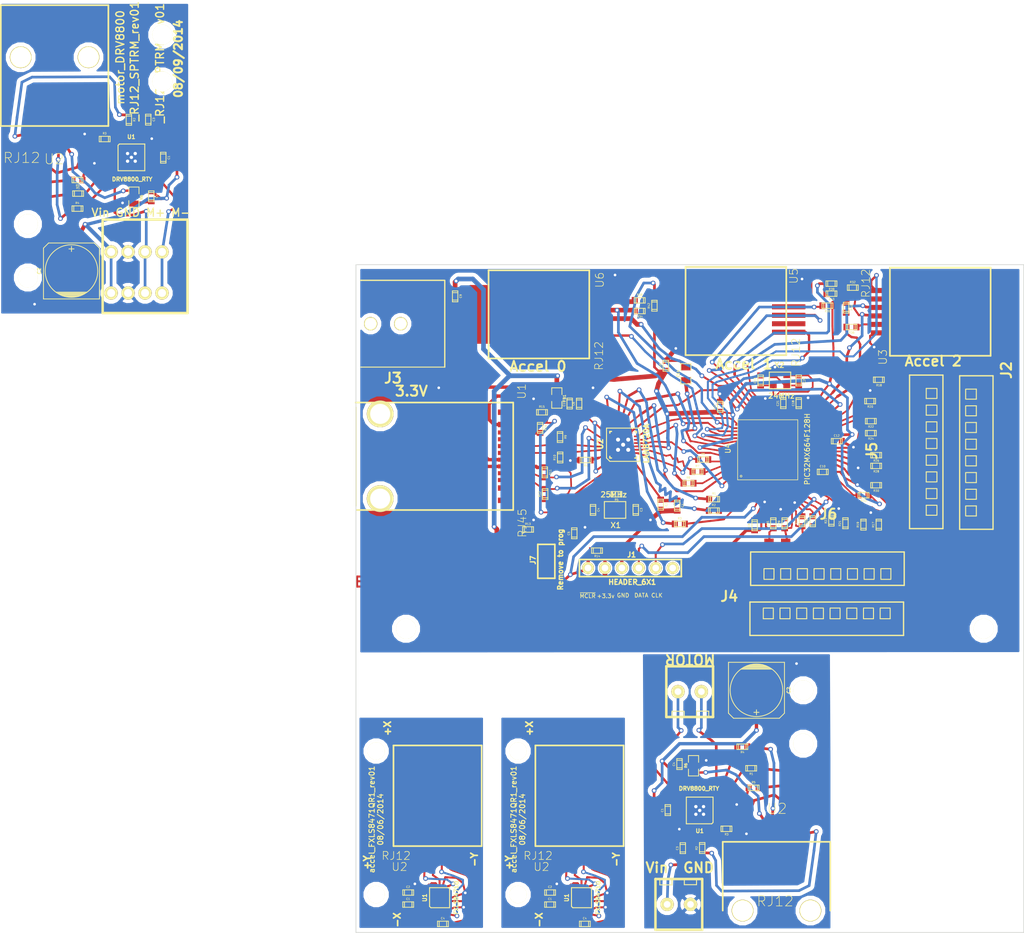
<source format=kicad_pcb>
(kicad_pcb (version 3) (host pcbnew "(2013-08-24 BZR 4298)-stable")
  (layers (15 F.Cu signal) (0 B.Cu signal) (18 B.Paste user) (19 F.Paste user) (20 B.SilkS user) (21 F.SilkS user) (22 B.Mask user) (23 F.Mask user) (28 Edge.Cuts user))
  (net 0 "")
  (net 1 +3.3v)
  (net 2 ACCEL1_VDD)
  (net 3 ACCEL2_VDD)
  (net 4 ACCEL3_VDD)
  (net 5 AVDD)
  (net 6 CS)
  (net 7 ECRSDV)
  (net 8 EMDC)
  (net 9 EMDIO)
  (net 10 EREFCLK)
  (net 11 ERXD0)
  (net 12 ERXD1)
  (net 13 ERXERR)
  (net 14 ETXD0)
  (net 15 ETXD1)
  (net 16 ETXEN)
  (net 17 GND)
  (net 18 GreenLED)
  (net 19 ICSPCLK_RB1)
  (net 20 ICSPDAT_RB0)
  (net 21 INT0)
  (net 22 INT1)
  (net 23 INT2)
  (net 24 INT4)
  (net 25 MODE)
  (net 26 Motor1OutA)
  (net 27 Motor1OutB)
  (net 28 N-000001)
  (net 29 N-0000011)
  (net 30 N-0000013)
  (net 31 N-0000014)
  (net 32 N-0000015)
  (net 33 N-0000017)
  (net 34 N-0000019)
  (net 35 N-000002)
  (net 36 N-0000020)
  (net 37 N-0000021)
  (net 38 N-0000022)
  (net 39 N-0000023)
  (net 40 N-000003)
  (net 41 N-0000031)
  (net 42 N-0000032)
  (net 43 N-0000035)
  (net 44 N-0000040)
  (net 45 N-0000044)
  (net 46 N-0000057)
  (net 47 N-000006)
  (net 48 N-0000067)
  (net 49 N-0000068)
  (net 50 N-0000069)
  (net 51 N-0000071)
  (net 52 N-0000072)
  (net 53 N-0000073)
  (net 54 N-0000076)
  (net 55 N-000008)
  (net 56 N-0000083)
  (net 57 N-0000085)
  (net 58 N-0000088)
  (net 59 PHASE)
  (net 60 PWM)
  (net 61 RB10)
  (net 62 RB11)
  (net 63 RB12)
  (net 64 RB13)
  (net 65 RB14)
  (net 66 RB2)
  (net 67 RB3)
  (net 68 RB4)
  (net 69 RB5)
  (net 70 RB6)
  (net 71 RB7)
  (net 72 RB8)
  (net 73 RB9)
  (net 74 RXN)
  (net 75 RXP)
  (net 76 SCL)
  (net 77 SCL1)
  (net 78 SCL3)
  (net 79 SCL5)
  (net 80 SDA)
  (net 81 SDA1)
  (net 82 SDA3)
  (net 83 SDA5)
  (net 84 TXN)
  (net 85 TXP)
  (net 86 VDD)
  (net 87 Vdd)
  (net 88 Vin)
  (net 89 YellowLED)
  (net 90 nRST)
  (net 91 ~MCLR~)
  (module TED_SM0603 (layer F.Cu) (at 116.075 158.325)
    (fp_text reference C1 (at -0.02 -0.83) (layer F.SilkS) (effects (font (size 0.3 0.3) (thickness 0.05))))
    (fp_text value 1uF hide)
    (pad 2 smd rect (at 0.75184 0) (size 0.89916 1.00076) (layers F.Cu F.Paste F.Mask) (net 17 GND) (clearance 0.1))
    (pad 1 smd rect (at -0.75184 0) (size 0.89916 1.00076) (layers F.Cu F.Paste F.Mask) (net 87 Vdd) (clearance 0.1))
  )
  (module TED_SM0603 (layer F.Cu) (at 116.075 156.525)
    (fp_text reference C2 (at -0.02 -0.83) (layer F.SilkS) (effects (font (size 0.3 0.3) (thickness 0.05))))
    (fp_text value .1uF hide)
    (pad 2 smd rect (at 0.75184 0) (size 0.89916 1.00076) (layers F.Cu F.Paste F.Mask) (net 17 GND) (clearance 0.1))
    (pad 1 smd rect (at -0.75184 0) (size 0.89916 1.00076) (layers F.Cu F.Paste F.Mask) (net 87 Vdd) (clearance 0.1))
  )
  (module TED_SM0603 (layer F.Cu) (at 121.275 161.225)
    (fp_text reference C4 (at -0.02 -0.83) (layer F.SilkS) (effects (font (size 0.3 0.3) (thickness 0.05))))
    (fp_text value .1uF hide)
    (pad 2 smd rect (at 0.75184 0) (size 0.89916 1.00076) (layers F.Cu F.Paste F.Mask) (net 17 GND) (clearance 0.1))
    (pad 1 smd rect (at -0.75184 0) (size 0.89916 1.00076) (layers F.Cu F.Paste F.Mask) (net 29 N-0000011) (clearance 0.1))
  )
  (module TED_RJ12_855135002 (layer F.Cu) (at 120.475 142.025)
    (fp_text reference U2 (at -5.7 10.65) (layer F.SilkS) (effects (font (size 1.2 1.2) (thickness 0.09906))))
    (fp_text value RJ12 (at -6.21 8.99) (layer F.SilkS) (effects (font (size 1.2 1.2) (thickness 0.09906))))
    (pad 6 smd rect (at -3.175 7.9) (size 0.76 5) (layers F.Cu F.Paste F.Mask) (net 87 Vdd) (clearance 0.2))
    (pad 4 smd rect (at -0.635 7.9) (size 0.76 5) (layers F.Cu F.Paste F.Mask) (net 22 INT1) (clearance 0.2))
    (pad 2 smd rect (at 1.905 7.9) (size 0.76 5) (layers F.Cu F.Paste F.Mask) (net 80 SDA) (clearance 0.2))
    (pad 3 smd rect (at 0.635 7.9) (size 0.76 5) (layers F.Cu F.Paste F.Mask) (net 76 SCL) (clearance 0.2))
    (pad 1 smd rect (at 3.175 7.9) (size 0.76 5) (layers F.Cu F.Paste F.Mask) (net 17 GND) (clearance 0.2))
    (pad 5 smd rect (at -1.905 7.9) (size 0.76 5) (layers F.Cu F.Paste F.Mask) (net 23 INT2) (clearance 0.2))
    (pad PAD smd rect (at 0 -8.15) (size 8.8 4.5) (layers F.Cu F.Paste F.Mask))
  )
  (module TED_Hole_2_6mm (layer F.Cu) (at 111.275 156.825 90)
    (fp_text reference H1 hide)
    (fp_text value HOLE hide)
    (pad "" np_thru_hole circle (at 0 0 90) (size 2.6 2.6) (drill 2.6) (layers *.Cu *.Mask F.SilkS))
  )
  (module TED_Hole_2_6mm (layer F.Cu) (at 111.275 135.325 90)
    (fp_text reference H2 hide)
    (fp_text value HOLE hide)
    (pad "" np_thru_hole circle (at 0 0 90) (size 2.6 2.6) (drill 2.6) (layers *.Cu *.Mask F.SilkS))
  )
  (module TED_QFN16_3x5 (layer F.Cu) (at 120.775 157.3 90)
    (fp_text reference U1 (at 0 -2.22 90) (layer F.SilkS) (effects (font (size 0.6 0.6))))
    (fp_text value FXLS8471Q (at 0 2.49 90) (layer F.SilkS) (effects (font (size 0.6 0.6))))
    (pad 2 smd rect (at -1.275 -0.5 90) (size 0.8 0.3) (layers F.Cu F.Paste F.Mask) (net 29 N-0000011))
    (pad 1 smd rect (at -1.275 -1 90) (size 0.8 0.3) (layers F.Cu F.Paste F.Mask) (net 87 Vdd))
    (pad 13 smd rect (at 1.275 -1 90) (size 0.8 0.3) (layers F.Cu F.Paste F.Mask) (net 17 GND))
    (pad 3 smd rect (at -1.275 -0.005 90) (size 0.8 0.3) (layers F.Cu F.Paste F.Mask) (net 17 GND))
    (pad 4 smd rect (at -1.275 0.5 90) (size 0.8 0.3) (layers F.Cu F.Paste F.Mask) (net 76 SCL))
    (pad 5 smd rect (at -1.275 1 90) (size 0.8 0.3) (layers F.Cu F.Paste F.Mask) (net 17 GND))
    (pad 6 smd rect (at -0.5 1.275 90) (size 0.3 0.8) (layers F.Cu F.Paste F.Mask) (net 80 SDA))
    (pad 7 smd rect (at -0.035 1.275 90) (size 0.3 0.8) (layers F.Cu F.Paste F.Mask) (net 17 GND))
    (pad 8 smd rect (at 0.5 1.275 90) (size 0.3 0.8) (layers F.Cu F.Paste F.Mask))
    (pad 9 smd rect (at 1.275 1 90) (size 0.8 0.3) (layers F.Cu F.Paste F.Mask) (net 23 INT2))
    (pad 10 smd rect (at 1.275 0.5 90) (size 0.8 0.3) (layers F.Cu F.Paste F.Mask) (net 17 GND))
    (pad 11 smd rect (at 1.275 -0.005 90) (size 0.8 0.3) (layers F.Cu F.Paste F.Mask) (net 22 INT1))
    (pad 12 smd rect (at 1.275 -0.5 90) (size 0.8 0.3) (layers F.Cu F.Paste F.Mask) (net 17 GND))
    (pad 14 smd rect (at 0.5 -1.275 90) (size 0.3 0.8) (layers F.Cu F.Paste F.Mask) (net 87 Vdd))
    (pad 15 smd rect (at -0.015 -1.275 90) (size 0.3 0.8) (layers F.Cu F.Paste F.Mask))
    (pad 16 smd rect (at -0.5 -1.275 90) (size 0.3 0.8) (layers F.Cu F.Paste F.Mask))
  )
  (module TED_TERMINAL_3.5MM_2PIN (layer F.Cu) (at 136.975 126.425 180)
    (fp_text reference J2 hide)
    (fp_text value TERMINAL_2X1 hide)
    (pad 1 thru_hole circle (at -1.75006 0 180) (size 2 2) (drill 1) (layers *.Mask B.Cu F.SilkS) (net 26 Motor1OutA))
    (pad 2 thru_hole circle (at 1.75006 0 180) (size 2 2) (drill 1) (layers *.Mask B.Cu F.SilkS) (net 27 Motor1OutB))
  )
  (module TED_TERMINAL_3.5MM_2PIN (layer F.Cu) (at 135.35 158.3)
    (fp_text reference J1 hide)
    (fp_text value TERMINAL_2X1 hide)
    (pad 1 thru_hole circle (at -1.75006 0) (size 2 2) (drill 1) (layers *.Mask B.Cu F.SilkS) (net 88 Vin))
    (pad 2 thru_hole circle (at 1.75006 0) (size 2 2) (drill 1) (layers *.Mask B.Cu F.SilkS) (net 17 GND))
  )
  (module TED_SM0603 (layer F.Cu) (at 142.475 146.975 180)
    (fp_text reference R3 (at -0.02 -0.83 180) (layer F.SilkS) (effects (font (size 0.3 0.3) (thickness 0.05))))
    (fp_text value 1k hide)
    (pad 2 smd rect (at 0.75184 0 180) (size 0.89916 1.00076) (layers F.Cu F.Paste F.Mask) (net 25 MODE) (clearance 0.1))
    (pad 1 smd rect (at -0.75184 0 180) (size 0.89916 1.00076) (layers F.Cu F.Paste F.Mask) (net 33 N-0000017) (clearance 0.1))
  )
  (module TED_SM0603 (layer F.Cu) (at 146.555 140.835)
    (fp_text reference R5 (at -0.02 -0.83) (layer F.SilkS) (effects (font (size 0.3 0.3) (thickness 0.05))))
    (fp_text value 1k hide)
    (pad 2 smd rect (at 0.75184 0) (size 0.89916 1.00076) (layers F.Cu F.Paste F.Mask) (net 30 N-0000013) (clearance 0.1))
    (pad 1 smd rect (at -0.75184 0) (size 0.89916 1.00076) (layers F.Cu F.Paste F.Mask) (net 59 PHASE) (clearance 0.1))
  )
  (module TED_SM0603 (layer F.Cu) (at 144.855 134.675 180)
    (fp_text reference R4 (at -0.02 -0.83 180) (layer F.SilkS) (effects (font (size 0.3 0.3) (thickness 0.05))))
    (fp_text value 1k hide)
    (pad 2 smd rect (at 0.75184 0 180) (size 0.89916 1.00076) (layers F.Cu F.Paste F.Mask) (net 60 PWM) (clearance 0.1))
    (pad 1 smd rect (at -0.75184 0 180) (size 0.89916 1.00076) (layers F.Cu F.Paste F.Mask) (net 31 N-0000014) (clearance 0.1))
  )
  (module TED_SM0603 (layer F.Cu) (at 133.7 144.175 90)
    (fp_text reference C1 (at -0.02 -0.83 90) (layer F.SilkS) (effects (font (size 0.3 0.3) (thickness 0.05))))
    (fp_text value ".1uF (50v)" hide)
    (pad 2 smd rect (at 0.75184 0 90) (size 0.89916 1.00076) (layers F.Cu F.Paste F.Mask) (net 40 N-000003) (clearance 0.1))
    (pad 1 smd rect (at -0.75184 0 90) (size 0.89916 1.00076) (layers F.Cu F.Paste F.Mask) (net 35 N-000002) (clearance 0.1))
  )
  (module TED_SM0603 (layer F.Cu) (at 146.185 137.905 180)
    (fp_text reference R1 (at -0.02 -0.83 180) (layer F.SilkS) (effects (font (size 0.3 0.3) (thickness 0.05))))
    (fp_text value 3.3k hide)
    (pad 2 smd rect (at 0.75184 0 180) (size 0.89916 1.00076) (layers F.Cu F.Paste F.Mask) (net 55 N-000008) (clearance 0.1))
    (pad 1 smd rect (at -0.75184 0 180) (size 0.89916 1.00076) (layers F.Cu F.Paste F.Mask) (net 86 VDD) (clearance 0.1))
  )
  (module TED_SM0603 (layer F.Cu) (at 138.85 149.85 90)
    (fp_text reference R2 (at -0.02 -0.83 90) (layer F.SilkS) (effects (font (size 0.3 0.3) (thickness 0.05))))
    (fp_text value 3.3k hide)
    (pad 2 smd rect (at 0.75184 0 90) (size 0.89916 1.00076) (layers F.Cu F.Paste F.Mask) (net 47 N-000006) (clearance 0.1))
    (pad 1 smd rect (at -0.75184 0 90) (size 0.89916 1.00076) (layers F.Cu F.Paste F.Mask) (net 86 VDD) (clearance 0.1))
  )
  (module TED_SM0603 (layer F.Cu) (at 135.95 149.875 90)
    (fp_text reference C3 (at -0.02 -0.83 90) (layer F.SilkS) (effects (font (size 0.3 0.3) (thickness 0.05))))
    (fp_text value ".1uF (50v)" hide)
    (pad 2 smd rect (at 0.75184 0 90) (size 0.89916 1.00076) (layers F.Cu F.Paste F.Mask) (net 36 N-0000020) (clearance 0.1))
    (pad 1 smd rect (at -0.75184 0 90) (size 0.89916 1.00076) (layers F.Cu F.Paste F.Mask) (net 88 Vin) (clearance 0.1))
  )
  (module TED_SM0603 (layer F.Cu) (at 135.45 137.275 90)
    (fp_text reference C4 (at -0.02 -0.83 90) (layer F.SilkS) (effects (font (size 0.3 0.3) (thickness 0.05))))
    (fp_text value ".1uF 50v" hide)
    (pad 2 smd rect (at 0.75184 0 90) (size 0.89916 1.00076) (layers F.Cu F.Paste F.Mask) (net 17 GND) (clearance 0.1))
    (pad 1 smd rect (at -0.75184 0 90) (size 0.89916 1.00076) (layers F.Cu F.Paste F.Mask) (net 88 Vin) (clearance 0.1))
  )
  (module TED_QFN16+1 (layer F.Cu) (at 138.475 144.225 180)
    (fp_text reference U1 (at -0.01 -3.07 180) (layer F.SilkS) (effects (font (size 0.6 0.6))))
    (fp_text value DRV8800_RTY (at 0.11 3.28 180) (layer F.SilkS) (effects (font (size 0.6 0.6))))
    (pad 17 smd rect (at 0 0 90) (size 2.1 2.1) (layers F.Cu F.Paste F.Mask) (net 17 GND))
    (pad 1 smd rect (at -1.9 -0.975 180) (size 1 0.35) (layers F.Cu F.Paste F.Mask) (net 59 PHASE))
    (pad 2 smd rect (at -1.9 -0.325 180) (size 1 0.35) (layers F.Cu F.Paste F.Mask) (net 17 GND))
    (pad 3 smd rect (at -1.9 0.325 180) (size 1 0.35) (layers F.Cu F.Paste F.Mask) (net 55 N-000008))
    (pad 4 smd rect (at -1.9 0.975 180) (size 1 0.35) (layers F.Cu F.Paste F.Mask) (net 60 PWM))
    (pad 5 smd rect (at -0.975 1.9 90) (size 1 0.35) (layers F.Cu F.Paste F.Mask))
    (pad 6 smd rect (at -0.325 1.9 90) (size 1 0.35) (layers F.Cu F.Paste F.Mask) (net 26 Motor1OutA))
    (pad 7 smd rect (at 0.325 1.9 90) (size 1 0.35) (layers F.Cu F.Paste F.Mask) (net 6 CS))
    (pad 8 smd rect (at 0.975 1.9 90) (size 1 0.35) (layers F.Cu F.Paste F.Mask) (net 88 Vin))
    (pad 9 smd rect (at 1.9 0.975 180) (size 1 0.35) (layers F.Cu F.Paste F.Mask) (net 27 Motor1OutB))
    (pad 10 smd rect (at 1.9 0.325 180) (size 1 0.35) (layers F.Cu F.Paste F.Mask) (net 40 N-000003))
    (pad 11 smd rect (at 1.9 -0.325 180) (size 1 0.35) (layers F.Cu F.Paste F.Mask) (net 35 N-000002))
    (pad 12 smd rect (at 1.9 -0.975 180) (size 1 0.35) (layers F.Cu F.Paste F.Mask) (net 17 GND))
    (pad 13 smd rect (at 0.975 -1.9 90) (size 1 0.35) (layers F.Cu F.Paste F.Mask) (net 36 N-0000020))
    (pad 14 smd rect (at 0.325 -1.9 90) (size 1 0.35) (layers F.Cu F.Paste F.Mask))
    (pad 15 smd rect (at -0.325 -1.9 90) (size 1 0.35) (layers F.Cu F.Paste F.Mask) (net 47 N-000006))
    (pad 16 smd rect (at -0.975 -1.9 90) (size 1 0.35) (layers F.Cu F.Paste F.Mask) (net 25 MODE))
    (pad 17 thru_hole circle (at 0 0 90) (size 0.5 0.5) (drill 0.5) (layers *.Cu) (net 17 GND))
    (pad 17 thru_hole circle (at 0.575 -0.575 90) (size 0.5 0.5) (drill 0.5) (layers *.Cu) (net 17 GND))
    (pad 17 thru_hole circle (at -0.575 -0.575 90) (size 0.5 0.5) (drill 0.5) (layers *.Cu) (net 17 GND))
    (pad 17 thru_hole circle (at 0.575 0.575 90) (size 0.5 0.5) (drill 0.5) (layers *.Cu) (net 17 GND))
    (pad 17 thru_hole circle (at -0.575 0.575 90) (size 0.5 0.5) (drill 0.5) (layers *.Cu) (net 17 GND))
    (pad 17 smd rect (at 0 0 90) (size 2.1 2.1) (layers B.Cu B.Paste B.Mask) (net 17 GND))
  )
  (module TED_SM0805 (layer F.Cu) (at 137.55 137.525 90)
    (fp_text reference R6 (at 0.0254 -1.14808 90) (layer F.SilkS) (effects (font (size 0.381 0.381) (thickness 0.09398))))
    (fp_text value 10m hide)
    (pad 1 smd rect (at -0.9525 0 90) (size 0.889 1.397) (layers F.Cu F.Paste F.Mask) (net 6 CS))
    (pad 2 smd rect (at 0.9525 0 90) (size 0.889 1.397) (layers F.Cu F.Paste F.Mask) (net 17 GND))
  )
  (module TED_c_elec_8x10 (layer F.Cu) (at 146.975 126.225 270)
    (fp_text reference C2 (at 0 -4.826 270) (layer F.SilkS) (effects (font (size 0.50038 0.50038) (thickness 0.11938))))
    (fp_text value "100uF 50v" hide)
    (pad 1 smd rect (at 3.2512 0 270) (size 3.50012 2.4003) (layers F.Cu F.Paste F.Mask) (net 88 Vin))
    (pad 2 smd rect (at -3.2512 0 270) (size 3.50012 2.4003) (layers F.Cu F.Paste F.Mask) (net 17 GND))
  )
  (module TED_Hole_3mm (layer F.Cu) (at 153.975 134.225 270)
    (fp_text reference H2 hide)
    (fp_text value HOLE hide)
    (pad "" np_thru_hole circle (at 0 0 270) (size 3 3) (drill 3) (layers *.Cu *.Mask F.SilkS))
  )
  (module TED_Hole_3mm (layer F.Cu) (at 153.975 126.225 270)
    (fp_text reference H1 hide)
    (fp_text value HOLE hide)
    (pad "" np_thru_hole circle (at 0 0 270) (size 3 3) (drill 3) (layers *.Cu *.Mask F.SilkS))
  )
  (module TED_RJ12_955016669 (layer F.Cu) (at 149.975 159.225)
    (fp_text reference U2 (at 0.08 -15.26) (layer F.SilkS) (effects (font (thickness 0.09906))))
    (fp_text value RJ12 (at -0.2 -1.4) (layer F.SilkS) (effects (font (thickness 0.09906))))
    (pad 1 smd rect (at -3.175 -10.225) (size 0.76 6.35) (layers F.Cu F.Paste F.Mask) (net 17 GND) (clearance 0.2))
    (pad 3 smd rect (at -0.635 -10.225) (size 0.76 6.35) (layers F.Cu F.Paste F.Mask) (net 31 N-0000014) (clearance 0.2))
    (pad 5 smd rect (at 1.905 -10.225) (size 0.76 6.35) (layers F.Cu F.Paste F.Mask) (net 30 N-0000013) (clearance 0.2))
    (pad 4 smd rect (at 0.635 -10.225) (size 0.76 6.35) (layers F.Cu F.Paste F.Mask) (net 33 N-0000017) (clearance 0.2))
    (pad 6 smd rect (at 3.175 -10.225) (size 0.76 6.35) (layers F.Cu F.Paste F.Mask) (net 86 VDD) (clearance 0.2))
    (pad "" np_thru_hole circle (at 5.08 0) (size 3.25 3.25) (drill 3) (layers *.Cu *.Mask F.SilkS) (clearance 0.3))
    (pad "" np_thru_hole circle (at -5.08 0) (size 3.25 3.25) (drill 3) (layers *.Cu *.Mask F.SilkS) (clearance 0.3))
    (pad 2 smd rect (at -1.905 -10.225) (size 0.76 6.35) (layers F.Cu F.Paste F.Mask) (net 6 CS) (clearance 0.2))
  )
  (module TED_DC_2.1mm_SMT (layer F.Cu) (at 92.7 71.3 180)
    (fp_text reference J3 (at 0.15748 -8.15848 180) (layer F.SilkS) (effects (font (thickness 0.3048))))
    (fp_text value DC_2.1MM hide)
    (pad "" np_thru_hole circle (at -1.00076 0 180) (size 1.99898 1.99898) (drill 1.69926) (layers *.Cu *.Mask F.SilkS))
    (pad 1 smd rect (at 3.50012 5.4102 180) (size 1.99898 1.99898) (layers F.Cu F.Paste F.Mask) (net 1 +3.3v))
    (pad 1 smd rect (at -2.60096 5.4102 180) (size 1.99898 1.99898) (layers F.Cu F.Paste F.Mask) (net 1 +3.3v))
    (pad 2 smd rect (at 3.50012 -5.41528 180) (size 1.99898 1.99898) (layers F.Cu F.Paste F.Mask) (net 17 GND))
    (pad 3 smd rect (at -2.60096 -5.41528 180) (size 1.99898 1.99898) (layers F.Cu F.Paste F.Mask))
    (pad "" np_thru_hole circle (at 3.50012 0 180) (size 1.99898 1.99898) (drill 1.69926) (layers *.Cu *.Mask F.SilkS))
  )
  (module TED_RJ45_12pin_SMD (layer F.Cu) (at 97.85 91.16 270)
    (fp_text reference U1 (at -9.73 -13.97 270) (layer F.SilkS) (effects (font (size 1.2 1.2) (thickness 0.09906))))
    (fp_text value RJ45 (at 10.01 -14.06 270) (layer F.SilkS) (effects (font (size 1.2 1.2) (thickness 0.09906))))
    (pad 12 smd rect (at -6.6 -12.7 270) (size 0.81 4.6) (layers F.Cu F.Paste F.Mask) (net 18 GreenLED) (clearance 0.2))
    (pad 11 smd rect (at -4.76 -12.7 270) (size 0.81 4.6) (layers F.Cu F.Paste F.Mask) (net 17 GND) (clearance 0.2))
    (pad 10 smd rect (at -3.56 -12.7 270) (size 0.61 4.6) (layers F.Cu F.Paste F.Mask) (net 17 GND) (clearance 0.2))
    (pad 9 smd rect (at -2.54 -12.7 270) (size 0.61 4.6) (layers F.Cu F.Paste F.Mask) (clearance 0.2))
    (pad 7 smd rect (at -0.5 -12.7 270) (size 0.61 4.6) (layers F.Cu F.Paste F.Mask) (net 75 RXP) (clearance 0.2))
    (pad 3 smd rect (at 3.56 -12.7 270) (size 0.61 4.6) (layers F.Cu F.Paste F.Mask) (net 85 TXP) (clearance 0.2))
    (pad 5 smd rect (at 1.52 -12.7 270) (size 0.61 4.6) (layers F.Cu F.Paste F.Mask) (net 5 AVDD) (clearance 0.2))
    (pad 1 smd rect (at 6.6 -12.7 270) (size 0.81 4.6) (layers F.Cu F.Paste F.Mask) (net 89 YellowLED) (clearance 0.2))
    (pad 2 smd rect (at 4.76 -12.7 270) (size 0.81 4.6) (layers F.Cu F.Paste F.Mask) (net 17 GND) (clearance 0.2))
    (pad 6 smd rect (at 0.51 -12.7 270) (size 0.61 4.6) (layers F.Cu F.Paste F.Mask) (net 5 AVDD) (clearance 0.2))
    (pad 4 smd rect (at 2.54 -12.7 270) (size 0.61 4.6) (layers F.Cu F.Paste F.Mask) (net 84 TXN) (clearance 0.2))
    (pad "" np_thru_hole circle (at 6.35 7.22 270) (size 4 4) (drill 3) (layers *.Cu *.Mask F.SilkS) (clearance 0.3))
    (pad "" np_thru_hole circle (at -6.35 7.22 270) (size 4 4) (drill 3) (layers *.Cu *.Mask F.SilkS) (clearance 0.3))
    (pad 8 smd rect (at -1.52 -12.7 270) (size 0.61 4.6) (layers F.Cu F.Paste F.Mask) (net 74 RXN) (clearance 0.2))
    (pad "" connect rect (at -9.3 7.22 270) (size 2.5 3.9) (layers F.Cu F.Mask))
    (pad "" connect rect (at 9.3 7.22 270) (size 2.5 3.9) (layers F.Cu F.Mask))
  )
  (module TED_SM0603 (layer F.Cu) (at 163 97 180)
    (fp_text reference R33 (at -0.02 -0.83 180) (layer F.SilkS) (effects (font (size 0.3 0.3) (thickness 0.05))))
    (fp_text value 10 hide)
    (pad 2 smd rect (at 0.75184 0 180) (size 0.89916 1.00076) (layers F.Cu F.Paste F.Mask) (net 46 N-0000057) (clearance 0.1))
    (pad 1 smd rect (at -0.75184 0 180) (size 0.89916 1.00076) (layers F.Cu F.Paste F.Mask) (net 1 +3.3v) (clearance 0.1))
  )
  (module TED_crystal_TSX3225 (layer F.Cu) (at 150.5 79.8)
    (fp_text reference X2 (at -0.1 -2.3) (layer F.SilkS) (effects (font (size 0.8 0.8))))
    (fp_text value 24MHz (at 0.2 2.3) (layer F.SilkS) (effects (font (size 0.8 0.8))))
    (pad 1 smd rect (at -1 0.75) (size 1 0.8) (layers F.Cu F.Paste F.Mask) (net 36 N-0000020))
    (pad 2 smd rect (at 1 0.75) (size 1 0.8) (layers F.Cu F.Paste F.Mask) (net 17 GND))
    (pad 4 smd rect (at -1 -0.75) (size 1 0.8) (layers F.Cu F.Paste F.Mask) (net 17 GND))
    (pad 3 smd rect (at 1 -0.75) (size 1 0.8) (layers F.Cu F.Paste F.Mask) (net 43 N-0000035))
  )
  (module TED_crystal_TSX3225 (layer F.Cu) (at 125.8 99.2 180)
    (fp_text reference X1 (at -0.1 -2.3 180) (layer F.SilkS) (effects (font (size 0.8 0.8))))
    (fp_text value 25MHz (at 0.2 2.3 180) (layer F.SilkS) (effects (font (size 0.8 0.8))))
    (pad 1 smd rect (at -1 0.75 180) (size 1 0.8) (layers F.Cu F.Paste F.Mask) (net 45 N-0000044))
    (pad 2 smd rect (at 1 0.75 180) (size 1 0.8) (layers F.Cu F.Paste F.Mask) (net 17 GND))
    (pad 4 smd rect (at -1 -0.75 180) (size 1 0.8) (layers F.Cu F.Paste F.Mask) (net 17 GND))
    (pad 3 smd rect (at 1 -0.75 180) (size 1 0.8) (layers F.Cu F.Paste F.Mask) (net 51 N-0000071))
  )
  (module TED_RJ12_855135002 (layer F.Cu) (at 114.4 69.9 90)
    (fp_text reference U6 (at 5.15 9.1 90) (layer F.SilkS) (effects (font (size 1.2 1.2) (thickness 0.09906))))
    (fp_text value RJ12 (at -6.21 8.99 90) (layer F.SilkS) (effects (font (size 1.2 1.2) (thickness 0.09906))))
    (pad 6 smd rect (at -3.175 7.9 90) (size 0.76 5) (layers F.Cu F.Paste F.Mask) (net 2 ACCEL1_VDD) (clearance 0.2))
    (pad 4 smd rect (at -0.635 7.9 90) (size 0.76 5) (layers F.Cu F.Paste F.Mask) (net 21 INT0) (clearance 0.2))
    (pad 2 smd rect (at 1.905 7.9 90) (size 0.76 5) (layers F.Cu F.Paste F.Mask) (net 57 N-0000085) (clearance 0.2))
    (pad 3 smd rect (at 0.635 7.9 90) (size 0.76 5) (layers F.Cu F.Paste F.Mask) (net 78 SCL3) (clearance 0.2))
    (pad 1 smd rect (at 3.175 7.9 90) (size 0.76 5) (layers F.Cu F.Paste F.Mask) (net 17 GND) (clearance 0.2))
    (pad 5 smd rect (at -1.905 7.9 90) (size 0.76 5) (layers F.Cu F.Paste F.Mask) (clearance 0.2))
    (pad PAD smd rect (at 0 -8.15 90) (size 8.8 4.5) (layers F.Cu F.Paste F.Mask))
  )
  (module TED_RJ12_855135002 (layer F.Cu) (at 143.9 69.4 90)
    (fp_text reference U5 (at 5.25 8.65 90) (layer F.SilkS) (effects (font (size 1.2 1.2) (thickness 0.09906))))
    (fp_text value RJ12 (at -6.21 8.99 90) (layer F.SilkS) (effects (font (size 1.2 1.2) (thickness 0.09906))))
    (pad 6 smd rect (at -3.175 7.9 90) (size 0.76 5) (layers F.Cu F.Paste F.Mask) (net 3 ACCEL2_VDD) (clearance 0.2))
    (pad 4 smd rect (at -0.635 7.9 90) (size 0.76 5) (layers F.Cu F.Paste F.Mask) (net 24 INT4) (clearance 0.2))
    (pad 2 smd rect (at 1.905 7.9 90) (size 0.76 5) (layers F.Cu F.Paste F.Mask) (net 56 N-0000083) (clearance 0.2))
    (pad 3 smd rect (at 0.635 7.9 90) (size 0.76 5) (layers F.Cu F.Paste F.Mask) (net 77 SCL1) (clearance 0.2))
    (pad 1 smd rect (at 3.175 7.9 90) (size 0.76 5) (layers F.Cu F.Paste F.Mask) (net 17 GND) (clearance 0.2))
    (pad 5 smd rect (at -1.905 7.9 90) (size 0.76 5) (layers F.Cu F.Paste F.Mask) (clearance 0.2))
    (pad PAD smd rect (at 0 -8.15 90) (size 8.8 4.5) (layers F.Cu F.Paste F.Mask))
  )
  (module TED_RJ12_855135002 (layer F.Cu) (at 174.5 69.5 270)
    (fp_text reference U3 (at 6.8 8.6 270) (layer F.SilkS) (effects (font (size 1.2 1.2) (thickness 0.09906))))
    (fp_text value RJ12 (at -4.25 11.15 270) (layer F.SilkS) (effects (font (size 1.2 1.2) (thickness 0.09906))))
    (pad 6 smd rect (at -3.175 7.9 270) (size 0.76 5) (layers F.Cu F.Paste F.Mask) (net 4 ACCEL3_VDD) (clearance 0.2))
    (pad 4 smd rect (at -0.635 7.9 270) (size 0.76 5) (layers F.Cu F.Paste F.Mask) (net 22 INT1) (clearance 0.2))
    (pad 2 smd rect (at 1.905 7.9 270) (size 0.76 5) (layers F.Cu F.Paste F.Mask) (net 58 N-0000088) (clearance 0.2))
    (pad 3 smd rect (at 0.635 7.9 270) (size 0.76 5) (layers F.Cu F.Paste F.Mask) (net 79 SCL5) (clearance 0.2))
    (pad 1 smd rect (at 3.175 7.9 270) (size 0.76 5) (layers F.Cu F.Paste F.Mask) (net 17 GND) (clearance 0.2))
    (pad 5 smd rect (at -1.905 7.9 270) (size 0.76 5) (layers F.Cu F.Paste F.Mask) (clearance 0.2))
    (pad PAD smd rect (at 0 -8.15 270) (size 8.8 4.5) (layers F.Cu F.Paste F.Mask))
  )
  (module TED_JUMPER_2x1_SMD (layer F.Cu) (at 115.5 106.9 90)
    (fp_text reference J7 (at 0.1778 -1.98628 90) (layer F.SilkS) (effects (font (size 0.762 0.762) (thickness 0.1905))))
    (fp_text value "Remove to prog" (at 0.26924 2.11328 90) (layer F.SilkS) (effects (font (size 0.762 0.762) (thickness 0.1905))))
    (pad 2 smd rect (at 1.27 1.27 90) (size 0.9906 2.54) (layers F.Cu F.Paste F.Mask) (net 44 N-0000040) (clearance 0.508))
    (pad 1 smd rect (at -1.27 -1.27 90) (size 0.9906 2.54) (layers F.Cu F.Paste F.Mask) (net 91 ~MCLR~) (clearance 0.508))
  )
  (module TED_Terminal_8x1_1814760 (layer F.Cu) (at 157.6 108)
    (fp_text reference J6 (at 0.15748 -8.15848) (layer F.SilkS) (effects (font (thickness 0.3048))))
    (fp_text value TERMINAL_8X1 hide)
    (pad 8 smd rect (at 8.75 -2.8) (size 1.4 3.4) (layers F.Cu F.Paste F.Mask) (net 71 RB7))
    (pad 7 smd rect (at 6.25 -2.8) (size 1.4 3.4) (layers F.Cu F.Paste F.Mask) (net 70 RB6))
    (pad 6 smd rect (at 3.75 -2.8) (size 1.4 3.4) (layers F.Cu F.Paste F.Mask) (net 20 ICSPDAT_RB0))
    (pad 1 smd rect (at -8.75 -2.8) (size 1.4 3.4) (layers F.Cu F.Paste F.Mask) (net 69 RB5))
    (pad 3 smd rect (at -3.75 -2.8) (size 1.4 3.4) (layers F.Cu F.Paste F.Mask) (net 67 RB3))
    (pad 2 smd rect (at -6.25 -2.8) (size 1.4 3.4) (layers F.Cu F.Paste F.Mask) (net 68 RB4))
    (pad PAD smd rect (at 11.7 0.35) (size 2.3 5.6) (layers F.Cu F.Paste F.Mask))
    (pad 4 smd rect (at -1.25 -2.8) (size 1.4 3.4) (layers F.Cu F.Paste F.Mask) (net 66 RB2))
    (pad 5 smd rect (at 1.25 -2.8) (size 1.4 3.4) (layers F.Cu F.Paste F.Mask) (net 19 ICSPCLK_RB1))
    (pad PAD smd rect (at -11.7 0.35) (size 2.3 5.6) (layers F.Cu F.Paste F.Mask))
  )
  (module TED_Terminal_8x1_1814760 (layer F.Cu) (at 172.4 90.5 90)
    (fp_text reference J5 (at 0.15748 -8.15848 90) (layer F.SilkS) (effects (font (thickness 0.3048))))
    (fp_text value TERMINAL_8X1 hide)
    (pad 8 smd rect (at 8.75 -2.8 90) (size 1.4 3.4) (layers F.Cu F.Paste F.Mask))
    (pad 7 smd rect (at 6.25 -2.8 90) (size 1.4 3.4) (layers F.Cu F.Paste F.Mask) (net 65 RB14))
    (pad 6 smd rect (at 3.75 -2.8 90) (size 1.4 3.4) (layers F.Cu F.Paste F.Mask) (net 64 RB13))
    (pad 1 smd rect (at -8.75 -2.8 90) (size 1.4 3.4) (layers F.Cu F.Paste F.Mask) (net 72 RB8))
    (pad 3 smd rect (at -3.75 -2.8 90) (size 1.4 3.4) (layers F.Cu F.Paste F.Mask) (net 61 RB10))
    (pad 2 smd rect (at -6.25 -2.8 90) (size 1.4 3.4) (layers F.Cu F.Paste F.Mask) (net 73 RB9))
    (pad PAD smd rect (at 11.7 0.35 90) (size 2.3 5.6) (layers F.Cu F.Paste F.Mask))
    (pad 4 smd rect (at -1.25 -2.8 90) (size 1.4 3.4) (layers F.Cu F.Paste F.Mask) (net 62 RB11))
    (pad 5 smd rect (at 1.25 -2.8 90) (size 1.4 3.4) (layers F.Cu F.Paste F.Mask) (net 63 RB12))
    (pad PAD smd rect (at -11.7 0.35 90) (size 2.3 5.6) (layers F.Cu F.Paste F.Mask))
  )
  (module TED_Terminal_8x1_1814760 (layer F.Cu) (at 157.5 115.5 180)
    (fp_text reference J4 (at 14.6 3.35 180) (layer F.SilkS) (effects (font (thickness 0.3048))))
    (fp_text value TERMINAL_8X1 hide)
    (pad 8 smd rect (at 8.75 -2.8 180) (size 1.4 3.4) (layers F.Cu F.Paste F.Mask) (net 1 +3.3v))
    (pad 7 smd rect (at 6.25 -2.8 180) (size 1.4 3.4) (layers F.Cu F.Paste F.Mask) (net 1 +3.3v))
    (pad 6 smd rect (at 3.75 -2.8 180) (size 1.4 3.4) (layers F.Cu F.Paste F.Mask) (net 1 +3.3v))
    (pad 1 smd rect (at -8.75 -2.8 180) (size 1.4 3.4) (layers F.Cu F.Paste F.Mask) (net 1 +3.3v))
    (pad 3 smd rect (at -3.75 -2.8 180) (size 1.4 3.4) (layers F.Cu F.Paste F.Mask) (net 1 +3.3v))
    (pad 2 smd rect (at -6.25 -2.8 180) (size 1.4 3.4) (layers F.Cu F.Paste F.Mask) (net 1 +3.3v))
    (pad PAD smd rect (at 11.7 0.35 180) (size 2.3 5.6) (layers F.Cu F.Paste F.Mask))
    (pad 4 smd rect (at -1.25 -2.8 180) (size 1.4 3.4) (layers F.Cu F.Paste F.Mask) (net 1 +3.3v))
    (pad 5 smd rect (at 1.25 -2.8 180) (size 1.4 3.4) (layers F.Cu F.Paste F.Mask) (net 1 +3.3v))
    (pad PAD smd rect (at -11.7 0.35 180) (size 2.3 5.6) (layers F.Cu F.Paste F.Mask))
  )
  (module TED_Terminal_8x1_1814760 (layer F.Cu) (at 179.9 90.6 270)
    (fp_text reference J2 (at -12.35 -4.5 270) (layer F.SilkS) (effects (font (thickness 0.3048))))
    (fp_text value TERMINAL_8X1 hide)
    (pad 8 smd rect (at 8.75 -2.8 270) (size 1.4 3.4) (layers F.Cu F.Paste F.Mask))
    (pad 7 smd rect (at 6.25 -2.8 270) (size 1.4 3.4) (layers F.Cu F.Paste F.Mask) (net 1 +3.3v))
    (pad 6 smd rect (at 3.75 -2.8 270) (size 1.4 3.4) (layers F.Cu F.Paste F.Mask) (net 1 +3.3v))
    (pad 1 smd rect (at -8.75 -2.8 270) (size 1.4 3.4) (layers F.Cu F.Paste F.Mask) (net 1 +3.3v))
    (pad 3 smd rect (at -3.75 -2.8 270) (size 1.4 3.4) (layers F.Cu F.Paste F.Mask) (net 1 +3.3v))
    (pad 2 smd rect (at -6.25 -2.8 270) (size 1.4 3.4) (layers F.Cu F.Paste F.Mask) (net 1 +3.3v))
    (pad PAD smd rect (at 11.7 0.35 270) (size 2.3 5.6) (layers F.Cu F.Paste F.Mask))
    (pad 4 smd rect (at -1.25 -2.8 270) (size 1.4 3.4) (layers F.Cu F.Paste F.Mask) (net 1 +3.3v))
    (pad 5 smd rect (at 1.25 -2.8 270) (size 1.4 3.4) (layers F.Cu F.Paste F.Mask) (net 1 +3.3v))
    (pad PAD smd rect (at -11.7 0.35 270) (size 2.3 5.6) (layers F.Cu F.Paste F.Mask))
  )
  (module TED_Hole_3mm (layer F.Cu) (at 181 117)
    (fp_text reference H2 hide)
    (fp_text value HOLE hide)
    (pad "" np_thru_hole circle (at 0 0) (size 3 3) (drill 3) (layers *.Cu *.Mask F.SilkS))
  )
  (module TED_Hole_3mm (layer F.Cu) (at 94.5 117)
    (fp_text reference H1 hide)
    (fp_text value HOLE hide)
    (pad "" np_thru_hole circle (at 0 0) (size 3 3) (drill 3) (layers *.Cu *.Mask F.SilkS))
  )
  (module TED_SM0805 (layer F.Cu) (at 136.4 78.8 90)
    (fp_text reference C14 (at 0.0254 -1.14808 90) (layer F.SilkS) (effects (font (size 0.381 0.381) (thickness 0.09398))))
    (fp_text value 10uF hide)
    (pad 1 smd rect (at -0.9525 0 90) (size 0.889 1.397) (layers F.Cu F.Paste F.Mask) (net 54 N-0000076))
    (pad 2 smd rect (at 0.9525 0 90) (size 0.889 1.397) (layers F.Cu F.Paste F.Mask) (net 17 GND))
  )
  (module TED_SM0603 (layer F.Cu) (at 114.57 86.91 270)
    (fp_text reference R16 (at -0.02 -0.83 270) (layer F.SilkS) (effects (font (size 0.3 0.3) (thickness 0.05))))
    (fp_text value "10k 1%" hide)
    (pad 2 smd rect (at 0.75184 0 270) (size 0.89916 1.00076) (layers F.Cu F.Paste F.Mask) (net 17 GND) (clearance 0.1))
    (pad 1 smd rect (at -0.75184 0 270) (size 0.89916 1.00076) (layers F.Cu F.Paste F.Mask) (net 37 N-0000021) (clearance 0.1))
  )
  (module TED_SM0603 (layer F.Cu) (at 114.86 84.57)
    (fp_text reference R15 (at -0.02 -0.83) (layer F.SilkS) (effects (font (size 0.3 0.3) (thickness 0.05))))
    (fp_text value 249 hide)
    (pad 2 smd rect (at 0.75184 0) (size 0.89916 1.00076) (layers F.Cu F.Paste F.Mask) (net 37 N-0000021) (clearance 0.1))
    (pad 1 smd rect (at -0.75184 0) (size 0.89916 1.00076) (layers F.Cu F.Paste F.Mask) (net 18 GreenLED) (clearance 0.1))
  )
  (module TED_SM0603 (layer F.Cu) (at 123.1 105.3 180)
    (fp_text reference R14 (at -0.02 -0.83 180) (layer F.SilkS) (effects (font (size 0.3 0.3) (thickness 0.05))))
    (fp_text value 4.7k hide)
    (pad 2 smd rect (at 0.75184 0 180) (size 0.89916 1.00076) (layers F.Cu F.Paste F.Mask) (net 91 ~MCLR~) (clearance 0.1))
    (pad 1 smd rect (at -0.75184 0 180) (size 0.89916 1.00076) (layers F.Cu F.Paste F.Mask) (net 1 +3.3v) (clearance 0.1))
  )
  (module TED_SM0603 (layer F.Cu) (at 112.77 102.13)
    (fp_text reference R13 (at -0.02 -0.83) (layer F.SilkS) (effects (font (size 0.3 0.3) (thickness 0.05))))
    (fp_text value 249 hide)
    (pad 2 smd rect (at 0.75184 0) (size 0.89916 1.00076) (layers F.Cu F.Paste F.Mask) (net 39 N-0000023) (clearance 0.1))
    (pad 1 smd rect (at -0.75184 0) (size 0.89916 1.00076) (layers F.Cu F.Paste F.Mask) (net 89 YellowLED) (clearance 0.1))
  )
  (module TED_SM0603 (layer F.Cu) (at 115.33 96.82 90)
    (fp_text reference R12 (at -0.02 -0.83 90) (layer F.SilkS) (effects (font (size 0.3 0.3) (thickness 0.05))))
    (fp_text value 49.9 hide)
    (pad 2 smd rect (at 0.75184 0 90) (size 0.89916 1.00076) (layers F.Cu F.Paste F.Mask) (net 85 TXP) (clearance 0.1))
    (pad 1 smd rect (at -0.75184 0 90) (size 0.89916 1.00076) (layers F.Cu F.Paste F.Mask) (net 5 AVDD) (clearance 0.1))
  )
  (module TED_SM0603 (layer F.Cu) (at 115.28 93.57 270)
    (fp_text reference R11 (at -0.02 -0.83 270) (layer F.SilkS) (effects (font (size 0.3 0.3) (thickness 0.05))))
    (fp_text value 49.9 hide)
    (pad 2 smd rect (at 0.75184 0 270) (size 0.89916 1.00076) (layers F.Cu F.Paste F.Mask) (net 84 TXN) (clearance 0.1))
    (pad 1 smd rect (at -0.75184 0 270) (size 0.89916 1.00076) (layers F.Cu F.Paste F.Mask) (net 5 AVDD) (clearance 0.1))
  )
  (module TED_SM0603 (layer F.Cu) (at 117.58 91.34 90)
    (fp_text reference R10 (at -0.02 -0.83 90) (layer F.SilkS) (effects (font (size 0.3 0.3) (thickness 0.05))))
    (fp_text value 49.9 hide)
    (pad 2 smd rect (at 0.75184 0 90) (size 0.89916 1.00076) (layers F.Cu F.Paste F.Mask) (net 75 RXP) (clearance 0.1))
    (pad 1 smd rect (at -0.75184 0 90) (size 0.89916 1.00076) (layers F.Cu F.Paste F.Mask) (net 5 AVDD) (clearance 0.1))
  )
  (module TED_SM0603 (layer F.Cu) (at 117.56 88.28 270)
    (fp_text reference R9 (at -0.02 -0.83 270) (layer F.SilkS) (effects (font (size 0.3 0.3) (thickness 0.05))))
    (fp_text value 49.9 hide)
    (pad 2 smd rect (at 0.75184 0 270) (size 0.89916 1.00076) (layers F.Cu F.Paste F.Mask) (net 74 RXN) (clearance 0.1))
    (pad 1 smd rect (at -0.75184 0 270) (size 0.89916 1.00076) (layers F.Cu F.Paste F.Mask) (net 5 AVDD) (clearance 0.1))
  )
  (module TED_SM0603 (layer F.Cu) (at 136.8 95.2)
    (fp_text reference R8 (at -0.02 -0.83) (layer F.SilkS) (effects (font (size 0.3 0.3) (thickness 0.05))))
    (fp_text value 33 hide)
    (pad 2 smd rect (at 0.75184 0) (size 0.89916 1.00076) (layers F.Cu F.Paste F.Mask) (net 7 ECRSDV) (clearance 0.1))
    (pad 1 smd rect (at -0.75184 0) (size 0.89916 1.00076) (layers F.Cu F.Paste F.Mask) (net 53 N-0000073) (clearance 0.1))
  )
  (module TED_SM0603 (layer F.Cu) (at 138.15 93.45)
    (fp_text reference R7 (at -0.02 -0.83) (layer F.SilkS) (effects (font (size 0.3 0.3) (thickness 0.05))))
    (fp_text value 33 hide)
    (pad 2 smd rect (at 0.75184 0) (size 0.89916 1.00076) (layers F.Cu F.Paste F.Mask) (net 11 ERXD0) (clearance 0.1))
    (pad 1 smd rect (at -0.75184 0) (size 0.89916 1.00076) (layers F.Cu F.Paste F.Mask) (net 41 N-0000031) (clearance 0.1))
  )
  (module TED_SM0603 (layer F.Cu) (at 139 91.65)
    (fp_text reference R6 (at -0.02 -0.83) (layer F.SilkS) (effects (font (size 0.3 0.3) (thickness 0.05))))
    (fp_text value 33 hide)
    (pad 2 smd rect (at 0.75184 0) (size 0.89916 1.00076) (layers F.Cu F.Paste F.Mask) (net 12 ERXD1) (clearance 0.1))
    (pad 1 smd rect (at -0.75184 0) (size 0.89916 1.00076) (layers F.Cu F.Paste F.Mask) (net 42 N-0000032) (clearance 0.1))
  )
  (module TED_SM0603 (layer F.Cu) (at 126 96.85 180)
    (fp_text reference R5 (at -0.02 -0.83 180) (layer F.SilkS) (effects (font (size 0.3 0.3) (thickness 0.05))))
    (fp_text value 1M hide)
    (pad 2 smd rect (at 0.75184 0 180) (size 0.89916 1.00076) (layers F.Cu F.Paste F.Mask) (net 51 N-0000071) (clearance 0.1))
    (pad 1 smd rect (at -0.75184 0 180) (size 0.89916 1.00076) (layers F.Cu F.Paste F.Mask) (net 45 N-0000044) (clearance 0.1))
  )
  (module TED_SM0603 (layer F.Cu) (at 135.5 101.3)
    (fp_text reference R3 (at -0.02 -0.83) (layer F.SilkS) (effects (font (size 0.3 0.3) (thickness 0.05))))
    (fp_text value 33 hide)
    (pad 2 smd rect (at 0.75184 0) (size 0.89916 1.00076) (layers F.Cu F.Paste F.Mask) (net 15 ETXD1) (clearance 0.1))
    (pad 1 smd rect (at -0.75184 0) (size 0.89916 1.00076) (layers F.Cu F.Paste F.Mask) (net 50 N-0000069) (clearance 0.1))
  )
  (module TED_SM0603 (layer F.Cu) (at 140.6 99.3)
    (fp_text reference R2 (at -0.02 -0.83) (layer F.SilkS) (effects (font (size 0.3 0.3) (thickness 0.05))))
    (fp_text value 33 hide)
    (pad 2 smd rect (at 0.75184 0) (size 0.89916 1.00076) (layers F.Cu F.Paste F.Mask) (net 14 ETXD0) (clearance 0.1))
    (pad 1 smd rect (at -0.75184 0) (size 0.89916 1.00076) (layers F.Cu F.Paste F.Mask) (net 49 N-0000068) (clearance 0.1))
  )
  (module TED_SM0603 (layer F.Cu) (at 140.64 97.59)
    (fp_text reference R1 (at -0.02 -0.83) (layer F.SilkS) (effects (font (size 0.3 0.3) (thickness 0.05))))
    (fp_text value 33 hide)
    (pad 2 smd rect (at 0.75184 0) (size 0.89916 1.00076) (layers F.Cu F.Paste F.Mask) (net 16 ETXEN) (clearance 0.1))
    (pad 1 smd rect (at -0.75184 0) (size 0.89916 1.00076) (layers F.Cu F.Paste F.Mask) (net 48 N-0000067) (clearance 0.1))
  )
  (module TED_SM0603 (layer F.Cu) (at 151 83.2 90)
    (fp_text reference C21 (at -0.02 -0.83 90) (layer F.SilkS) (effects (font (size 0.3 0.3) (thickness 0.05))))
    (fp_text value .1uF hide)
    (pad 2 smd rect (at 0.75184 0 90) (size 0.89916 1.00076) (layers F.Cu F.Paste F.Mask) (net 17 GND) (clearance 0.1))
    (pad 1 smd rect (at -0.75184 0 90) (size 0.89916 1.00076) (layers F.Cu F.Paste F.Mask) (net 1 +3.3v) (clearance 0.1))
  )
  (module TED_SM0603 (layer F.Cu) (at 153.3 79.8 270)
    (fp_text reference C20 (at -0.02 -0.83 270) (layer F.SilkS) (effects (font (size 0.3 0.3) (thickness 0.05))))
    (fp_text value 9pF hide)
    (pad 2 smd rect (at 0.75184 0 270) (size 0.89916 1.00076) (layers F.Cu F.Paste F.Mask) (net 17 GND) (clearance 0.1))
    (pad 1 smd rect (at -0.75184 0 270) (size 0.89916 1.00076) (layers F.Cu F.Paste F.Mask) (net 43 N-0000035) (clearance 0.1))
  )
  (module TED_SM0603 (layer F.Cu) (at 147.6 79.8 90)
    (fp_text reference C19 (at -0.02 -0.83 90) (layer F.SilkS) (effects (font (size 0.3 0.3) (thickness 0.05))))
    (fp_text value 9pF hide)
    (pad 2 smd rect (at 0.75184 0 90) (size 0.89916 1.00076) (layers F.Cu F.Paste F.Mask) (net 17 GND) (clearance 0.1))
    (pad 1 smd rect (at -0.75184 0 90) (size 0.89916 1.00076) (layers F.Cu F.Paste F.Mask) (net 36 N-0000020) (clearance 0.1))
  )
  (module TED_SM0603 (layer F.Cu) (at 153.3 83.2 90)
    (fp_text reference C18 (at -0.02 -0.83 90) (layer F.SilkS) (effects (font (size 0.3 0.3) (thickness 0.05))))
    (fp_text value .1uF hide)
    (pad 2 smd rect (at 0.75184 0 90) (size 0.89916 1.00076) (layers F.Cu F.Paste F.Mask) (net 17 GND) (clearance 0.1))
    (pad 1 smd rect (at -0.75184 0 90) (size 0.89916 1.00076) (layers F.Cu F.Paste F.Mask) (net 1 +3.3v) (clearance 0.1))
  )
  (module TED_SM0603 (layer F.Cu) (at 159 88.9)
    (fp_text reference C12 (at -0.02 -0.83) (layer F.SilkS) (effects (font (size 0.3 0.3) (thickness 0.05))))
    (fp_text value .1uF hide)
    (pad 2 smd rect (at 0.75184 0) (size 0.89916 1.00076) (layers F.Cu F.Paste F.Mask) (net 17 GND) (clearance 0.1))
    (pad 1 smd rect (at -0.75184 0) (size 0.89916 1.00076) (layers F.Cu F.Paste F.Mask) (net 1 +3.3v) (clearance 0.1))
  )
  (module TED_SM0603 (layer F.Cu) (at 141.55 83.75 90)
    (fp_text reference C11 (at -0.02 -0.83 90) (layer F.SilkS) (effects (font (size 0.3 0.3) (thickness 0.05))))
    (fp_text value .1uF hide)
    (pad 2 smd rect (at 0.75184 0 90) (size 0.89916 1.00076) (layers F.Cu F.Paste F.Mask) (net 17 GND) (clearance 0.1))
    (pad 1 smd rect (at -0.75184 0 90) (size 0.89916 1.00076) (layers F.Cu F.Paste F.Mask) (net 1 +3.3v) (clearance 0.1))
  )
  (module TED_SM0603 (layer F.Cu) (at 156.9 93.5)
    (fp_text reference C10 (at -0.02 -0.83) (layer F.SilkS) (effects (font (size 0.3 0.3) (thickness 0.05))))
    (fp_text value .1uF hide)
    (pad 2 smd rect (at 0.75184 0) (size 0.89916 1.00076) (layers F.Cu F.Paste F.Mask) (net 17 GND) (clearance 0.1))
    (pad 1 smd rect (at -0.75184 0) (size 0.89916 1.00076) (layers F.Cu F.Paste F.Mask) (net 46 N-0000057) (clearance 0.1))
  )
  (module TED_SM0603 (layer F.Cu) (at 101.85 67.2 270)
    (fp_text reference C9 (at -0.02 -0.83 270) (layer F.SilkS) (effects (font (size 0.3 0.3) (thickness 0.05))))
    (fp_text value 4.7uF hide)
    (pad 2 smd rect (at 0.75184 0 270) (size 0.89916 1.00076) (layers F.Cu F.Paste F.Mask) (net 17 GND) (clearance 0.1))
    (pad 1 smd rect (at -0.75184 0 270) (size 0.89916 1.00076) (layers F.Cu F.Paste F.Mask) (net 1 +3.3v) (clearance 0.1))
  )
  (module TED_SM0603 (layer F.Cu) (at 146.7 101.5 90)
    (fp_text reference C8 (at -0.02 -0.83 90) (layer F.SilkS) (effects (font (size 0.3 0.3) (thickness 0.05))))
    (fp_text value .1uF hide)
    (pad 2 smd rect (at 0.75184 0 90) (size 0.89916 1.00076) (layers F.Cu F.Paste F.Mask) (net 17 GND) (clearance 0.1))
    (pad 1 smd rect (at -0.75184 0 90) (size 0.89916 1.00076) (layers F.Cu F.Paste F.Mask) (net 1 +3.3v) (clearance 0.1))
  )
  (module TED_SM0603 (layer F.Cu) (at 120.42 83.28 90)
    (fp_text reference C6 (at -0.02 -0.83 90) (layer F.SilkS) (effects (font (size 0.3 0.3) (thickness 0.05))))
    (fp_text value .1uF hide)
    (pad 2 smd rect (at 0.75184 0 90) (size 0.89916 1.00076) (layers F.Cu F.Paste F.Mask) (net 17 GND) (clearance 0.1))
    (pad 1 smd rect (at -0.75184 0 90) (size 0.89916 1.00076) (layers F.Cu F.Paste F.Mask) (net 5 AVDD) (clearance 0.1))
  )
  (module TED_SM0603 (layer F.Cu) (at 119.7 102.7 90)
    (fp_text reference C5 (at -0.02 -0.83 90) (layer F.SilkS) (effects (font (size 0.3 0.3) (thickness 0.05))))
    (fp_text value .1uF hide)
    (pad 2 smd rect (at 0.75184 0 90) (size 0.89916 1.00076) (layers F.Cu F.Paste F.Mask) (net 17 GND) (clearance 0.1))
    (pad 1 smd rect (at -0.75184 0 90) (size 0.89916 1.00076) (layers F.Cu F.Paste F.Mask) (net 44 N-0000040) (clearance 0.1))
  )
  (module TED_SM0603 (layer F.Cu) (at 122.5 99.2 270)
    (fp_text reference C4 (at -0.02 -0.83 270) (layer F.SilkS) (effects (font (size 0.3 0.3) (thickness 0.05))))
    (fp_text value 18pF hide)
    (pad 2 smd rect (at 0.75184 0 270) (size 0.89916 1.00076) (layers F.Cu F.Paste F.Mask) (net 51 N-0000071) (clearance 0.1))
    (pad 1 smd rect (at -0.75184 0 270) (size 0.89916 1.00076) (layers F.Cu F.Paste F.Mask) (net 17 GND) (clearance 0.1))
  )
  (module TED_SM0603 (layer F.Cu) (at 128.9 99.2 270)
    (fp_text reference C3 (at -0.02 -0.83 270) (layer F.SilkS) (effects (font (size 0.3 0.3) (thickness 0.05))))
    (fp_text value 18pF hide)
    (pad 2 smd rect (at 0.75184 0 270) (size 0.89916 1.00076) (layers F.Cu F.Paste F.Mask) (net 17 GND) (clearance 0.1))
    (pad 1 smd rect (at -0.75184 0 270) (size 0.89916 1.00076) (layers F.Cu F.Paste F.Mask) (net 45 N-0000044) (clearance 0.1))
  )
  (module TED_SM0603 (layer F.Cu) (at 135.1 98.55 270)
    (fp_text reference C1 (at -0.02 -0.83 270) (layer F.SilkS) (effects (font (size 0.3 0.3) (thickness 0.05))))
    (fp_text value .1uF hide)
    (pad 2 smd rect (at 0.75184 0 270) (size 0.89916 1.00076) (layers F.Cu F.Paste F.Mask) (net 17 GND) (clearance 0.1))
    (pad 1 smd rect (at -0.75184 0 270) (size 0.89916 1.00076) (layers F.Cu F.Paste F.Mask) (net 52 N-0000072) (clearance 0.1))
  )
  (module TED_SM0805 (layer F.Cu) (at 117.08 82.43 270)
    (fp_text reference FB1 (at 0.0254 -1.14808 270) (layer F.SilkS) (effects (font (size 0.381 0.381) (thickness 0.09398))))
    (fp_text value 500mA hide)
    (pad 1 smd rect (at -0.9525 0 270) (size 0.889 1.397) (layers F.Cu F.Paste F.Mask) (net 1 +3.3v))
    (pad 2 smd rect (at 0.9525 0 270) (size 0.889 1.397) (layers F.Cu F.Paste F.Mask) (net 5 AVDD))
  )
  (module TED_SM0603 (layer F.Cu) (at 121.38 91.73 180)
    (fp_text reference R4 (at -0.02 -0.83 180) (layer F.SilkS) (effects (font (size 0.3 0.3) (thickness 0.05))))
    (fp_text value "12.1k 1%" hide)
    (pad 2 smd rect (at 0.75184 0 180) (size 0.89916 1.00076) (layers F.Cu F.Paste F.Mask) (net 17 GND) (clearance 0.1))
    (pad 1 smd rect (at -0.75184 0 180) (size 0.89916 1.00076) (layers F.Cu F.Paste F.Mask) (net 38 N-0000022) (clearance 0.1))
  )
  (module TED_QFN24 (layer F.Cu) (at 127.01 89.43 90)
    (fp_text reference U2 (at 0.1 -3.425 90) (layer F.SilkS) (effects (font (size 0.8 0.8) (thickness 0.2))))
    (fp_text value LAN8720A (at 0.175 3.475 90) (layer F.SilkS) (effects (font (size 0.8 0.8) (thickness 0.2))))
    (pad 25 smd rect (at 0 0) (size 2.49936 2.49936) (layers F.Cu F.Paste F.Mask) (net 17 GND))
    (pad 1 smd oval (at -1.99898 -1.24968 90) (size 0.8001 0.24892) (layers F.Cu F.Paste F.Mask) (net 5 AVDD))
    (pad 2 smd oval (at -1.99898 -0.7493 90) (size 0.8001 0.24892) (layers F.Cu F.Paste F.Mask) (net 37 N-0000021))
    (pad 3 smd oval (at -1.99898 -0.24892 90) (size 0.8001 0.24892) (layers F.Cu F.Paste F.Mask) (net 39 N-0000023))
    (pad 4 smd oval (at -1.99898 0.24892 90) (size 0.8001 0.24892) (layers F.Cu F.Paste F.Mask) (net 51 N-0000071))
    (pad 5 smd oval (at -1.99898 0.7493 90) (size 0.8001 0.24892) (layers F.Cu F.Paste F.Mask) (net 45 N-0000044))
    (pad 6 smd oval (at -1.99898 1.24968 90) (size 0.8001 0.24892) (layers F.Cu F.Paste F.Mask) (net 52 N-0000072))
    (pad 7 smd oval (at -1.24968 1.99898 180) (size 0.8001 0.24892) (layers F.Cu F.Paste F.Mask) (net 42 N-0000032))
    (pad 8 smd oval (at -0.7493 1.99898 180) (size 0.8001 0.24892) (layers F.Cu F.Paste F.Mask) (net 41 N-0000031))
    (pad 9 smd oval (at -0.24892 1.99898 180) (size 0.8001 0.24892) (layers F.Cu F.Paste F.Mask) (net 1 +3.3v))
    (pad 10 smd oval (at 0.24892 1.99898 180) (size 0.8001 0.24892) (layers F.Cu F.Paste F.Mask) (net 13 ERXERR))
    (pad 11 smd oval (at 0.7493 1.99898 180) (size 0.8001 0.24892) (layers F.Cu F.Paste F.Mask) (net 53 N-0000073))
    (pad 12 smd oval (at 1.24968 1.99898 180) (size 0.8001 0.24892) (layers F.Cu F.Paste F.Mask) (net 9 EMDIO))
    (pad 13 smd oval (at 1.99898 1.24968 270) (size 0.8001 0.24892) (layers F.Cu F.Paste F.Mask) (net 8 EMDC))
    (pad 14 smd oval (at 1.99898 0.7493 270) (size 0.8001 0.24892) (layers F.Cu F.Paste F.Mask) (net 10 EREFCLK))
    (pad 15 smd oval (at 1.99898 0.24892 270) (size 0.8001 0.24892) (layers F.Cu F.Paste F.Mask) (net 90 nRST))
    (pad 16 smd oval (at 1.99898 -0.24892 270) (size 0.8001 0.24892) (layers F.Cu F.Paste F.Mask) (net 48 N-0000067))
    (pad 17 smd oval (at 1.99898 -0.7493 270) (size 0.8001 0.24892) (layers F.Cu F.Paste F.Mask) (net 49 N-0000068))
    (pad 18 smd oval (at 1.99898 -1.24968 270) (size 0.8001 0.24892) (layers F.Cu F.Paste F.Mask) (net 50 N-0000069))
    (pad 19 smd oval (at 1.24968 -1.99898) (size 0.8001 0.24892) (layers F.Cu F.Paste F.Mask) (net 5 AVDD))
    (pad 20 smd oval (at 0.7493 -1.99898) (size 0.8001 0.24892) (layers F.Cu F.Paste F.Mask) (net 84 TXN))
    (pad 21 smd oval (at 0.24892 -1.99898) (size 0.8001 0.24892) (layers F.Cu F.Paste F.Mask) (net 85 TXP))
    (pad 22 smd oval (at -0.24892 -1.99898) (size 0.8001 0.24892) (layers F.Cu F.Paste F.Mask) (net 74 RXN))
    (pad 23 smd oval (at -0.7493 -1.99898) (size 0.8001 0.24892) (layers F.Cu F.Paste F.Mask) (net 75 RXP))
    (pad 24 smd oval (at -1.24968 -1.99898) (size 0.8001 0.24892) (layers F.Cu F.Paste F.Mask) (net 38 N-0000022))
    (pad 25 thru_hole circle (at 0 0) (size 0.6 0.6) (drill 0.6) (layers *.Cu) (net 17 GND))
    (pad 25 thru_hole circle (at 0.762 -0.762) (size 0.6 0.6) (drill 0.6) (layers *.Cu) (net 17 GND))
    (pad 25 thru_hole circle (at -0.762 -0.762) (size 0.6 0.6) (drill 0.6) (layers *.Cu) (net 17 GND))
    (pad 25 thru_hole circle (at 0.762 0.762) (size 0.6 0.6) (drill 0.6) (layers *.Cu) (net 17 GND))
    (pad 25 thru_hole circle (at -0.762 0.762) (size 0.6 0.6) (drill 0.6) (layers *.Cu) (net 17 GND))
    (pad 25 smd rect (at 0 0) (size 2.49936 2.49936) (layers B.Cu B.Paste B.Mask) (net 17 GND))
  )
  (module TED_SM0603 (layer F.Cu) (at 132.63 98.41 270)
    (fp_text reference C2 (at -0.02 -0.83 270) (layer F.SilkS) (effects (font (size 0.3 0.3) (thickness 0.05))))
    (fp_text value 1uF hide)
    (pad 2 smd rect (at 0.75184 0 270) (size 0.89916 1.00076) (layers F.Cu F.Paste F.Mask) (net 17 GND) (clearance 0.1))
    (pad 1 smd rect (at -0.75184 0 270) (size 0.89916 1.00076) (layers F.Cu F.Paste F.Mask) (net 52 N-0000072) (clearance 0.1))
  )
  (module TED_SM0603 (layer F.Cu) (at 119 83.26 90)
    (fp_text reference C15 (at -0.02 -0.83 90) (layer F.SilkS) (effects (font (size 0.3 0.3) (thickness 0.05))))
    (fp_text value 1uF hide)
    (pad 2 smd rect (at 0.75184 0 90) (size 0.89916 1.00076) (layers F.Cu F.Paste F.Mask) (net 17 GND) (clearance 0.1))
    (pad 1 smd rect (at -0.75184 0 90) (size 0.89916 1.00076) (layers F.Cu F.Paste F.Mask) (net 5 AVDD) (clearance 0.1))
  )
  (module TED_SM0603 (layer F.Cu) (at 133.4 77.6 90)
    (fp_text reference C16 (at -0.02 -0.83 90) (layer F.SilkS) (effects (font (size 0.3 0.3) (thickness 0.05))))
    (fp_text value .1uF hide)
    (pad 2 smd rect (at 0.75184 0 90) (size 0.89916 1.00076) (layers F.Cu F.Paste F.Mask) (net 17 GND) (clearance 0.1))
    (pad 1 smd rect (at -0.75184 0 90) (size 0.89916 1.00076) (layers F.Cu F.Paste F.Mask) (net 1 +3.3v) (clearance 0.1))
  )
  (module TED_HEADER_6x1_BOTTOM (layer F.Cu) (at 128.1 107.9)
    (fp_text reference J1 (at 0.1778 -1.98628) (layer F.SilkS) (effects (font (size 0.762 0.762) (thickness 0.1905))))
    (fp_text value HEADER_6X1 (at 0.26924 2.11328) (layer F.SilkS) (effects (font (size 0.762 0.762) (thickness 0.1905))))
    (pad 5 thru_hole circle (at 3.78968 0) (size 1.8 1.8) (drill 1) (layers *.Mask F.Cu F.SilkS) (net 19 ICSPCLK_RB1))
    (pad 6 thru_hole circle (at 6.32968 0) (size 1.8 1.8) (drill 1) (layers *.Mask F.Cu F.SilkS))
    (pad 1 thru_hole circle (at -6.35 0) (size 1.8 1.8) (drill 1) (layers *.Mask F.Cu F.SilkS) (net 91 ~MCLR~))
    (pad 2 thru_hole circle (at -3.81 0) (size 1.8 1.8) (drill 1) (layers *.Mask F.Cu F.SilkS) (net 1 +3.3v))
    (pad 4 thru_hole circle (at 1.25984 0) (size 1.8 1.8) (drill 1) (layers *.Mask F.Cu F.SilkS) (net 20 ICSPDAT_RB0))
    (pad 3 thru_hole circle (at -1.28016 0) (size 1.8 1.8) (drill 1) (layers *.Mask F.Cu F.SilkS) (net 17 GND))
  )
  (module TED_SM0603 (layer F.Cu) (at 165.3 101.4 90)
    (fp_text reference R17 (at -0.02 -0.83 90) (layer F.SilkS) (effects (font (size 0.3 0.3) (thickness 0.05))))
    (fp_text value 1k hide)
    (pad 2 smd rect (at 0.75184 0 90) (size 0.89916 1.00076) (layers F.Cu F.Paste F.Mask) (net 17 GND) (clearance 0.1))
    (pad 1 smd rect (at -0.75184 0 90) (size 0.89916 1.00076) (layers F.Cu F.Paste F.Mask) (net 71 RB7) (clearance 0.1))
  )
  (module TED_SM0603 (layer F.Cu) (at 165.3 79.7 180)
    (fp_text reference R18 (at -0.02 -0.83 180) (layer F.SilkS) (effects (font (size 0.3 0.3) (thickness 0.05))))
    (fp_text value 1k hide)
    (pad 2 smd rect (at 0.75184 0 180) (size 0.89916 1.00076) (layers F.Cu F.Paste F.Mask) (net 17 GND) (clearance 0.1))
    (pad 1 smd rect (at -0.75184 0 180) (size 0.89916 1.00076) (layers F.Cu F.Paste F.Mask) (net 65 RB14) (clearance 0.1))
  )
  (module TED_SM0603 (layer F.Cu) (at 163 101.4 90)
    (fp_text reference R19 (at -0.02 -0.83 90) (layer F.SilkS) (effects (font (size 0.3 0.3) (thickness 0.05))))
    (fp_text value 1k hide)
    (pad 2 smd rect (at 0.75184 0 90) (size 0.89916 1.00076) (layers F.Cu F.Paste F.Mask) (net 17 GND) (clearance 0.1))
    (pad 1 smd rect (at -0.75184 0 90) (size 0.89916 1.00076) (layers F.Cu F.Paste F.Mask) (net 70 RB6) (clearance 0.1))
  )
  (module TED_SM0603 (layer F.Cu) (at 164 82.9 180)
    (fp_text reference R20 (at -0.02 -0.83 180) (layer F.SilkS) (effects (font (size 0.3 0.3) (thickness 0.05))))
    (fp_text value 1k hide)
    (pad 2 smd rect (at 0.75184 0 180) (size 0.89916 1.00076) (layers F.Cu F.Paste F.Mask) (net 17 GND) (clearance 0.1))
    (pad 1 smd rect (at -0.75184 0 180) (size 0.89916 1.00076) (layers F.Cu F.Paste F.Mask) (net 64 RB13) (clearance 0.1))
  )
  (module TED_QFN64+1 (layer F.Cu) (at 148.66 90.19 90)
    (fp_text reference U4 (at 0.2 -5.95 90) (layer F.SilkS) (effects (font (size 0.762 0.762) (thickness 0.127))))
    (fp_text value PIC32MX664F128H (at 0.1 5.925 90) (layer F.SilkS) (effects (font (size 0.762 0.762) (thickness 0.127))))
    (pad 15 smd rect (at -4.45 3.25 180) (size 0.25 0.85) (layers F.Cu F.Paste F.Mask) (net 19 ICSPCLK_RB1))
    (pad 16 smd rect (at -4.45 3.75 180) (size 0.25 0.85) (layers F.Cu F.Paste F.Mask) (net 20 ICSPDAT_RB0))
    (pad 9 smd rect (at -4.45 0.25 180) (size 0.25 0.85) (layers F.Cu F.Paste F.Mask) (net 17 GND))
    (pad 10 smd rect (at -4.45 0.75 180) (size 0.25 0.85) (layers F.Cu F.Paste F.Mask) (net 1 +3.3v))
    (pad 12 smd rect (at -4.45 1.75 180) (size 0.25 0.85) (layers F.Cu F.Paste F.Mask) (net 68 RB4))
    (pad 11 smd rect (at -4.45 1.25 180) (size 0.25 0.85) (layers F.Cu F.Paste F.Mask) (net 69 RB5))
    (pad 14 smd rect (at -4.45 2.75 180) (size 0.25 0.85) (layers F.Cu F.Paste F.Mask) (net 66 RB2))
    (pad 13 smd rect (at -4.45 2.25 180) (size 0.25 0.85) (layers F.Cu F.Paste F.Mask) (net 67 RB3))
    (pad 5 smd rect (at -4.45 -1.75 180) (size 0.25 0.85) (layers F.Cu F.Paste F.Mask))
    (pad 6 smd rect (at -4.45 -1.25 180) (size 0.25 0.85) (layers F.Cu F.Paste F.Mask))
    (pad 8 smd rect (at -4.45 -0.25 180) (size 0.25 0.85) (layers F.Cu F.Paste F.Mask))
    (pad 7 smd rect (at -4.45 -0.75 180) (size 0.25 0.85) (layers F.Cu F.Paste F.Mask) (net 91 ~MCLR~))
    (pad 3 smd rect (at -4.45 -2.75 180) (size 0.25 0.85) (layers F.Cu F.Paste F.Mask) (net 15 ETXD1))
    (pad 4 smd rect (at -4.45 -2.25 180) (size 0.25 0.85) (layers F.Cu F.Paste F.Mask))
    (pad 2 smd rect (at -4.45 -3.25 180) (size 0.25 0.85) (layers F.Cu F.Paste F.Mask) (net 14 ETXD0))
    (pad 1 smd rect (at -4.45 -3.75 180) (size 0.25 0.85) (layers F.Cu F.Paste F.Mask) (net 16 ETXEN))
    (pad 64 smd rect (at -3.75 -4.45 270) (size 0.25 0.85) (layers F.Cu F.Paste F.Mask) (net 13 ERXERR))
    (pad 63 smd rect (at -3.25 -4.45 270) (size 0.25 0.85) (layers F.Cu F.Paste F.Mask) (net 10 EREFCLK))
    (pad 61 smd rect (at -2.25 -4.45 270) (size 0.25 0.85) (layers F.Cu F.Paste F.Mask) (net 11 ERXD0))
    (pad 62 smd rect (at -2.75 -4.45 270) (size 0.25 0.85) (layers F.Cu F.Paste F.Mask) (net 7 ECRSDV))
    (pad 58 smd rect (at -0.75 -4.45 270) (size 0.25 0.85) (layers F.Cu F.Paste F.Mask) (net 90 nRST))
    (pad 57 smd rect (at -0.25 -4.45 270) (size 0.25 0.85) (layers F.Cu F.Paste F.Mask) (net 1 +3.3v))
    (pad 59 smd rect (at -1.25 -4.45 270) (size 0.25 0.85) (layers F.Cu F.Paste F.Mask))
    (pad 60 smd rect (at -1.75 -4.45 270) (size 0.25 0.85) (layers F.Cu F.Paste F.Mask) (net 12 ERXD1))
    (pad 52 smd rect (at 2.25 -4.45 270) (size 0.25 0.85) (layers F.Cu F.Paste F.Mask) (net 4 ACCEL3_VDD))
    (pad 51 smd rect (at 2.75 -4.45 270) (size 0.25 0.85) (layers F.Cu F.Paste F.Mask) (net 78 SCL3))
    (pad 54 smd rect (at 1.25 -4.45 270) (size 0.25 0.85) (layers F.Cu F.Paste F.Mask) (net 2 ACCEL1_VDD))
    (pad 53 smd rect (at 1.75 -4.45 270) (size 0.25 0.85) (layers F.Cu F.Paste F.Mask) (net 3 ACCEL2_VDD))
    (pad 55 smd rect (at 0.75 -4.45 270) (size 0.25 0.85) (layers F.Cu F.Paste F.Mask))
    (pad 56 smd rect (at 0.25 -4.45 270) (size 0.25 0.85) (layers F.Cu F.Paste F.Mask) (net 54 N-0000076))
    (pad 49 smd rect (at 3.75 -4.45 270) (size 0.25 0.85) (layers F.Cu F.Paste F.Mask) (net 9 EMDIO))
    (pad 50 smd rect (at 3.25 -4.45 270) (size 0.25 0.85) (layers F.Cu F.Paste F.Mask) (net 82 SDA3))
    (pad 48 smd rect (at 4.45 -3.75 180) (size 0.25 0.85) (layers F.Cu F.Paste F.Mask))
    (pad 47 smd rect (at 4.45 -3.25 180) (size 0.25 0.85) (layers F.Cu F.Paste F.Mask))
    (pad 45 smd rect (at 4.45 -2.25 180) (size 0.25 0.85) (layers F.Cu F.Paste F.Mask) (net 24 INT4))
    (pad 46 smd rect (at 4.45 -2.75 180) (size 0.25 0.85) (layers F.Cu F.Paste F.Mask) (net 21 INT0))
    (pad 42 smd rect (at 4.45 -0.75 180) (size 0.25 0.85) (layers F.Cu F.Paste F.Mask) (net 22 INT1))
    (pad 41 smd rect (at 4.45 -0.25 180) (size 0.25 0.85) (layers F.Cu F.Paste F.Mask) (net 17 GND))
    (pad 43 smd rect (at 4.45 -1.25 180) (size 0.25 0.85) (layers F.Cu F.Paste F.Mask) (net 81 SDA1))
    (pad 44 smd rect (at 4.45 -1.75 180) (size 0.25 0.85) (layers F.Cu F.Paste F.Mask) (net 77 SCL1))
    (pad 36 smd rect (at 4.45 2.25 180) (size 0.25 0.85) (layers F.Cu F.Paste F.Mask))
    (pad 35 smd rect (at 4.45 2.75 180) (size 0.25 0.85) (layers F.Cu F.Paste F.Mask) (net 1 +3.3v))
    (pad 38 smd rect (at 4.45 1.25 180) (size 0.25 0.85) (layers F.Cu F.Paste F.Mask) (net 1 +3.3v))
    (pad 37 smd rect (at 4.45 1.75 180) (size 0.25 0.85) (layers F.Cu F.Paste F.Mask))
    (pad 39 smd rect (at 4.45 0.75 180) (size 0.25 0.85) (layers F.Cu F.Paste F.Mask) (net 43 N-0000035))
    (pad 40 smd rect (at 4.45 0.25 180) (size 0.25 0.85) (layers F.Cu F.Paste F.Mask) (net 36 N-0000020))
    (pad 33 smd rect (at 4.45 3.75 180) (size 0.25 0.85) (layers F.Cu F.Paste F.Mask))
    (pad 34 smd rect (at 4.45 3.25 180) (size 0.25 0.85) (layers F.Cu F.Paste F.Mask))
    (pad 31 smd rect (at 3.25 4.45 270) (size 0.25 0.85) (layers F.Cu F.Paste F.Mask) (net 83 SDA5))
    (pad 32 smd rect (at 3.75 4.45 270) (size 0.25 0.85) (layers F.Cu F.Paste F.Mask) (net 79 SCL5))
    (pad 25 smd rect (at 0.25 4.45 270) (size 0.25 0.85) (layers F.Cu F.Paste F.Mask) (net 17 GND))
    (pad 26 smd rect (at 0.75 4.45 270) (size 0.25 0.85) (layers F.Cu F.Paste F.Mask) (net 1 +3.3v))
    (pad 28 smd rect (at 1.75 4.45 270) (size 0.25 0.85) (layers F.Cu F.Paste F.Mask) (net 64 RB13))
    (pad 27 smd rect (at 1.27 4.45 270) (size 0.25 0.85) (layers F.Cu F.Paste F.Mask) (net 63 RB12))
    (pad 30 smd rect (at 2.75 4.45 270) (size 0.25 0.85) (layers F.Cu F.Paste F.Mask) (net 8 EMDC))
    (pad 29 smd rect (at 2.25 4.45 270) (size 0.25 0.85) (layers F.Cu F.Paste F.Mask) (net 65 RB14))
    (pad 21 smd rect (at -1.75 4.45 270) (size 0.25 0.85) (layers F.Cu F.Paste F.Mask) (net 72 RB8))
    (pad 22 smd rect (at -1.25 4.45 270) (size 0.25 0.85) (layers F.Cu F.Paste F.Mask) (net 73 RB9))
    (pad 24 smd rect (at -0.25 4.45 270) (size 0.25 0.85) (layers F.Cu F.Paste F.Mask) (net 62 RB11))
    (pad 23 smd rect (at -0.75 4.45 270) (size 0.25 0.85) (layers F.Cu F.Paste F.Mask) (net 61 RB10))
    (pad 19 smd rect (at -2.75 4.45 270) (size 0.25 0.85) (layers F.Cu F.Paste F.Mask) (net 46 N-0000057))
    (pad 20 smd rect (at -2.25 4.45 270) (size 0.25 0.85) (layers F.Cu F.Paste F.Mask) (net 17 GND))
    (pad 18 smd rect (at -3.25 4.45 270) (size 0.25 0.85) (layers F.Cu F.Paste F.Mask) (net 71 RB7))
    (pad 17 smd rect (at -3.75 4.45 270) (size 0.25 0.85) (layers F.Cu F.Paste F.Mask) (net 70 RB6))
    (pad 65 smd rect (at 0 0 270) (size 7.15 7.15) (layers F.Cu F.Paste F.Mask) (net 17 GND))
  )
  (module TED_SM0603 (layer F.Cu) (at 160.3 101.2 90)
    (fp_text reference R21 (at -0.02 -0.83 90) (layer F.SilkS) (effects (font (size 0.3 0.3) (thickness 0.05))))
    (fp_text value 1k hide)
    (pad 2 smd rect (at 0.75184 0 90) (size 0.89916 1.00076) (layers F.Cu F.Paste F.Mask) (net 17 GND) (clearance 0.1))
    (pad 1 smd rect (at -0.75184 0 90) (size 0.89916 1.00076) (layers F.Cu F.Paste F.Mask) (net 20 ICSPDAT_RB0) (clearance 0.1))
  )
  (module TED_SM0603 (layer F.Cu) (at 164.1 85.9 180)
    (fp_text reference R22 (at -0.02 -0.83 180) (layer F.SilkS) (effects (font (size 0.3 0.3) (thickness 0.05))))
    (fp_text value 1k hide)
    (pad 2 smd rect (at 0.75184 0 180) (size 0.89916 1.00076) (layers F.Cu F.Paste F.Mask) (net 17 GND) (clearance 0.1))
    (pad 1 smd rect (at -0.75184 0 180) (size 0.89916 1.00076) (layers F.Cu F.Paste F.Mask) (net 63 RB12) (clearance 0.1))
  )
  (module TED_SM0603 (layer F.Cu) (at 158.2 100.8 90)
    (fp_text reference R23 (at -0.02 -0.83 90) (layer F.SilkS) (effects (font (size 0.3 0.3) (thickness 0.05))))
    (fp_text value 1k hide)
    (pad 2 smd rect (at 0.75184 0 90) (size 0.89916 1.00076) (layers F.Cu F.Paste F.Mask) (net 17 GND) (clearance 0.1))
    (pad 1 smd rect (at -0.75184 0 90) (size 0.89916 1.00076) (layers F.Cu F.Paste F.Mask) (net 19 ICSPCLK_RB1) (clearance 0.1))
  )
  (module TED_SM0603 (layer F.Cu) (at 164.1 87.7 180)
    (fp_text reference R24 (at -0.02 -0.83 180) (layer F.SilkS) (effects (font (size 0.3 0.3) (thickness 0.05))))
    (fp_text value 1k hide)
    (pad 2 smd rect (at 0.75184 0 180) (size 0.89916 1.00076) (layers F.Cu F.Paste F.Mask) (net 17 GND) (clearance 0.1))
    (pad 1 smd rect (at -0.75184 0 180) (size 0.89916 1.00076) (layers F.Cu F.Paste F.Mask) (net 62 RB11) (clearance 0.1))
  )
  (module TED_SM0603 (layer F.Cu) (at 155.4 100.9 90)
    (fp_text reference R25 (at -0.02 -0.83 90) (layer F.SilkS) (effects (font (size 0.3 0.3) (thickness 0.05))))
    (fp_text value 1k hide)
    (pad 2 smd rect (at 0.75184 0 90) (size 0.89916 1.00076) (layers F.Cu F.Paste F.Mask) (net 17 GND) (clearance 0.1))
    (pad 1 smd rect (at -0.75184 0 90) (size 0.89916 1.00076) (layers F.Cu F.Paste F.Mask) (net 66 RB2) (clearance 0.1))
  )
  (module TED_SM0603 (layer F.Cu) (at 164.9 91 180)
    (fp_text reference R26 (at -0.02 -0.83 180) (layer F.SilkS) (effects (font (size 0.3 0.3) (thickness 0.05))))
    (fp_text value 1k hide)
    (pad 2 smd rect (at 0.75184 0 180) (size 0.89916 1.00076) (layers F.Cu F.Paste F.Mask) (net 17 GND) (clearance 0.1))
    (pad 1 smd rect (at -0.75184 0 180) (size 0.89916 1.00076) (layers F.Cu F.Paste F.Mask) (net 61 RB10) (clearance 0.1))
  )
  (module TED_SM0603 (layer F.Cu) (at 153.8 100.9 90)
    (fp_text reference R27 (at -0.02 -0.83 90) (layer F.SilkS) (effects (font (size 0.3 0.3) (thickness 0.05))))
    (fp_text value 1k hide)
    (pad 2 smd rect (at 0.75184 0 90) (size 0.89916 1.00076) (layers F.Cu F.Paste F.Mask) (net 17 GND) (clearance 0.1))
    (pad 1 smd rect (at -0.75184 0 90) (size 0.89916 1.00076) (layers F.Cu F.Paste F.Mask) (net 67 RB3) (clearance 0.1))
  )
  (module TED_SM0603 (layer F.Cu) (at 164.9 92.6 180)
    (fp_text reference R28 (at -0.02 -0.83 180) (layer F.SilkS) (effects (font (size 0.3 0.3) (thickness 0.05))))
    (fp_text value 1k hide)
    (pad 2 smd rect (at 0.75184 0 180) (size 0.89916 1.00076) (layers F.Cu F.Paste F.Mask) (net 17 GND) (clearance 0.1))
    (pad 1 smd rect (at -0.75184 0 180) (size 0.89916 1.00076) (layers F.Cu F.Paste F.Mask) (net 73 RB9) (clearance 0.1))
  )
  (module TED_SM0603 (layer F.Cu) (at 151.2 101.2 90)
    (fp_text reference R29 (at -0.02 -0.83 90) (layer F.SilkS) (effects (font (size 0.3 0.3) (thickness 0.05))))
    (fp_text value 1k hide)
    (pad 2 smd rect (at 0.75184 0 90) (size 0.89916 1.00076) (layers F.Cu F.Paste F.Mask) (net 17 GND) (clearance 0.1))
    (pad 1 smd rect (at -0.75184 0 90) (size 0.89916 1.00076) (layers F.Cu F.Paste F.Mask) (net 68 RB4) (clearance 0.1))
  )
  (module TED_SM0603 (layer F.Cu) (at 164.9 95.5 180)
    (fp_text reference R30 (at -0.02 -0.83 180) (layer F.SilkS) (effects (font (size 0.3 0.3) (thickness 0.05))))
    (fp_text value 1k hide)
    (pad 2 smd rect (at 0.75184 0 180) (size 0.89916 1.00076) (layers F.Cu F.Paste F.Mask) (net 17 GND) (clearance 0.1))
    (pad 1 smd rect (at -0.75184 0 180) (size 0.89916 1.00076) (layers F.Cu F.Paste F.Mask) (net 72 RB8) (clearance 0.1))
  )
  (module TED_SM0603 (layer F.Cu) (at 149.5 101.2 90)
    (fp_text reference R31 (at -0.02 -0.83 90) (layer F.SilkS) (effects (font (size 0.3 0.3) (thickness 0.05))))
    (fp_text value 1k hide)
    (pad 2 smd rect (at 0.75184 0 90) (size 0.89916 1.00076) (layers F.Cu F.Paste F.Mask) (net 17 GND) (clearance 0.1))
    (pad 1 smd rect (at -0.75184 0 90) (size 0.89916 1.00076) (layers F.Cu F.Paste F.Mask) (net 69 RB5) (clearance 0.1))
  )
  (module TED_SM0603 (layer F.Cu) (at 161.4 65.9)
    (fp_text reference R32 (at -0.02 -0.83) (layer F.SilkS) (effects (font (size 0.3 0.3) (thickness 0.05))))
    (fp_text value 2.4k hide)
    (pad 2 smd rect (at 0.75184 0) (size 0.89916 1.00076) (layers F.Cu F.Paste F.Mask) (net 79 SCL5) (clearance 0.1))
    (pad 1 smd rect (at -0.75184 0) (size 0.89916 1.00076) (layers F.Cu F.Paste F.Mask) (net 1 +3.3v) (clearance 0.1))
  )
  (module TED_SM0603 (layer F.Cu) (at 129.5 69.4 180)
    (fp_text reference R34 (at -0.02 -0.83 180) (layer F.SilkS) (effects (font (size 0.3 0.3) (thickness 0.05))))
    (fp_text value 2.4k hide)
    (pad 2 smd rect (at 0.75184 0 180) (size 0.89916 1.00076) (layers F.Cu F.Paste F.Mask) (net 78 SCL3) (clearance 0.1))
    (pad 1 smd rect (at -0.75184 0 180) (size 0.89916 1.00076) (layers F.Cu F.Paste F.Mask) (net 1 +3.3v) (clearance 0.1))
  )
  (module TED_SM0603 (layer F.Cu) (at 157.6 68.6 180)
    (fp_text reference R35 (at -0.02 -0.83 180) (layer F.SilkS) (effects (font (size 0.3 0.3) (thickness 0.05))))
    (fp_text value 2.4k hide)
    (pad 2 smd rect (at 0.75184 0 180) (size 0.89916 1.00076) (layers F.Cu F.Paste F.Mask) (net 77 SCL1) (clearance 0.1))
    (pad 1 smd rect (at -0.75184 0 180) (size 0.89916 1.00076) (layers F.Cu F.Paste F.Mask) (net 1 +3.3v) (clearance 0.1))
  )
  (module TED_SM0603 (layer F.Cu) (at 161.2 71.8 180)
    (fp_text reference R36 (at -0.02 -0.83 180) (layer F.SilkS) (effects (font (size 0.3 0.3) (thickness 0.05))))
    (fp_text value 33 hide)
    (pad 2 smd rect (at 0.75184 0 180) (size 0.89916 1.00076) (layers F.Cu F.Paste F.Mask) (net 83 SDA5) (clearance 0.1))
    (pad 1 smd rect (at -0.75184 0 180) (size 0.89916 1.00076) (layers F.Cu F.Paste F.Mask) (net 58 N-0000088) (clearance 0.1))
  )
  (module TED_SM0603 (layer F.Cu) (at 129.5 67.8)
    (fp_text reference R38 (at -0.02 -0.83) (layer F.SilkS) (effects (font (size 0.3 0.3) (thickness 0.05))))
    (fp_text value 33 hide)
    (pad 2 smd rect (at 0.75184 0) (size 0.89916 1.00076) (layers F.Cu F.Paste F.Mask) (net 82 SDA3) (clearance 0.1))
    (pad 1 smd rect (at -0.75184 0) (size 0.89916 1.00076) (layers F.Cu F.Paste F.Mask) (net 57 N-0000085) (clearance 0.1))
  )
  (module TED_SM0603 (layer F.Cu) (at 158.2 65.3 180)
    (fp_text reference R39 (at -0.02 -0.83 180) (layer F.SilkS) (effects (font (size 0.3 0.3) (thickness 0.05))))
    (fp_text value 33 hide)
    (pad 2 smd rect (at 0.75184 0 180) (size 0.89916 1.00076) (layers F.Cu F.Paste F.Mask) (net 81 SDA1) (clearance 0.1))
    (pad 1 smd rect (at -0.75184 0 180) (size 0.89916 1.00076) (layers F.Cu F.Paste F.Mask) (net 56 N-0000083) (clearance 0.1))
  )
  (module TED_SM0603 (layer F.Cu) (at 160.4 68.9 270)
    (fp_text reference R40 (at -0.02 -0.83 270) (layer F.SilkS) (effects (font (size 0.3 0.3) (thickness 0.05))))
    (fp_text value 2.4k hide)
    (pad 2 smd rect (at 0.75184 0 270) (size 0.89916 1.00076) (layers F.Cu F.Paste F.Mask) (net 83 SDA5) (clearance 0.1))
    (pad 1 smd rect (at -0.75184 0 270) (size 0.89916 1.00076) (layers F.Cu F.Paste F.Mask) (net 1 +3.3v) (clearance 0.1))
  )
  (module TED_SM0603 (layer F.Cu) (at 131.7 68.6 90)
    (fp_text reference R42 (at -0.02 -0.83 90) (layer F.SilkS) (effects (font (size 0.3 0.3) (thickness 0.05))))
    (fp_text value 2.4k hide)
    (pad 2 smd rect (at 0.75184 0 90) (size 0.89916 1.00076) (layers F.Cu F.Paste F.Mask) (net 82 SDA3) (clearance 0.1))
    (pad 1 smd rect (at -0.75184 0 90) (size 0.89916 1.00076) (layers F.Cu F.Paste F.Mask) (net 1 +3.3v) (clearance 0.1))
  )
  (module TED_SM0603 (layer F.Cu) (at 158.2 66.8 180)
    (fp_text reference R43 (at -0.02 -0.83 180) (layer F.SilkS) (effects (font (size 0.3 0.3) (thickness 0.05))))
    (fp_text value 2.4k hide)
    (pad 2 smd rect (at 0.75184 0 180) (size 0.89916 1.00076) (layers F.Cu F.Paste F.Mask) (net 81 SDA1) (clearance 0.1))
    (pad 1 smd rect (at -0.75184 0 180) (size 0.89916 1.00076) (layers F.Cu F.Paste F.Mask) (net 1 +3.3v) (clearance 0.1))
  )
  (module TED_QFN16_3x5 (layer F.Cu) (at 99.525 157.3 90)
    (fp_text reference U1 (at 0 -2.22 90) (layer F.SilkS) (effects (font (size 0.6 0.6))))
    (fp_text value FXLS8471Q (at 0 2.49 90) (layer F.SilkS) (effects (font (size 0.6 0.6))))
    (pad 2 smd rect (at -1.275 -0.5 90) (size 0.8 0.3) (layers F.Cu F.Paste F.Mask) (net 29 N-0000011))
    (pad 1 smd rect (at -1.275 -1 90) (size 0.8 0.3) (layers F.Cu F.Paste F.Mask) (net 87 Vdd))
    (pad 13 smd rect (at 1.275 -1 90) (size 0.8 0.3) (layers F.Cu F.Paste F.Mask) (net 17 GND))
    (pad 3 smd rect (at -1.275 -0.005 90) (size 0.8 0.3) (layers F.Cu F.Paste F.Mask) (net 17 GND))
    (pad 4 smd rect (at -1.275 0.5 90) (size 0.8 0.3) (layers F.Cu F.Paste F.Mask) (net 76 SCL))
    (pad 5 smd rect (at -1.275 1 90) (size 0.8 0.3) (layers F.Cu F.Paste F.Mask) (net 17 GND))
    (pad 6 smd rect (at -0.5 1.275 90) (size 0.3 0.8) (layers F.Cu F.Paste F.Mask) (net 80 SDA))
    (pad 7 smd rect (at -0.035 1.275 90) (size 0.3 0.8) (layers F.Cu F.Paste F.Mask) (net 17 GND))
    (pad 8 smd rect (at 0.5 1.275 90) (size 0.3 0.8) (layers F.Cu F.Paste F.Mask))
    (pad 9 smd rect (at 1.275 1 90) (size 0.8 0.3) (layers F.Cu F.Paste F.Mask) (net 23 INT2))
    (pad 10 smd rect (at 1.275 0.5 90) (size 0.8 0.3) (layers F.Cu F.Paste F.Mask) (net 17 GND))
    (pad 11 smd rect (at 1.275 -0.005 90) (size 0.8 0.3) (layers F.Cu F.Paste F.Mask) (net 22 INT1))
    (pad 12 smd rect (at 1.275 -0.5 90) (size 0.8 0.3) (layers F.Cu F.Paste F.Mask) (net 17 GND))
    (pad 14 smd rect (at 0.5 -1.275 90) (size 0.3 0.8) (layers F.Cu F.Paste F.Mask) (net 87 Vdd))
    (pad 15 smd rect (at -0.015 -1.275 90) (size 0.3 0.8) (layers F.Cu F.Paste F.Mask))
    (pad 16 smd rect (at -0.5 -1.275 90) (size 0.3 0.8) (layers F.Cu F.Paste F.Mask))
  )
  (module TED_Hole_2_6mm (layer F.Cu) (at 90.025 135.325 90)
    (fp_text reference H2 hide)
    (fp_text value HOLE hide)
    (pad "" np_thru_hole circle (at 0 0 90) (size 2.6 2.6) (drill 2.6) (layers *.Cu *.Mask F.SilkS))
  )
  (module TED_Hole_2_6mm (layer F.Cu) (at 90.025 156.825 90)
    (fp_text reference H1 hide)
    (fp_text value HOLE hide)
    (pad "" np_thru_hole circle (at 0 0 90) (size 2.6 2.6) (drill 2.6) (layers *.Cu *.Mask F.SilkS))
  )
  (module TED_RJ12_855135002 (layer F.Cu) (at 99.225 142.025)
    (fp_text reference U2 (at -5.7 10.65) (layer F.SilkS) (effects (font (size 1.2 1.2) (thickness 0.09906))))
    (fp_text value RJ12 (at -6.21 8.99) (layer F.SilkS) (effects (font (size 1.2 1.2) (thickness 0.09906))))
    (pad 6 smd rect (at -3.175 7.9) (size 0.76 5) (layers F.Cu F.Paste F.Mask) (net 87 Vdd) (clearance 0.2))
    (pad 4 smd rect (at -0.635 7.9) (size 0.76 5) (layers F.Cu F.Paste F.Mask) (net 22 INT1) (clearance 0.2))
    (pad 2 smd rect (at 1.905 7.9) (size 0.76 5) (layers F.Cu F.Paste F.Mask) (net 80 SDA) (clearance 0.2))
    (pad 3 smd rect (at 0.635 7.9) (size 0.76 5) (layers F.Cu F.Paste F.Mask) (net 76 SCL) (clearance 0.2))
    (pad 1 smd rect (at 3.175 7.9) (size 0.76 5) (layers F.Cu F.Paste F.Mask) (net 17 GND) (clearance 0.2))
    (pad 5 smd rect (at -1.905 7.9) (size 0.76 5) (layers F.Cu F.Paste F.Mask) (net 23 INT2) (clearance 0.2))
    (pad PAD smd rect (at 0 -8.15) (size 8.8 4.5) (layers F.Cu F.Paste F.Mask))
  )
  (module TED_SM0603 (layer F.Cu) (at 100.025 161.225)
    (fp_text reference C4 (at -0.02 -0.83) (layer F.SilkS) (effects (font (size 0.3 0.3) (thickness 0.05))))
    (fp_text value .1uF hide)
    (pad 2 smd rect (at 0.75184 0) (size 0.89916 1.00076) (layers F.Cu F.Paste F.Mask) (net 17 GND) (clearance 0.1))
    (pad 1 smd rect (at -0.75184 0) (size 0.89916 1.00076) (layers F.Cu F.Paste F.Mask) (net 29 N-0000011) (clearance 0.1))
  )
  (module TED_SM0603 (layer F.Cu) (at 94.825 156.525)
    (fp_text reference C2 (at -0.02 -0.83) (layer F.SilkS) (effects (font (size 0.3 0.3) (thickness 0.05))))
    (fp_text value .1uF hide)
    (pad 2 smd rect (at 0.75184 0) (size 0.89916 1.00076) (layers F.Cu F.Paste F.Mask) (net 17 GND) (clearance 0.1))
    (pad 1 smd rect (at -0.75184 0) (size 0.89916 1.00076) (layers F.Cu F.Paste F.Mask) (net 87 Vdd) (clearance 0.1))
  )
  (module TED_SM0603 (layer F.Cu) (at 94.825 158.325)
    (fp_text reference C1 (at -0.02 -0.83) (layer F.SilkS) (effects (font (size 0.3 0.3) (thickness 0.05))))
    (fp_text value 1uF hide)
    (pad 2 smd rect (at 0.75184 0) (size 0.89916 1.00076) (layers F.Cu F.Paste F.Mask) (net 17 GND) (clearance 0.1))
    (pad 1 smd rect (at -0.75184 0) (size 0.89916 1.00076) (layers F.Cu F.Paste F.Mask) (net 87 Vdd) (clearance 0.1))
  )
  (module TED_SM0603 (layer F.Cu) (at 49.375 43.625)
    (fp_text reference R3 (at -0.02 -0.83) (layer F.SilkS) (effects (font (size 0.3 0.3) (thickness 0.05))))
    (fp_text value 1k hide)
    (pad 2 smd rect (at 0.75184 0) (size 0.89916 1.00076) (layers F.Cu F.Paste F.Mask) (net 25 MODE) (clearance 0.1))
    (pad 1 smd rect (at -0.75184 0) (size 0.89916 1.00076) (layers F.Cu F.Paste F.Mask) (net 33 N-0000017) (clearance 0.1))
  )
  (module TED_SM0603 (layer F.Cu) (at 45.295 49.765 180)
    (fp_text reference R5 (at -0.02 -0.83 180) (layer F.SilkS) (effects (font (size 0.3 0.3) (thickness 0.05))))
    (fp_text value 1k hide)
    (pad 2 smd rect (at 0.75184 0 180) (size 0.89916 1.00076) (layers F.Cu F.Paste F.Mask) (net 34 N-0000019) (clearance 0.1))
    (pad 1 smd rect (at -0.75184 0 180) (size 0.89916 1.00076) (layers F.Cu F.Paste F.Mask) (net 59 PHASE) (clearance 0.1))
  )
  (module TED_SM0603 (layer F.Cu) (at 45.3 54.05)
    (fp_text reference R4 (at -0.02 -0.83) (layer F.SilkS) (effects (font (size 0.3 0.3) (thickness 0.05))))
    (fp_text value 1k hide)
    (pad 2 smd rect (at 0.75184 0) (size 0.89916 1.00076) (layers F.Cu F.Paste F.Mask) (net 60 PWM) (clearance 0.1))
    (pad 1 smd rect (at -0.75184 0) (size 0.89916 1.00076) (layers F.Cu F.Paste F.Mask) (net 32 N-0000015) (clearance 0.1))
  )
  (module TED_SM0603 (layer F.Cu) (at 58.15 46.425 270)
    (fp_text reference C1 (at -0.02 -0.83 270) (layer F.SilkS) (effects (font (size 0.3 0.3) (thickness 0.05))))
    (fp_text value ".1uF (50v)" hide)
    (pad 2 smd rect (at 0.75184 0 270) (size 0.89916 1.00076) (layers F.Cu F.Paste F.Mask) (net 35 N-000002) (clearance 0.1))
    (pad 1 smd rect (at -0.75184 0 270) (size 0.89916 1.00076) (layers F.Cu F.Paste F.Mask) (net 28 N-000001) (clearance 0.1))
  )
  (module TED_SM0603 (layer F.Cu) (at 45.4 51.8)
    (fp_text reference R1 (at -0.02 -0.83) (layer F.SilkS) (effects (font (size 0.3 0.3) (thickness 0.05))))
    (fp_text value 3.3k hide)
    (pad 2 smd rect (at 0.75184 0) (size 0.89916 1.00076) (layers F.Cu F.Paste F.Mask) (net 55 N-000008) (clearance 0.1))
    (pad 1 smd rect (at -0.75184 0) (size 0.89916 1.00076) (layers F.Cu F.Paste F.Mask) (net 86 VDD) (clearance 0.1))
  )
  (module TED_SM0603 (layer F.Cu) (at 53 40.75 270)
    (fp_text reference R2 (at -0.02 -0.83 270) (layer F.SilkS) (effects (font (size 0.3 0.3) (thickness 0.05))))
    (fp_text value 3.3k hide)
    (pad 2 smd rect (at 0.75184 0 270) (size 0.89916 1.00076) (layers F.Cu F.Paste F.Mask) (net 38 N-0000022) (clearance 0.1))
    (pad 1 smd rect (at -0.75184 0 270) (size 0.89916 1.00076) (layers F.Cu F.Paste F.Mask) (net 86 VDD) (clearance 0.1))
  )
  (module TED_SM0603 (layer F.Cu) (at 55.9 40.725 270)
    (fp_text reference C3 (at -0.02 -0.83 270) (layer F.SilkS) (effects (font (size 0.3 0.3) (thickness 0.05))))
    (fp_text value ".1uF (50v)" hide)
    (pad 2 smd rect (at 0.75184 0 270) (size 0.89916 1.00076) (layers F.Cu F.Paste F.Mask) (net 37 N-0000021) (clearance 0.1))
    (pad 1 smd rect (at -0.75184 0 270) (size 0.89916 1.00076) (layers F.Cu F.Paste F.Mask) (net 88 Vin) (clearance 0.1))
  )
  (module TED_SM0603 (layer F.Cu) (at 56.35 52.2 270)
    (fp_text reference C4 (at -0.02 -0.83 270) (layer F.SilkS) (effects (font (size 0.3 0.3) (thickness 0.05))))
    (fp_text value ".1uF 50v" hide)
    (pad 2 smd rect (at 0.75184 0 270) (size 0.89916 1.00076) (layers F.Cu F.Paste F.Mask) (net 17 GND) (clearance 0.1))
    (pad 1 smd rect (at -0.75184 0 270) (size 0.89916 1.00076) (layers F.Cu F.Paste F.Mask) (net 88 Vin) (clearance 0.1))
  )
  (module TED_QFN16+1 (layer F.Cu) (at 53.375 46.375)
    (fp_text reference U1 (at -0.01 -3.07) (layer F.SilkS) (effects (font (size 0.6 0.6))))
    (fp_text value DRV8800_RTY (at 0.11 3.28) (layer F.SilkS) (effects (font (size 0.6 0.6))))
    (pad 17 smd rect (at 0 0 270) (size 2.1 2.1) (layers F.Cu F.Paste F.Mask) (net 17 GND))
    (pad 1 smd rect (at -1.9 -0.975) (size 1 0.35) (layers F.Cu F.Paste F.Mask) (net 59 PHASE))
    (pad 2 smd rect (at -1.9 -0.325) (size 1 0.35) (layers F.Cu F.Paste F.Mask) (net 17 GND))
    (pad 3 smd rect (at -1.9 0.325) (size 1 0.35) (layers F.Cu F.Paste F.Mask) (net 55 N-000008))
    (pad 4 smd rect (at -1.9 0.975) (size 1 0.35) (layers F.Cu F.Paste F.Mask) (net 60 PWM))
    (pad 5 smd rect (at -0.975 1.9 270) (size 1 0.35) (layers F.Cu F.Paste F.Mask))
    (pad 6 smd rect (at -0.325 1.9 270) (size 1 0.35) (layers F.Cu F.Paste F.Mask) (net 26 Motor1OutA))
    (pad 7 smd rect (at 0.325 1.9 270) (size 1 0.35) (layers F.Cu F.Paste F.Mask) (net 6 CS))
    (pad 8 smd rect (at 0.975 1.9 270) (size 1 0.35) (layers F.Cu F.Paste F.Mask) (net 88 Vin))
    (pad 9 smd rect (at 1.9 0.975) (size 1 0.35) (layers F.Cu F.Paste F.Mask) (net 27 Motor1OutB))
    (pad 10 smd rect (at 1.9 0.325) (size 1 0.35) (layers F.Cu F.Paste F.Mask) (net 35 N-000002))
    (pad 11 smd rect (at 1.9 -0.325) (size 1 0.35) (layers F.Cu F.Paste F.Mask) (net 28 N-000001))
    (pad 12 smd rect (at 1.9 -0.975) (size 1 0.35) (layers F.Cu F.Paste F.Mask) (net 17 GND))
    (pad 13 smd rect (at 0.975 -1.9 270) (size 1 0.35) (layers F.Cu F.Paste F.Mask) (net 37 N-0000021))
    (pad 14 smd rect (at 0.325 -1.9 270) (size 1 0.35) (layers F.Cu F.Paste F.Mask))
    (pad 15 smd rect (at -0.325 -1.9 270) (size 1 0.35) (layers F.Cu F.Paste F.Mask) (net 38 N-0000022))
    (pad 16 smd rect (at -0.975 -1.9 270) (size 1 0.35) (layers F.Cu F.Paste F.Mask) (net 25 MODE))
    (pad 17 thru_hole circle (at 0 0 270) (size 0.5 0.5) (drill 0.5) (layers *.Cu) (net 17 GND))
    (pad 17 thru_hole circle (at 0.575 -0.575 270) (size 0.5 0.5) (drill 0.5) (layers *.Cu) (net 17 GND))
    (pad 17 thru_hole circle (at -0.575 -0.575 270) (size 0.5 0.5) (drill 0.5) (layers *.Cu) (net 17 GND))
    (pad 17 thru_hole circle (at 0.575 0.575 270) (size 0.5 0.5) (drill 0.5) (layers *.Cu) (net 17 GND))
    (pad 17 thru_hole circle (at -0.575 0.575 270) (size 0.5 0.5) (drill 0.5) (layers *.Cu) (net 17 GND))
    (pad 17 smd rect (at 0 0 270) (size 2.1 2.1) (layers B.Cu B.Paste B.Mask) (net 17 GND))
  )
  (module TED_RJ12_955016669 (layer F.Cu) (at 41.875 31.375 180)
    (fp_text reference U2 (at 0.08 -15.26 180) (layer F.SilkS) (effects (font (thickness 0.09906))))
    (fp_text value RJ12 (at 4.925 -15.075 180) (layer F.SilkS) (effects (font (thickness 0.09906))))
    (pad 1 smd rect (at -3.175 -10.225 180) (size 0.76 6.35) (layers F.Cu F.Paste F.Mask) (net 17 GND) (clearance 0.2))
    (pad 3 smd rect (at -0.635 -10.225 180) (size 0.76 6.35) (layers F.Cu F.Paste F.Mask) (net 32 N-0000015) (clearance 0.2))
    (pad 5 smd rect (at 1.905 -10.225 180) (size 0.76 6.35) (layers F.Cu F.Paste F.Mask) (net 34 N-0000019) (clearance 0.2))
    (pad 4 smd rect (at 0.635 -10.225 180) (size 0.76 6.35) (layers F.Cu F.Paste F.Mask) (net 33 N-0000017) (clearance 0.2))
    (pad 6 smd rect (at 3.175 -10.225 180) (size 0.76 6.35) (layers F.Cu F.Paste F.Mask) (net 86 VDD) (clearance 0.2))
    (pad "" np_thru_hole circle (at 5.08 0 180) (size 3.25 3.25) (drill 3) (layers *.Cu *.Mask F.SilkS) (clearance 0.3))
    (pad "" np_thru_hole circle (at -5.08 0 180) (size 3.25 3.25) (drill 3) (layers *.Cu *.Mask F.SilkS) (clearance 0.3))
    (pad 2 smd rect (at -1.905 -10.225 180) (size 0.76 6.35) (layers F.Cu F.Paste F.Mask) (net 6 CS) (clearance 0.2))
  )
  (module TED_SM0805 (layer F.Cu) (at 53.75 52.35 270)
    (fp_text reference R6 (at 0.0254 -1.14808 270) (layer F.SilkS) (effects (font (size 0.381 0.381) (thickness 0.09398))))
    (fp_text value 10m hide)
    (pad 1 smd rect (at -0.9525 0 270) (size 0.889 1.397) (layers F.Cu F.Paste F.Mask) (net 6 CS))
    (pad 2 smd rect (at 0.9525 0 270) (size 0.889 1.397) (layers F.Cu F.Paste F.Mask) (net 17 GND))
  )
  (module TED_c_elec_8x10 (layer F.Cu) (at 44.4 63.4 90)
    (fp_text reference C2 (at 0 -4.826 90) (layer F.SilkS) (effects (font (size 0.50038 0.50038) (thickness 0.11938))))
    (fp_text value "100uF 50v" hide)
    (pad 1 smd rect (at 3.2512 0 90) (size 3.50012 2.4003) (layers F.Cu F.Paste F.Mask) (net 88 Vin))
    (pad 2 smd rect (at -3.2512 0 90) (size 3.50012 2.4003) (layers F.Cu F.Paste F.Mask) (net 17 GND))
  )
  (module TED_Hole_3mm (layer F.Cu) (at 37.875 56.375 90)
    (fp_text reference H2 hide)
    (fp_text value HOLE hide)
    (pad "" np_thru_hole circle (at 0 0 90) (size 3 3) (drill 3) (layers *.Cu *.Mask F.SilkS))
  )
  (module TED_Hole_3mm (layer F.Cu) (at 37.875 64.375 90)
    (fp_text reference H1 hide)
    (fp_text value HOLE hide)
    (pad "" np_thru_hole circle (at 0 0 90) (size 3 3) (drill 3) (layers *.Cu *.Mask F.SilkS))
  )
  (module TED_TERMINAL_SPRING_2.54MM_4PIN (layer F.Cu) (at 54.15 62.7)
    (fp_text reference J1 hide)
    (fp_text value TERMINAL_4X1 hide)
    (pad 4 thru_hole circle (at 3.81 -2.16) (size 2 2) (drill 1.2) (layers *.Mask B.Cu F.SilkS) (net 27 Motor1OutB))
    (pad 3 thru_hole circle (at 1.27 -2.16) (size 2 2) (drill 1.2) (layers *.Mask B.Cu F.SilkS) (net 26 Motor1OutA))
    (pad 3 thru_hole circle (at 1.27 4) (size 2 2) (drill 1.2) (layers *.Mask B.Cu F.SilkS) (net 26 Motor1OutA))
    (pad 4 thru_hole circle (at 3.81 4) (size 2 2) (drill 1.2) (layers *.Mask B.Cu F.SilkS) (net 27 Motor1OutB))
    (pad 2 thru_hole circle (at -1.27 4) (size 2 2) (drill 1.2) (layers *.Mask B.Cu F.SilkS) (net 17 GND))
    (pad 1 thru_hole circle (at -3.81 4) (size 2 2) (drill 1.2) (layers *.Mask B.Cu F.SilkS) (net 88 Vin))
    (pad 1 thru_hole circle (at -3.81 -2.16) (size 2 2) (drill 1.2) (layers *.Mask B.Cu F.SilkS) (net 88 Vin))
    (pad 2 thru_hole circle (at -1.27 -2.16) (size 2 2) (drill 1.2) (layers *.Mask B.Cu F.SilkS) (net 17 GND))
  )
  (module TED_Hole_3mm (layer F.Cu) (at 58 28)
    (fp_text reference H3 hide)
    (fp_text value HOLE hide)
    (pad "" np_thru_hole circle (at 0 0) (size 3 3) (drill 3) (layers *.Cu *.Mask F.SilkS))
  )
  (module TED_Hole_3mm (layer F.Cu) (at 58 35)
    (fp_text reference H4 hide)
    (fp_text value HOLE hide)
    (pad "" np_thru_hole circle (at 0 0) (size 3 3) (drill 3) (layers *.Cu *.Mask F.SilkS))
  )
  (gr_text "accel_FXLS8471QR1_rev01\n08/06/2014" (at 111.275 145.575 90) (layer F.SilkS) (effects (font (size 0.8 0.8))))
  (gr_text +Y (at 109.925 152.025 90) (layer F.SilkS) (effects (font (size 1 1) (thickness 0.25))))
  (gr_text +X (at 112.975 131.925 90) (layer F.SilkS) (effects (font (size 1 1) (thickness 0.25))))
  (gr_text -Y (at 125.975 151.575 90) (layer F.SilkS) (effects (font (size 1 1) (thickness 0.25))))
  (gr_text -X (at 114.425 160.625 90) (layer F.SilkS) (effects (font (size 1 1) (thickness 0.25))))
  (gr_text "Vin  GND" (at 135.5 152.8) (layer F.SilkS) (effects (font (size 1.5 1.5) (thickness 0.3))))
  (gr_text MOTOR (at 137.05 121.6 180) (layer F.SilkS) (effects (font (size 1.5 1.5) (thickness 0.3))))
  (gr_text "Accel 2" (at 173.45 76.9) (layer F.SilkS) (effects (font (size 1.5 1.5) (thickness 0.3))))
  (gr_text "Accel 1" (at 145.1 77.35) (layer F.SilkS) (effects (font (size 1.5 1.5) (thickness 0.3))))
  (gr_text "Accel 0" (at 114.25 77.7) (layer F.SilkS) (effects (font (size 1.5 1.5) (thickness 0.3))))
  (gr_text 3.3V (at 95.3 81.4) (layer F.SilkS) (effects (font (size 1.5 1.5) (thickness 0.3))))
  (gr_text +3.3v (at 124.4 112.1) (layer F.SilkS) (effects (font (size 0.6 0.6) (thickness 0.1))))
  (gr_text 08/06/2014 (at 102 112.5) (layer F.Cu) (effects (font (size 1.5 1.5) (thickness 0.2))))
  (gr_text EthAccelTouch_rev02 (at 98.5 110) (layer F.Cu) (effects (font (size 1.5 1.5) (thickness 0.3))))
  (gr_text "DATA CLK" (at 130.8 112) (layer F.SilkS) (effects (font (size 0.6 0.6) (thickness 0.1))))
  (gr_line (start 187 62.45) (end 87 62.45) (angle 90) (layer Edge.Cuts) (width 0.1))
  (gr_line (start 187 162.5) (end 187 62.5) (angle 90) (layer Edge.Cuts) (width 0.1))
  (gr_line (start 87 162.5) (end 187 162.5) (angle 90) (layer Edge.Cuts) (width 0.1))
  (gr_line (start 87 62.5) (end 87 162.5) (angle 90) (layer Edge.Cuts) (width 0.1))
  (gr_text GND (at 127 112) (layer F.SilkS) (effects (font (size 0.6 0.6) (thickness 0.1))))
  (gr_text ~MCLR~ (at 121.7 112.1) (layer F.SilkS) (effects (font (size 0.6 0.6) (thickness 0.1))))
  (gr_text -X (at 93.175 160.625 90) (layer F.SilkS) (effects (font (size 1 1) (thickness 0.25))))
  (gr_text -Y (at 104.725 151.575 90) (layer F.SilkS) (effects (font (size 1 1) (thickness 0.25))))
  (gr_text +X (at 91.725 131.925 90) (layer F.SilkS) (effects (font (size 1 1) (thickness 0.25))))
  (gr_text +Y (at 88.675 152.025 90) (layer F.SilkS) (effects (font (size 1 1) (thickness 0.25))))
  (gr_text "accel_FXLS8471QR1_rev01\n08/06/2014" (at 90.025 145.575 90) (layer F.SilkS) (effects (font (size 0.8 0.8))))
  (gr_text _RJ12_SPTRM_rev01 (at 57.65 32.25 90) (layer F.SilkS) (effects (font (size 1.2 1.2) (thickness 0.2))))
  (gr_text _RJ12_SPTRM_rev01 (at 53.85 31.95 90) (layer F.SilkS) (effects (font (size 1.2 1.2) (thickness 0.2))))
  (gr_text 08/09/2014 (at 60.4 31.6 90) (layer F.SilkS) (effects (font (size 1.2 1.2) (thickness 0.3))))
  (gr_text motor_DRV8800 (at 51.7 31.4 90) (layer F.SilkS) (effects (font (size 1.2 1.2) (thickness 0.2))))
  (gr_text "Vin GND M+ M-" (at 54.8 54.65) (layer F.SilkS) (effects (font (size 1.2 1.2) (thickness 0.2))))
  (segment (start 165.4 98.3) (end 165.3 98.3) (width 0.25) (layer F.Cu) (net 1))
  (segment (start 159.8 93.5) (end 159.8 89.396882) (width 0.4) (layer B.Cu) (net 1))
  (segment (start 163.6 97.552632) (end 160.6 95.5) (width 0.4) (layer B.Cu) (net 1))
  (segment (start 165.4 98.3) (end 163.6 97.552632) (width 0.4) (layer B.Cu) (net 1))
  (segment (start 160.6 95.5) (end 159.8 93.5) (width 0.4) (layer B.Cu) (net 1))
  (via (at 165.4 98.3) (size 0.7) (layers F.Cu B.Cu) (net 1))
  (segment (start 161.296778 87.900104) (end 159.8 89.396882) (width 0.4) (layer B.Cu) (net 1))
  (segment (start 164 97) (end 163.75184 97) (width 0.25) (layer F.Cu) (net 1))
  (segment (start 165.3 98.3) (end 164 97) (width 0.25) (layer F.Cu) (net 1))
  (segment (start 146.7 102.25184) (end 145.44816 102.25184) (width 0.5) (layer F.Cu) (net 1))
  (segment (start 140.8 106.9) (end 140.8 119.1) (width 0.5) (layer F.Cu) (net 1))
  (segment (start 145.44816 102.25184) (end 140.8 106.9) (width 0.5) (layer F.Cu) (net 1))
  (segment (start 182.7 84.35) (end 182.7 81.85) (width 0.7) (layer F.Cu) (net 1))
  (segment (start 182.7 86.85) (end 182.7 84.35) (width 0.7) (layer F.Cu) (net 1))
  (segment (start 182.7 89.35) (end 182.7 86.85) (width 0.7) (layer F.Cu) (net 1))
  (segment (start 182.7 91.85) (end 182.7 89.35) (width 0.7) (layer F.Cu) (net 1))
  (segment (start 182.7 94.35) (end 182.7 91.85) (width 0.7) (layer F.Cu) (net 1))
  (segment (start 182.7 96.85) (end 182.7 94.35) (width 0.7) (layer F.Cu) (net 1))
  (segment (start 166.25 118.3) (end 166.25 119.05) (width 0.7) (layer F.Cu) (net 1))
  (segment (start 184.95 96.85) (end 182.7 96.85) (width 0.7) (layer F.Cu) (net 1))
  (segment (start 185.6 97.5) (end 184.95 96.85) (width 0.7) (layer F.Cu) (net 1))
  (segment (start 185.6 108) (end 185.6 97.5) (width 0.7) (layer F.Cu) (net 1))
  (segment (start 172.9 119.6) (end 176.5 110.5) (width 0.7) (layer F.Cu) (net 1))
  (segment (start 176.5 110.5) (end 185.6 108) (width 0.7) (layer F.Cu) (net 1))
  (segment (start 167.5 119.6) (end 172.9 119.6) (width 0.7) (layer F.Cu) (net 1))
  (segment (start 166.25 119.05) (end 167.5 119.6) (width 0.7) (layer F.Cu) (net 1))
  (segment (start 163.75 118.3) (end 166.25 118.3) (width 0.7) (layer F.Cu) (net 1))
  (segment (start 161.25 118.3) (end 163.75 118.3) (width 0.7) (layer F.Cu) (net 1))
  (segment (start 158.75 118.3) (end 161.25 118.3) (width 0.7) (layer F.Cu) (net 1))
  (segment (start 156.25 118.3) (end 158.75 118.3) (width 0.7) (layer F.Cu) (net 1))
  (segment (start 153.75 118.3) (end 156.25 118.3) (width 0.7) (layer F.Cu) (net 1))
  (segment (start 151.25 118.3) (end 153.75 118.3) (width 0.7) (layer F.Cu) (net 1))
  (segment (start 148.75 118.3) (end 151.25 118.3) (width 0.7) (layer F.Cu) (net 1))
  (segment (start 123.4 110.9) (end 132.6 110.9) (width 0.7) (layer F.Cu) (net 1))
  (segment (start 132.6 110.9) (end 140.8 119.1) (width 0.7) (layer F.Cu) (net 1))
  (segment (start 148.75 118.85) (end 148.75 118.3) (width 0.7) (layer F.Cu) (net 1))
  (segment (start 140.8 119.1) (end 142.6 119.7) (width 0.7) (layer F.Cu) (net 1))
  (segment (start 142.6 119.7) (end 147.9 119.7) (width 0.7) (layer F.Cu) (net 1))
  (segment (start 147.9 119.7) (end 148.75 118.85) (width 0.7) (layer F.Cu) (net 1))
  (segment (start 110.1 79.1) (end 110 79.1) (width 0.7) (layer B.Cu) (net 1))
  (segment (start 124.29 110.01) (end 124.29 107.9) (width 0.7) (layer F.Cu) (net 1))
  (segment (start 123.3 111) (end 123.4 110.9) (width 0.7) (layer F.Cu) (net 1))
  (segment (start 123.4 110.9) (end 124.29 110.01) (width 0.7) (layer F.Cu) (net 1))
  (segment (start 112.7 111) (end 123.3 111) (width 0.7) (layer F.Cu) (net 1))
  (segment (start 108.1 106.4) (end 112.7 111) (width 0.7) (layer F.Cu) (net 1))
  (segment (start 108.1 102.1) (end 108.1 106.4) (width 0.7) (layer F.Cu) (net 1))
  (segment (start 107.7 101.7) (end 108.1 102.1) (width 0.7) (layer F.Cu) (net 1))
  (via (at 107.7 101.7) (size 0.7) (layers F.Cu B.Cu) (net 1))
  (segment (start 107.7 81.4) (end 107.7 101.7) (width 0.7) (layer B.Cu) (net 1))
  (segment (start 110 79.1) (end 107.7 81.4) (width 0.7) (layer B.Cu) (net 1))
  (segment (start 101.85 66.44816) (end 101.85 65.05) (width 0.7) (layer F.Cu) (net 1))
  (segment (start 117.08 79.22) (end 117.08 81.4775) (width 0.7) (layer F.Cu) (net 1))
  (segment (start 117.2 79.1) (end 117.08 79.22) (width 0.7) (layer F.Cu) (net 1))
  (via (at 117.2 79.1) (size 0.7) (layers F.Cu B.Cu) (net 1))
  (segment (start 110.1 79.1) (end 117.2 79.1) (width 0.7) (layer B.Cu) (net 1))
  (segment (start 106.1 75.1) (end 110.1 79.1) (width 0.7) (layer B.Cu) (net 1))
  (segment (start 106.1 66.2) (end 106.1 75.1) (width 0.7) (layer B.Cu) (net 1))
  (segment (start 104.5 64.6) (end 106.1 66.2) (width 0.7) (layer B.Cu) (net 1))
  (segment (start 102.3 64.6) (end 104.5 64.6) (width 0.7) (layer B.Cu) (net 1))
  (segment (start 102 64.9) (end 102.3 64.6) (width 0.7) (layer B.Cu) (net 1))
  (via (at 102 64.9) (size 0.7) (layers F.Cu B.Cu) (net 1))
  (segment (start 101.85 65.05) (end 102 64.9) (width 0.7) (layer F.Cu) (net 1))
  (segment (start 133.4 78.35184) (end 132.25184 78.35184) (width 0.35) (layer F.Cu) (net 1))
  (segment (start 131.7 77.8) (end 131.7 69.35184) (width 0.4) (layer F.Cu) (net 1))
  (segment (start 132.25184 78.35184) (end 131.7 77.8) (width 0.35) (layer F.Cu) (net 1))
  (segment (start 153.3 83.95184) (end 154.74816 83.95184) (width 0.3) (layer F.Cu) (net 1))
  (segment (start 154.74816 83.95184) (end 156.6 82.1) (width 0.3) (layer F.Cu) (net 1))
  (segment (start 153.3 83.95184) (end 151 83.95184) (width 0.3) (layer F.Cu) (net 1))
  (segment (start 158.35184 68.6) (end 158.95184 66.8) (width 0.3) (layer F.Cu) (net 1))
  (segment (start 160.4 68.14816) (end 160.64816 65.9) (width 0.3) (layer F.Cu) (net 1))
  (segment (start 158.35184 68.6) (end 158.35184 68.04816) (width 0.3) (layer F.Cu) (net 1))
  (segment (start 158.45184 68.14816) (end 160.4 68.14816) (width 0.3) (layer F.Cu) (net 1))
  (segment (start 158.35184 68.04816) (end 158.45184 68.14816) (width 0.3) (layer F.Cu) (net 1))
  (segment (start 158.35184 71.65184) (end 158.35184 68.6) (width 0.3) (layer F.Cu) (net 1))
  (segment (start 149.91 85.74) (end 149.91 85.04184) (width 0.25) (layer F.Cu) (net 1))
  (segment (start 149.91 85.04184) (end 151 83.95184) (width 0.25) (layer F.Cu) (net 1))
  (segment (start 151.41 85.74) (end 151.41 85.19) (width 0.25) (layer F.Cu) (net 1))
  (segment (start 153.3 84.4) (end 153.3 83.95184) (width 0.25) (layer F.Cu) (net 1))
  (segment (start 152.9 84.8) (end 153.3 84.4) (width 0.25) (layer F.Cu) (net 1))
  (segment (start 151.8 84.8) (end 152.9 84.8) (width 0.25) (layer F.Cu) (net 1))
  (segment (start 151.41 85.19) (end 151.8 84.8) (width 0.25) (layer F.Cu) (net 1))
  (segment (start 131.7 69.35184) (end 130.3 69.35184) (width 0.7) (layer F.Cu) (net 1))
  (segment (start 130.3 69.35184) (end 130.25184 69.4) (width 0.7) (layer F.Cu) (net 1))
  (segment (start 153.11 89.44) (end 157.70816 89.44) (width 0.25) (layer F.Cu) (net 1))
  (segment (start 157.70816 89.44) (end 158.24816 88.9) (width 0.25) (layer F.Cu) (net 1))
  (segment (start 149.4 96.3) (end 149.3 98) (width 0.25) (layer F.Cu) (net 1))
  (segment (start 149.41 94.64) (end 149.4 96.3) (width 0.25) (layer F.Cu) (net 1))
  (segment (start 147.44816 102.25184) (end 146.7 102.25184) (width 0.3) (layer F.Cu) (net 1))
  (segment (start 147.7 102) (end 147.44816 102.25184) (width 0.3) (layer F.Cu) (net 1))
  (segment (start 147.7 100.1) (end 147.7 102) (width 0.3) (layer F.Cu) (net 1))
  (segment (start 149.3 98) (end 147.7 100.1) (width 0.3) (layer F.Cu) (net 1))
  (segment (start 124.29 107.9) (end 124.29 105.73816) (width 0.5) (layer F.Cu) (net 1))
  (segment (start 124.29 105.73816) (end 123.85184 105.3) (width 0.5) (layer F.Cu) (net 1))
  (segment (start 158.24816 88.9) (end 158.2 88) (width 0.4) (layer F.Cu) (net 1))
  (segment (start 158.2 88) (end 161.296778 87.900104) (width 0.4) (layer F.Cu) (net 1))
  (segment (start 161.296778 87.900104) (end 161.3 87.9) (width 0.4) (layer F.Cu) (net 1))
  (segment (start 144.21 90.44) (end 142.23 90.44) (width 0.25) (layer F.Cu) (net 1))
  (segment (start 143.61816 84.78184) (end 141.55 84.50184) (width 0.25) (layer F.Cu) (net 1))
  (segment (start 143.45 84.95) (end 143.61816 84.78184) (width 0.25) (layer F.Cu) (net 1))
  (via (at 143.45 84.95) (size 0.7) (layers F.Cu B.Cu) (net 1))
  (segment (start 143.3 88.55) (end 143.45 84.95) (width 0.4) (layer B.Cu) (net 1))
  (segment (start 138.55 89.8) (end 143.3 88.55) (width 0.4) (layer B.Cu) (net 1))
  (segment (start 138.5 89.85) (end 138.55 89.8) (width 0.25) (layer B.Cu) (net 1))
  (via (at 138.5 89.85) (size 0.7) (layers F.Cu B.Cu) (net 1))
  (segment (start 142.23 90.44) (end 138.5 89.85) (width 0.25) (layer F.Cu) (net 1))
  (segment (start 119.597871 80.594506) (end 118.139984 80.578548) (width 0.7) (layer F.Cu) (net 1))
  (segment (start 133.309604 78.338093) (end 133.4 78.44) (width 0.7) (layer F.Cu) (net 1))
  (segment (start 131.81098 79.129556) (end 133.309604 78.338093) (width 0.7) (layer F.Cu) (net 1))
  (segment (start 133.4 78.44) (end 132.32 80.26) (width 0.7) (layer F.Cu) (net 1))
  (segment (start 132 81.4) (end 133.6 84.8) (width 0.7) (layer B.Cu) (net 1))
  (segment (start 132.32 80.26) (end 132 81.4) (width 0.7) (layer F.Cu) (net 1))
  (via (at 132 81.4) (size 0.7) (layers F.Cu B.Cu) (net 1))
  (segment (start 118.139984 80.578548) (end 117.08 81.4775) (width 0.7) (layer F.Cu) (net 1))
  (segment (start 122.1 79.4) (end 119.597871 80.594506) (width 0.7) (layer F.Cu) (net 1))
  (segment (start 133.6 84.8) (end 141.55 84.50184) (width 0.7) (layer F.Cu) (net 1))
  (segment (start 129.00898 89.67892) (end 132.16 89.67) (width 0.25) (layer F.Cu) (net 1))
  (segment (start 132.16 89.67) (end 133.822 89.888) (width 0.25) (layer F.Cu) (net 1))
  (segment (start 133.6 84.8) (end 133.43 84.63) (width 0.25) (layer F.Cu) (net 1))
  (via (at 133.6 84.8) (size 0.7) (layers F.Cu B.Cu) (net 1))
  (segment (start 133.75 86.6) (end 133.6 84.8) (width 0.5) (layer B.Cu) (net 1))
  (segment (start 133.7 88.415926) (end 133.75 86.6) (width 0.5) (layer B.Cu) (net 1))
  (segment (start 133.822 89.888) (end 133.7 88.415926) (width 0.5) (layer B.Cu) (net 1))
  (via (at 133.822 89.888) (size 0.7) (layers F.Cu B.Cu) (net 1))
  (segment (start 95.30096 65.8898) (end 89.19988 65.8898) (width 1.2) (layer F.Cu) (net 1))
  (segment (start 101.7 66.34816) (end 95.75932 66.34816) (width 0.8) (layer F.Cu) (net 1))
  (segment (start 95.75932 66.34816) (end 95.30096 65.8898) (width 0.8) (layer F.Cu) (net 1))
  (segment (start 125.6697 79.650063) (end 131.81098 79.129556) (width 0.7) (layer F.Cu) (net 1))
  (segment (start 122.1 79.4) (end 125.62154 79.654145) (width 0.7) (layer F.Cu) (net 1))
  (segment (start 157.1 81.3) (end 157.9 80.3) (width 0.3) (layer F.Cu) (net 1))
  (segment (start 156.6 82.1) (end 157.1 81.3) (width 0.3) (layer F.Cu) (net 1))
  (segment (start 158.5 74.9) (end 158.35184 71.65184) (width 0.3) (layer F.Cu) (net 1))
  (via (at 157.9 80.3) (size 0.7) (layers F.Cu B.Cu) (net 1))
  (via (at 161.296778 87.900104) (size 0.7) (layers F.Cu B.Cu) (net 1))
  (segment (start 157.9 80.3) (end 160.6 82.4) (width 0.4) (layer B.Cu) (net 1))
  (segment (start 160.6 87.203326) (end 161.296778 87.900104) (width 0.4) (layer B.Cu) (net 1))
  (segment (start 160.6 87.203326) (end 160.6 82.4) (width 0.4) (layer B.Cu) (net 1))
  (segment (start 143.45 84.95) (end 143.1 83.1) (width 0.5) (layer B.Cu) (net 1))
  (segment (start 156.4 79.7) (end 157.9 80.3) (width 0.5) (layer B.Cu) (net 1))
  (segment (start 145.4 80.3) (end 156.4 79.7) (width 0.5) (layer B.Cu) (net 1))
  (segment (start 143.1 83.1) (end 145.4 80.3) (width 0.5) (layer B.Cu) (net 1))
  (segment (start 125.62154 79.654145) (end 125.6697 79.650063) (width 0.7) (layer F.Cu) (net 1))
  (segment (start 158.5 77.8) (end 158.5 74.9) (width 0.3) (layer F.Cu) (net 1))
  (segment (start 157.9 80.3) (end 158.5 77.8) (width 0.4) (layer F.Cu) (net 1))
  (via (at 128.25 73.2) (size 0.7) (layers F.Cu B.Cu) (net 2))
  (segment (start 134.2 79) (end 130.330861 75.475697) (width 0.35) (layer B.Cu) (net 2))
  (segment (start 130.330861 75.475697) (end 128.25 73.2) (width 0.35) (layer B.Cu) (net 2))
  (segment (start 144.21 88.94) (end 143.65 88.95) (width 0.25) (layer F.Cu) (net 2))
  (segment (start 143.65 88.95) (end 142.1 89.25) (width 0.25) (layer F.Cu) (net 2))
  (segment (start 138.8 87) (end 137.35 81) (width 0.35) (layer B.Cu) (net 2))
  (segment (start 137.75 88.1) (end 138.8 87) (width 0.35) (layer B.Cu) (net 2))
  (via (at 137.75 88.1) (size 0.7) (layers F.Cu B.Cu) (net 2))
  (segment (start 139.25 88.7) (end 137.75 88.1) (width 0.25) (layer F.Cu) (net 2))
  (segment (start 142.1 89.25) (end 139.25 88.7) (width 0.25) (layer F.Cu) (net 2))
  (segment (start 137.35 81) (end 134.2 79) (width 0.35) (layer B.Cu) (net 2))
  (segment (start 128.125 73.075) (end 122.3 73.075) (width 0.35) (layer F.Cu) (net 2))
  (segment (start 128.25 73.2) (end 128.125 73.075) (width 0.25) (layer F.Cu) (net 2))
  (segment (start 142.55 84.75) (end 142.55 84.45) (width 0.3) (layer B.Cu) (net 3))
  (segment (start 142.7 86.7) (end 142.55 84.75) (width 0.3) (layer B.Cu) (net 3))
  (segment (start 144.21 88.44) (end 143.7 88.45) (width 0.25) (layer F.Cu) (net 3))
  (segment (start 143.7 88.45) (end 142 88.65) (width 0.25) (layer F.Cu) (net 3))
  (segment (start 139 88) (end 142.05 88) (width 0.3) (layer B.Cu) (net 3))
  (via (at 139 88) (size 0.7) (layers F.Cu B.Cu) (net 3))
  (segment (start 142 88.65) (end 139 88) (width 0.25) (layer F.Cu) (net 3))
  (segment (start 142.05 88) (end 142.7 86.7) (width 0.3) (layer B.Cu) (net 3))
  (segment (start 154.375 72.575) (end 151.8 72.575) (width 0.35) (layer F.Cu) (net 3))
  (segment (start 154.85 73.05) (end 154.375 72.575) (width 0.35) (layer F.Cu) (net 3))
  (segment (start 154.85 75.45) (end 154.85 73.05) (width 0.35) (layer F.Cu) (net 3))
  (segment (start 153.85 76.45) (end 154.85 75.45) (width 0.35) (layer F.Cu) (net 3))
  (via (at 153.85 76.45) (size 0.7) (layers F.Cu B.Cu) (net 3))
  (segment (start 153.5 76.8) (end 153.85 76.45) (width 0.35) (layer B.Cu) (net 3))
  (segment (start 149.35 76.8) (end 153.5 76.8) (width 0.3) (layer B.Cu) (net 3))
  (segment (start 146.25 78.5) (end 149.35 76.8) (width 0.3) (layer B.Cu) (net 3))
  (segment (start 141.1 80) (end 146.25 78.5) (width 0.3) (layer B.Cu) (net 3))
  (segment (start 140.4 80.4) (end 141.1 80) (width 0.3) (layer B.Cu) (net 3))
  (segment (start 140.4 82.3) (end 140.4 80.4) (width 0.3) (layer B.Cu) (net 3))
  (segment (start 142.55 84.45) (end 140.4 82.3) (width 0.3) (layer B.Cu) (net 3))
  (segment (start 149.9 75.45) (end 159.5 75.45) (width 0.3) (layer B.Cu) (net 4))
  (segment (start 139.7 80) (end 140.85 79.2) (width 0.3) (layer B.Cu) (net 4))
  (segment (start 140.85 79.2) (end 146.05 77.8) (width 0.3) (layer B.Cu) (net 4))
  (segment (start 146.05 77.8) (end 149.9 75.45) (width 0.3) (layer B.Cu) (net 4))
  (segment (start 140.1 87.45) (end 139.727097 86.972903) (width 0.25) (layer F.Cu) (net 4))
  (segment (start 141.9 88.1) (end 140.1 87.45) (width 0.25) (layer F.Cu) (net 4))
  (segment (start 144.21 87.94) (end 143.65 87.95) (width 0.25) (layer F.Cu) (net 4))
  (segment (start 143.65 87.95) (end 141.9 88.1) (width 0.25) (layer F.Cu) (net 4))
  (segment (start 141.8 85.1) (end 139.7 82.45) (width 0.3) (layer B.Cu) (net 4))
  (segment (start 142 86.3) (end 141.8 85.1) (width 0.3) (layer B.Cu) (net 4))
  (segment (start 141.8 86.95) (end 142 86.3) (width 0.3) (layer B.Cu) (net 4))
  (segment (start 140.7 87.1) (end 141.8 86.95) (width 0.3) (layer B.Cu) (net 4))
  (segment (start 139.6 87.1) (end 140.7 87.1) (width 0.3) (layer B.Cu) (net 4))
  (via (at 139.6 87.1) (size 0.7) (layers F.Cu B.Cu) (net 4))
  (segment (start 139.727097 86.972903) (end 139.6 87.1) (width 0.25) (layer F.Cu) (net 4))
  (segment (start 139.7 82.45) (end 139.7 80) (width 0.3) (layer B.Cu) (net 4))
  (segment (start 164.875 66.325) (end 166.6 66.325) (width 0.25) (layer F.Cu) (net 4))
  (segment (start 164.15 65.6) (end 164.875 66.325) (width 0.35) (layer F.Cu) (net 4))
  (segment (start 164.15 64.85) (end 164.15 65.6) (width 0.35) (layer F.Cu) (net 4))
  (segment (start 164.95 64.05) (end 164.15 64.85) (width 0.35) (layer F.Cu) (net 4))
  (via (at 164.95 64.05) (size 0.7) (layers F.Cu B.Cu) (net 4))
  (segment (start 164.95 72.75) (end 164.95 64.05) (width 0.35) (layer B.Cu) (net 4))
  (segment (start 161.5 76.2) (end 164.95 72.75) (width 0.3) (layer B.Cu) (net 4))
  (segment (start 160.25 76.2) (end 161.5 76.2) (width 0.3) (layer B.Cu) (net 4))
  (segment (start 159.5 75.45) (end 160.25 76.2) (width 0.3) (layer B.Cu) (net 4))
  (segment (start 122.77 86.17) (end 122.55816 86.17) (width 0.25) (layer F.Cu) (net 5))
  (segment (start 122.55816 86.17) (end 120.42 84.03184) (width 0.25) (layer F.Cu) (net 5))
  (segment (start 119 84.01184) (end 117.70934 84.01184) (width 0.5) (layer F.Cu) (net 5))
  (segment (start 117.70934 84.01184) (end 117.08 83.3825) (width 0.5) (layer F.Cu) (net 5))
  (segment (start 117.08 83.3825) (end 116.5725 83.2825) (width 0.5) (layer F.Cu) (net 5))
  (segment (start 105.81 81.87) (end 105.81 90.38) (width 0.5) (layer F.Cu) (net 5))
  (segment (start 106.48 80.8) (end 105.81 81.87) (width 0.5) (layer F.Cu) (net 5))
  (segment (start 115.05 81.95) (end 113.65 80.8) (width 0.5) (layer F.Cu) (net 5))
  (segment (start 113.65 80.8) (end 106.48 80.8) (width 0.5) (layer F.Cu) (net 5))
  (segment (start 116.5725 83.2825) (end 115.05 81.95) (width 0.5) (layer F.Cu) (net 5))
  (segment (start 105.81 91.83) (end 105.81 90.38) (width 0.5) (layer F.Cu) (net 5))
  (segment (start 105.81 90.64) (end 105.81 90.38) (width 0.5) (layer F.Cu) (net 5))
  (segment (start 119.1675 93.85) (end 119.1675 93.67934) (width 0.25) (layer F.Cu) (net 5))
  (segment (start 117.49 97.58) (end 118.8 96.7) (width 0.25) (layer F.Cu) (net 5))
  (segment (start 115.33 97.57184) (end 117.49 97.58) (width 0.25) (layer F.Cu) (net 5))
  (segment (start 119.1675 93.67934) (end 117.58 92.09184) (width 0.25) (layer F.Cu) (net 5))
  (segment (start 118.8 96.7) (end 119.2375 95.7325) (width 0.25) (layer F.Cu) (net 5))
  (segment (start 119.2375 95.7325) (end 119.1675 93.85) (width 0.25) (layer F.Cu) (net 5))
  (segment (start 110.55 91.67) (end 110.55 92.68) (width 0.5) (layer F.Cu) (net 5))
  (segment (start 110.55 92.68) (end 106.66 92.68) (width 0.5) (layer F.Cu) (net 5))
  (segment (start 106.66 92.68) (end 105.81 91.83) (width 0.5) (layer F.Cu) (net 5))
  (segment (start 110.55 91.67) (end 106.84 91.67) (width 0.5) (layer F.Cu) (net 5))
  (segment (start 106.84 91.67) (end 105.81 90.64) (width 0.5) (layer F.Cu) (net 5))
  (segment (start 120.42 84.03184) (end 119.6 84.85) (width 0.3) (layer F.Cu) (net 5))
  (segment (start 119.6 84.85) (end 117.56 86.89) (width 0.3) (layer F.Cu) (net 5))
  (segment (start 117.56 86.89) (end 117.56 87.52816) (width 0.3) (layer F.Cu) (net 5))
  (segment (start 115.28 92.81816) (end 114.13816 92.83816) (width 0.5) (layer F.Cu) (net 5))
  (segment (start 113.98 92.68) (end 110.55 92.68) (width 0.5) (layer F.Cu) (net 5))
  (segment (start 114.13816 92.83816) (end 113.98 92.68) (width 0.5) (layer F.Cu) (net 5))
  (segment (start 115.28 92.81816) (end 116.83368 92.83816) (width 0.25) (layer F.Cu) (net 5))
  (segment (start 116.83368 92.83816) (end 117.58 92.09184) (width 0.25) (layer F.Cu) (net 5))
  (segment (start 119.03 84.04) (end 120.42 84.03184) (width 0.7) (layer F.Cu) (net 5))
  (segment (start 125.01102 88.18032) (end 124.678 87.935909) (width 0.25) (layer F.Cu) (net 5))
  (segment (start 124.678 87.935909) (end 124.424 87.749493) (width 0.25) (layer F.Cu) (net 5))
  (segment (start 122.848465 93.362625) (end 122.848465 93.354166) (width 0.4) (layer F.Cu) (net 5))
  (segment (start 125.22 91.748333) (end 122.848465 93.354166) (width 0.3) (layer F.Cu) (net 5))
  (segment (start 125.76032 91.42898) (end 125.22 91.748333) (width 0.25) (layer F.Cu) (net 5))
  (via (at 122.91 93.4) (size 0.7) (layers F.Cu B.Cu) (net 5))
  (segment (start 122.91 93.4) (end 122.848465 93.362625) (width 0.4) (layer F.Cu) (net 5))
  (via (at 122.77 86.17) (size 0.7) (layers F.Cu B.Cu) (net 5))
  (segment (start 122.77 86.17) (end 122.91 93.4) (width 0.4) (layer B.Cu) (net 5))
  (segment (start 124.424 87.749493) (end 122.77 86.17) (width 0.25) (layer F.Cu) (net 5))
  (segment (start 144.96498 140.107576) (end 144.941044 140.106603) (width 0.4) (layer B.Cu) (net 6))
  (segment (start 143.925 138.885) (end 142.475 138.175) (width 0.4) (layer B.Cu) (net 6))
  (segment (start 142.475 138.175) (end 139.375 138.525) (width 0.4) (layer B.Cu) (net 6))
  (via (at 139.375 138.525) (size 0.7) (layers F.Cu B.Cu) (net 6))
  (segment (start 139.375 138.525) (end 139.375 138.525) (width 0.4) (layer F.Cu) (net 6))
  (segment (start 138.140728 140.925) (end 137.475 138.575) (width 0.35) (layer F.Cu) (net 6))
  (segment (start 138.15 142.325) (end 138.140728 140.925) (width 0.35) (layer F.Cu) (net 6))
  (segment (start 139.375 138.525) (end 137.475 138.575) (width 0.35) (layer F.Cu) (net 6))
  (segment (start 144.954998 140.105) (end 143.925 138.885) (width 0.4) (layer B.Cu) (net 6))
  (segment (start 144.96498 140.107576) (end 144.954998 140.105) (width 0.4) (layer B.Cu) (net 6))
  (segment (start 147.56 144.83) (end 147.415 144.685) (width 0.4) (layer F.Cu) (net 6))
  (via (at 147.415 144.685) (size 0.7) (layers F.Cu B.Cu) (net 6))
  (segment (start 147.415 144.685) (end 147.235 142.085) (width 0.4) (layer B.Cu) (net 6))
  (segment (start 147.235 142.085) (end 144.955 140.105) (width 0.4) (layer B.Cu) (net 6))
  (segment (start 144.955 140.105) (end 144.954998 140.105) (width 0.4) (layer B.Cu) (net 6))
  (segment (start 148.030634 145.595) (end 147.56 144.83) (width 0.4) (layer F.Cu) (net 6))
  (segment (start 148.07 149) (end 148.030634 145.595) (width 0.4) (layer F.Cu) (net 6))
  (segment (start 43.78 41.6) (end 43.819366 45.005) (width 0.4) (layer F.Cu) (net 6))
  (segment (start 43.819366 45.005) (end 44.29 45.77) (width 0.4) (layer F.Cu) (net 6))
  (segment (start 46.895 50.495) (end 46.895002 50.495) (width 0.4) (layer B.Cu) (net 6))
  (segment (start 44.615 48.515) (end 46.895 50.495) (width 0.4) (layer B.Cu) (net 6))
  (segment (start 44.435 45.915) (end 44.615 48.515) (width 0.4) (layer B.Cu) (net 6))
  (via (at 44.435 45.915) (size 0.7) (layers F.Cu B.Cu) (net 6))
  (segment (start 44.29 45.77) (end 44.435 45.915) (width 0.4) (layer F.Cu) (net 6))
  (segment (start 46.88502 50.492424) (end 46.895002 50.495) (width 0.4) (layer B.Cu) (net 6))
  (segment (start 46.895002 50.495) (end 47.925 51.715) (width 0.4) (layer B.Cu) (net 6))
  (segment (start 52.15 51.4) (end 53.825 51.3) (width 0.35) (layer F.Cu) (net 6))
  (segment (start 53.7 48.275) (end 53.709272 49.675) (width 0.35) (layer F.Cu) (net 6))
  (segment (start 53.709272 49.675) (end 53.825 51.3) (width 0.35) (layer F.Cu) (net 6))
  (segment (start 52.15 51.4) (end 52.15 51.4) (width 0.4) (layer F.Cu) (net 6))
  (via (at 52.15 51.4) (size 0.7) (layers F.Cu B.Cu) (net 6))
  (segment (start 49.375 52.425) (end 52.15 51.4) (width 0.4) (layer B.Cu) (net 6))
  (segment (start 47.925 51.715) (end 49.375 52.425) (width 0.4) (layer B.Cu) (net 6))
  (segment (start 46.88502 50.492424) (end 46.908956 50.493397) (width 0.4) (layer B.Cu) (net 6))
  (segment (start 144.21 92.94) (end 142.75 92.95) (width 0.25) (layer F.Cu) (net 7))
  (segment (start 138.9 95.2) (end 137.55184 95.2) (width 0.25) (layer F.Cu) (net 7))
  (segment (start 142.75 92.95) (end 138.9 95.2) (width 0.25) (layer F.Cu) (net 7))
  (segment (start 154.8 87.4) (end 156.3 86.1) (width 0.3) (layer F.Cu) (net 8))
  (segment (start 144.040344 83.901533) (end 144.040344 83.901534) (width 0.3) (layer F.Cu) (net 8))
  (segment (start 144.1 84.1) (end 144.040344 83.901533) (width 0.3) (layer F.Cu) (net 8))
  (via (at 144.1 84.1) (size 0.7) (layers F.Cu B.Cu) (net 8))
  (segment (start 159.5 83.4) (end 156.7 81.1) (width 0.4) (layer B.Cu) (net 8))
  (segment (start 156.7 81.1) (end 145.9 81.3) (width 0.4) (layer B.Cu) (net 8))
  (segment (start 145.9 81.3) (end 144.1 84.1) (width 0.4) (layer B.Cu) (net 8))
  (via (at 159.5 83.4) (size 0.7) (layers F.Cu B.Cu) (net 8))
  (segment (start 128.25968 87.43102) (end 128.79 87.020996) (width 0.3) (layer F.Cu) (net 8))
  (segment (start 128.79 87.020996) (end 133.15 83.65) (width 0.3) (layer F.Cu) (net 8))
  (segment (start 133.15 83.65) (end 135.26 83.46) (width 0.3) (layer F.Cu) (net 8))
  (segment (start 143.83 83.93) (end 144.040344 83.901534) (width 0.3) (layer F.Cu) (net 8))
  (segment (start 135.26 83.46) (end 138.6 81.28) (width 0.3) (layer F.Cu) (net 8))
  (segment (start 138.6 81.28) (end 141.9 81.2) (width 0.3) (layer F.Cu) (net 8))
  (segment (start 141.9 81.2) (end 143.83 83.93) (width 0.3) (layer F.Cu) (net 8))
  (segment (start 154.8 87.4) (end 153.11 87.44) (width 0.3) (layer F.Cu) (net 8))
  (segment (start 156.3 86.1) (end 159.5 83.4) (width 0.3) (layer F.Cu) (net 8))
  (segment (start 142.84006 85.42842) (end 143.48842 85.71842) (width 0.25) (layer F.Cu) (net 9))
  (segment (start 129.82 87.782604) (end 130.38823 87.176464) (width 0.25) (layer F.Cu) (net 9))
  (segment (start 130.38823 87.176464) (end 134.223858 85.764826) (width 0.25) (layer F.Cu) (net 9))
  (segment (start 134.223858 85.764826) (end 136.09022 85.467372) (width 0.25) (layer F.Cu) (net 9))
  (segment (start 136.09022 85.467372) (end 142.84006 85.42842) (width 0.25) (layer F.Cu) (net 9))
  (segment (start 129.00898 88.18032) (end 129.82 87.782604) (width 0.25) (layer F.Cu) (net 9))
  (segment (start 143.48842 85.71842) (end 144.21 86.44) (width 0.25) (layer F.Cu) (net 9))
  (segment (start 144.21 93.44) (end 143.34 93.44) (width 0.25) (layer F.Cu) (net 10))
  (segment (start 143.34 93.44) (end 141.2 94.7) (width 0.25) (layer F.Cu) (net 10))
  (segment (start 141.2 94.7) (end 138.9 96.4) (width 0.3) (layer F.Cu) (net 10))
  (segment (start 138.9 96.4) (end 135 96.4) (width 0.3) (layer F.Cu) (net 10))
  (segment (start 135 96.4) (end 133.76 94.93) (width 0.3) (layer F.Cu) (net 10))
  (segment (start 133.76 94.93) (end 133.17 93.84) (width 0.3) (layer F.Cu) (net 10))
  (segment (start 133.17 93.84) (end 133.35 93.25) (width 0.3) (layer F.Cu) (net 10))
  (via (at 133.35 93.25) (size 0.7) (layers F.Cu B.Cu) (net 10))
  (segment (start 133.35 93.25) (end 132.41 89.01) (width 0.4) (layer B.Cu) (net 10))
  (segment (start 132.41 89.01) (end 131.63 83.56) (width 0.4) (layer B.Cu) (net 10))
  (via (at 131.63 83.56) (size 0.7) (layers F.Cu B.Cu) (net 10))
  (segment (start 131.63 83.56) (end 129.5 84.96) (width 0.4) (layer F.Cu) (net 10))
  (segment (start 127.77 86.36) (end 127.7593 87.43102) (width 0.25) (layer F.Cu) (net 10))
  (segment (start 127.77 86.36) (end 129.5 84.96) (width 0.25) (layer F.Cu) (net 10))
  (segment (start 142.25 92.45) (end 144.21 92.44) (width 0.25) (layer F.Cu) (net 11))
  (segment (start 142.25 92.45) (end 139.25 93.61) (width 0.25) (layer F.Cu) (net 11))
  (segment (start 138.90184 93.45) (end 139.25 93.61) (width 0.25) (layer F.Cu) (net 11))
  (segment (start 144.21 91.94) (end 140.04184 91.94) (width 0.25) (layer F.Cu) (net 12))
  (segment (start 140.04184 91.94) (end 139.75184 91.65) (width 0.25) (layer F.Cu) (net 12))
  (via (at 136.1 90.45) (size 0.7) (layers F.Cu B.Cu) (net 13))
  (segment (start 144.21 93.94) (end 142.93 94.5) (width 0.25) (layer F.Cu) (net 13))
  (segment (start 142.93 94.5) (end 142.1 95.2) (width 0.25) (layer F.Cu) (net 13))
  (segment (start 141.8 95.6) (end 137.95 91.041954) (width 0.4) (layer B.Cu) (net 13))
  (segment (start 137.95 91.041954) (end 137.1 90.3) (width 0.4) (layer B.Cu) (net 13))
  (segment (start 137.1 90.3) (end 136.1 90.45) (width 0.4) (layer B.Cu) (net 13))
  (via (at 141.8 95.6) (size 0.7) (layers F.Cu B.Cu) (net 13))
  (segment (start 141.8 95.6) (end 142.117385 95.2137) (width 0.25) (layer F.Cu) (net 13))
  (segment (start 142.1 95.2) (end 142.117385 95.2137) (width 0.25) (layer F.Cu) (net 13))
  (segment (start 129.00898 89.18108) (end 130.42 89.21) (width 0.25) (layer F.Cu) (net 13))
  (segment (start 130.42 89.21) (end 131.65 88.96) (width 0.25) (layer F.Cu) (net 13))
  (segment (start 131.65 88.96) (end 134.25 89.05) (width 0.25) (layer F.Cu) (net 13))
  (segment (start 134.25 89.05) (end 136.1 90.45) (width 0.25) (layer F.Cu) (net 13))
  (segment (start 136.1 90.45) (end 136.119515 90.434353) (width 0.25) (layer F.Cu) (net 13))
  (segment (start 145.41134 95.33994) (end 145.40134 94.64866) (width 0.25) (layer F.Cu) (net 14))
  (segment (start 144.16 96.66) (end 143.31 97.62) (width 0.25) (layer F.Cu) (net 14))
  (segment (start 141.35184 99.3) (end 143.31 97.62) (width 0.25) (layer F.Cu) (net 14))
  (segment (start 145.41134 95.33994) (end 144.16 96.66) (width 0.25) (layer F.Cu) (net 14))
  (segment (start 145.40134 94.64866) (end 145.41 94.64) (width 0.25) (layer F.Cu) (net 14))
  (segment (start 145.93 95.98) (end 145.901685 94.648315) (width 0.25) (layer F.Cu) (net 15))
  (segment (start 145.901685 94.648315) (end 145.91 94.64) (width 0.25) (layer F.Cu) (net 15))
  (segment (start 145.930035 95.939505) (end 145.93 95.98) (width 0.25) (layer F.Cu) (net 15))
  (segment (start 145.93 95.98) (end 144.35 98.04) (width 0.25) (layer F.Cu) (net 15))
  (segment (start 144.35 98.04) (end 143.62 99.03) (width 0.25) (layer F.Cu) (net 15))
  (segment (start 143.62 99.03) (end 142.1 100.610275) (width 0.25) (layer F.Cu) (net 15))
  (segment (start 142.1 100.610275) (end 136.25184 101.3) (width 0.3) (layer F.Cu) (net 15))
  (segment (start 144.91 94.64) (end 143.82 95.53) (width 0.25) (layer F.Cu) (net 16))
  (segment (start 143.82 95.53) (end 142.74 96.59) (width 0.25) (layer F.Cu) (net 16))
  (segment (start 142.74 96.59) (end 141.39184 97.59) (width 0.25) (layer F.Cu) (net 16))
  (segment (start 116.82684 158.325) (end 116.82684 156.525) (width 0.3) (layer F.Cu) (net 17))
  (segment (start 119.775 155.425) (end 119.675 155.325) (width 0.3) (layer F.Cu) (net 17))
  (segment (start 119.375 155.325) (end 119.175 155.325) (width 0.3) (layer F.Cu) (net 17))
  (segment (start 119.675 155.325) (end 119.375 155.325) (width 0.3) (layer F.Cu) (net 17))
  (segment (start 119.175 155.325) (end 118.875 155.625) (width 0.3) (layer F.Cu) (net 17))
  (segment (start 118.875 155.625) (end 117.775 156.125) (width 0.3) (layer F.Cu) (net 17))
  (segment (start 117.775 156.125) (end 116.82684 156.525) (width 0.3) (layer F.Cu) (net 17))
  (segment (start 119.775 156.025) (end 119.775 155.425) (width 0.3) (layer F.Cu) (net 17))
  (segment (start 120.275 155.225) (end 120.175 155.125) (width 0.3) (layer F.Cu) (net 17))
  (segment (start 120.175 155.125) (end 119.575 155.125) (width 0.3) (layer F.Cu) (net 17))
  (segment (start 119.575 155.125) (end 119.375 155.325) (width 0.3) (layer F.Cu) (net 17))
  (segment (start 120.275 156.025) (end 120.275 155.225) (width 0.3) (layer F.Cu) (net 17))
  (segment (start 123.65 152.1) (end 123.675 152.625) (width 0.3) (layer F.Cu) (net 17))
  (segment (start 123.675 152.625) (end 124.375 152.825) (width 0.3) (layer F.Cu) (net 17))
  (segment (start 125.475 153.025) (end 126.375 154.125) (width 0.3) (layer F.Cu) (net 17))
  (segment (start 124.375 152.825) (end 125.475 153.025) (width 0.3) (layer F.Cu) (net 17))
  (segment (start 126.375 154.125) (end 126.375 159.625) (width 0.3) (layer F.Cu) (net 17))
  (segment (start 126.375 159.625) (end 124.675 160.625) (width 0.3) (layer F.Cu) (net 17))
  (segment (start 124.579883 160.646551) (end 122.02684 161.225) (width 0.3) (layer F.Cu) (net 17))
  (segment (start 124.675 160.625) (end 124.579883 160.646551) (width 0.3) (layer F.Cu) (net 17))
  (segment (start 123.65 149.925) (end 123.65 152.1) (width 0.3) (layer F.Cu) (net 17))
  (segment (start 120.77 159.92) (end 121.175 160.325) (width 0.3) (layer F.Cu) (net 17))
  (segment (start 121.175 160.325) (end 121.875 160.325) (width 0.3) (layer F.Cu) (net 17))
  (segment (start 121.875 160.325) (end 122.02684 160.47684) (width 0.3) (layer F.Cu) (net 17))
  (segment (start 122.02684 160.47684) (end 122.02684 161.225) (width 0.3) (layer F.Cu) (net 17))
  (segment (start 120.77 158.575) (end 120.77 159.92) (width 0.3) (layer F.Cu) (net 17))
  (segment (start 122.475 157.325) (end 124.625 156.575) (width 0.3) (layer F.Cu) (net 17))
  (segment (start 124.625 156.575) (end 124.725 156.675) (width 0.3) (layer B.Cu) (net 17))
  (via (at 124.625 156.575) (size 0.7) (layers F.Cu B.Cu) (net 17))
  (via (at 124.375 158.725) (size 0.7) (layers F.Cu B.Cu) (net 17))
  (segment (start 124.375 158.725) (end 124.579883 158.929883) (width 0.3) (layer F.Cu) (net 17))
  (segment (start 124.579883 158.929883) (end 124.579883 160.646551) (width 0.3) (layer F.Cu) (net 17))
  (segment (start 122.05 157.335) (end 122.475 157.325) (width 0.3) (layer F.Cu) (net 17))
  (segment (start 121.275 155.425) (end 121.625 154.225) (width 0.3) (layer F.Cu) (net 17))
  (segment (start 121.625 154.225) (end 123.325 154.325) (width 0.3) (layer F.Cu) (net 17))
  (segment (start 123.325 154.325) (end 124.275 155.125) (width 0.3) (layer F.Cu) (net 17))
  (segment (start 124.275 155.125) (end 124.625 156.575) (width 0.3) (layer F.Cu) (net 17))
  (segment (start 121.275 156.025) (end 121.275 155.425) (width 0.3) (layer F.Cu) (net 17))
  (segment (start 116.82684 155.47316) (end 117.075 155.225) (width 0.3) (layer F.Cu) (net 17))
  (via (at 117.075 155.225) (size 0.7) (layers F.Cu B.Cu) (net 17))
  (segment (start 116.82684 156.525) (end 116.82684 155.47316) (width 0.3) (layer F.Cu) (net 17))
  (segment (start 121.875 159.025) (end 121.775 158.925) (width 0.3) (layer F.Cu) (net 17))
  (segment (start 121.775 158.925) (end 121.775 158.575) (width 0.3) (layer F.Cu) (net 17))
  (segment (start 124.375 158.725) (end 122.990517 158.761207) (width 0.3) (layer F.Cu) (net 17))
  (segment (start 122.375 159.025) (end 122.990517 158.761207) (width 0.3) (layer F.Cu) (net 17))
  (segment (start 122.375 159.025) (end 121.875 159.025) (width 0.3) (layer F.Cu) (net 17))
  (segment (start 137.34816 136.57316) (end 137.5 136.725) (width 0.4) (layer F.Cu) (net 17))
  (segment (start 135.45 136.52316) (end 137.34816 136.57316) (width 0.4) (layer F.Cu) (net 17))
  (segment (start 139.6 136.75) (end 139.45 136.725) (width 0.4) (layer F.Cu) (net 17))
  (via (at 139.45 136.725) (size 0.7) (layers F.Cu B.Cu) (net 17))
  (segment (start 137.5 136.725) (end 139.6 136.75) (width 0.4) (layer F.Cu) (net 17))
  (segment (start 142.975 144.225) (end 144.015 143.335) (width 0.35) (layer F.Cu) (net 17))
  (segment (start 141.425 144.55) (end 142.975 144.225) (width 0.35) (layer F.Cu) (net 17))
  (via (at 144.015 143.335) (size 0.7) (layers F.Cu B.Cu) (net 17))
  (segment (start 140.375 144.55) (end 141.425 144.55) (width 0.35) (layer F.Cu) (net 17))
  (segment (start 146.8 145.83) (end 146.785 145.845) (width 0.4) (layer F.Cu) (net 17))
  (segment (start 146.785 145.845) (end 146.365 147.345) (width 0.4) (layer F.Cu) (net 17))
  (segment (start 146.365 147.345) (end 145.475 147.725) (width 0.4) (layer F.Cu) (net 17))
  (via (at 145.475 147.725) (size 0.7) (layers F.Cu B.Cu) (net 17))
  (segment (start 145.475 147.725) (end 145.435 147.685) (width 0.4) (layer B.Cu) (net 17))
  (segment (start 146.8 149) (end 146.8 145.83) (width 0.4) (layer F.Cu) (net 17))
  (segment (start 136.575 145.825) (end 135.425 147.025) (width 0.35) (layer F.Cu) (net 17))
  (via (at 135.425 147.025) (size 0.7) (layers F.Cu B.Cu) (net 17))
  (segment (start 136.575 145.2) (end 136.575 145.825) (width 0.35) (layer F.Cu) (net 17))
  (via (at 152.975 122.225) (size 0.7) (layers F.Cu B.Cu) (net 17))
  (segment (start 152.2262 122.9738) (end 152.975 122.225) (width 0.5) (layer F.Cu) (net 17))
  (segment (start 146.975 122.9738) (end 152.2262 122.9738) (width 0.5) (layer F.Cu) (net 17))
  (segment (start 147.6 79.04816) (end 149.49816 79.04816) (width 0.4) (layer F.Cu) (net 17))
  (segment (start 149.49816 79.04816) (end 149.5 79.05) (width 0.4) (layer F.Cu) (net 17))
  (segment (start 149.75 77.8) (end 148.552038 78.687701) (width 0.4) (layer B.Cu) (net 17))
  (via (at 141.5 81.8) (size 0.7) (layers F.Cu B.Cu) (net 17))
  (segment (start 141.55 82.99816) (end 141.5 81.8) (width 0.4) (layer F.Cu) (net 17))
  (segment (start 149.75 78.8) (end 149.5 79.05) (width 0.25) (layer F.Cu) (net 17))
  (via (at 149.75 77.8) (size 0.7) (layers F.Cu B.Cu) (net 17))
  (segment (start 149.75 77.8) (end 149.75 78.8) (width 0.25) (layer F.Cu) (net 17))
  (segment (start 142.3 81.8) (end 141.5 81.8) (width 0.4) (layer B.Cu) (net 17))
  (segment (start 145.098162 79.524756) (end 142.3 81.8) (width 0.4) (layer B.Cu) (net 17))
  (segment (start 146.421309 79.33881) (end 145.098162 79.524756) (width 0.4) (layer B.Cu) (net 17))
  (segment (start 148.552038 78.687701) (end 146.421309 79.33881) (width 0.4) (layer B.Cu) (net 17))
  (segment (start 110.55 95.92) (end 113.02 95.92) (width 0.25) (layer F.Cu) (net 17))
  (via (at 113.6 100.7) (size 0.7) (layers F.Cu B.Cu) (net 17))
  (segment (start 113.6 96.5) (end 113.6 100.7) (width 0.25) (layer F.Cu) (net 17))
  (segment (start 113.02 95.92) (end 113.6 96.5) (width 0.25) (layer F.Cu) (net 17))
  (segment (start 119.7 101.94816) (end 121.15184 101.94816) (width 0.7) (layer F.Cu) (net 17))
  (via (at 121.3 101.8) (size 0.7) (layers F.Cu B.Cu) (net 17))
  (segment (start 121.15184 101.94816) (end 121.3 101.8) (width 0.7) (layer F.Cu) (net 17))
  (segment (start 128.9 99.95184) (end 128.9 100.1) (width 0.4) (layer F.Cu) (net 17))
  (segment (start 128.9 100.1) (end 130.290588 101.490588) (width 0.4) (layer F.Cu) (net 17))
  (segment (start 126.8 99.95) (end 128.89816 99.95) (width 0.4) (layer F.Cu) (net 17))
  (segment (start 128.89816 99.95) (end 128.9 99.95184) (width 0.4) (layer F.Cu) (net 17))
  (segment (start 124.8 98.45) (end 125.15 98.45) (width 0.4) (layer F.Cu) (net 17))
  (segment (start 126.65 99.95) (end 126.8 99.95) (width 0.4) (layer F.Cu) (net 17))
  (segment (start 125.15 98.45) (end 126.65 99.95) (width 0.4) (layer F.Cu) (net 17))
  (segment (start 122.5 98.44816) (end 124.79816 98.44816) (width 0.4) (layer F.Cu) (net 17))
  (segment (start 124.79816 98.44816) (end 124.8 98.45) (width 0.4) (layer F.Cu) (net 17))
  (segment (start 166.6 72.675) (end 165.225 72.675) (width 0.3) (layer F.Cu) (net 17))
  (via (at 164.6 74.8) (size 0.7) (layers F.Cu B.Cu) (net 17))
  (segment (start 164 74.2) (end 164.6 74.8) (width 0.3) (layer F.Cu) (net 17))
  (segment (start 164 73.1) (end 164 74.2) (width 0.3) (layer F.Cu) (net 17))
  (segment (start 165.225 72.675) (end 164 73.1) (width 0.3) (layer F.Cu) (net 17))
  (segment (start 136.4 77.8475) (end 136.4 77.8) (width 0.35) (layer F.Cu) (net 17))
  (segment (start 135.44816 76.84816) (end 133.4 76.84816) (width 0.35) (layer F.Cu) (net 17))
  (segment (start 136.4 77.8) (end 135.44816 76.84816) (width 0.35) (layer F.Cu) (net 17))
  (segment (start 148.41 85.74) (end 148.41 82.61) (width 0.25) (layer F.Cu) (net 17))
  (via (at 148.3 82.5) (size 0.7) (layers F.Cu B.Cu) (net 17))
  (segment (start 148.41 82.61) (end 148.3 82.5) (width 0.25) (layer F.Cu) (net 17))
  (segment (start 151.8 66.225) (end 152.175 66.225) (width 0.3) (layer F.Cu) (net 17))
  (via (at 153.8 64.6) (size 0.7) (layers F.Cu B.Cu) (net 17))
  (segment (start 152.175 66.225) (end 153.8 64.6) (width 0.3) (layer F.Cu) (net 17))
  (segment (start 151.5 80.55) (end 151.25 80.55) (width 0.25) (layer F.Cu) (net 17))
  (segment (start 151.25 80.55) (end 149.75 79.05) (width 0.25) (layer F.Cu) (net 17))
  (segment (start 149.75 79.05) (end 149.5 79.05) (width 0.25) (layer F.Cu) (net 17))
  (segment (start 153.3 82.44816) (end 154.54816 82.24816) (width 0.25) (layer F.Cu) (net 17))
  (via (at 154.7 82.4) (size 0.7) (layers F.Cu B.Cu) (net 17))
  (segment (start 154.54816 82.24816) (end 154.7 82.4) (width 0.25) (layer F.Cu) (net 17))
  (segment (start 151 82.44816) (end 153.3 82.44816) (width 0.25) (layer F.Cu) (net 17))
  (segment (start 151.5 80.55) (end 153.29816 80.55) (width 0.25) (layer F.Cu) (net 17))
  (segment (start 153.29816 80.55) (end 153.3 80.55184) (width 0.25) (layer F.Cu) (net 17))
  (segment (start 122.3 66.725) (end 125.075 66.725) (width 0.7) (layer F.Cu) (net 17))
  (via (at 125.8 64) (size 0.7) (layers F.Cu B.Cu) (net 17))
  (segment (start 125.8 66) (end 125.8 64) (width 0.7) (layer F.Cu) (net 17))
  (segment (start 125.075 66.725) (end 125.8 66) (width 0.7) (layer F.Cu) (net 17))
  (segment (start 101.85 67.95184) (end 101.85 78.45) (width 0.7) (layer F.Cu) (net 17))
  (segment (start 89.31528 76.71528) (end 91.5 79.1) (width 1) (layer F.Cu) (net 17))
  (segment (start 91.5 79.1) (end 97.6 79.1) (width 1) (layer F.Cu) (net 17))
  (segment (start 97.6 79.1) (end 99.4 80.9) (width 1) (layer F.Cu) (net 17))
  (via (at 99.4 80.9) (size 0.7) (layers F.Cu B.Cu) (net 17))
  (segment (start 89.31528 76.71528) (end 89.19988 76.71528) (width 1) (layer F.Cu) (net 17))
  (segment (start 101.85 78.45) (end 99.4 80.9) (width 0.7) (layer F.Cu) (net 17))
  (segment (start 164.54816 79.7) (end 164 81.3) (width 0.3) (layer F.Cu) (net 17))
  (segment (start 163.9 82.1) (end 164 81.3) (width 0.3) (layer F.Cu) (net 17))
  (via (at 164 81.3) (size 0.7) (layers F.Cu B.Cu) (net 17))
  (segment (start 163.9 82.1) (end 163.24816 82.9) (width 0.3) (layer F.Cu) (net 17))
  (segment (start 164 81.3) (end 164 81.3) (width 0.3) (layer F.Cu) (net 17))
  (segment (start 163.34816 85.9) (end 162.6 86.1) (width 0.25) (layer F.Cu) (net 17))
  (segment (start 162.1 88.7) (end 162.1 89.2) (width 0.25) (layer F.Cu) (net 17))
  (segment (start 162.6 86.1) (end 162.1 88.7) (width 0.25) (layer F.Cu) (net 17))
  (segment (start 163.34816 87.7) (end 162.1 89.2) (width 0.25) (layer F.Cu) (net 17))
  (segment (start 162.1 89.2) (end 161.5 89.8) (width 0.3) (layer F.Cu) (net 17))
  (segment (start 164.14816 91) (end 163.3 91.8) (width 0.25) (layer F.Cu) (net 17))
  (segment (start 163.3 92.8) (end 162.2 92.9) (width 0.25) (layer F.Cu) (net 17))
  (via (at 162.2 92.9) (size 0.7) (layers F.Cu B.Cu) (net 17))
  (segment (start 163.3 92.8) (end 164.14816 92.6) (width 0.25) (layer F.Cu) (net 17))
  (segment (start 163.3 91.8) (end 162.2 92.9) (width 0.25) (layer F.Cu) (net 17))
  (segment (start 164.14816 95.5) (end 161.950354 95.415248) (width 0.3) (layer F.Cu) (net 17))
  (segment (start 161.950354 95.415248) (end 162.1 95.4) (width 0.25) (layer F.Cu) (net 17))
  (segment (start 157.65184 93.5) (end 159.5 93.5) (width 0.3) (layer F.Cu) (net 17))
  (segment (start 159.5 93.5) (end 160.2 94.4) (width 0.3) (layer F.Cu) (net 17))
  (segment (start 160.2 94.4) (end 162.1 95.4) (width 0.3) (layer F.Cu) (net 17))
  (via (at 162.1 95.4) (size 0.7) (layers F.Cu B.Cu) (net 17))
  (segment (start 163 100.64816) (end 164.2 99.7) (width 0.25) (layer F.Cu) (net 17))
  (segment (start 165.3 100.4) (end 164.1 99.6) (width 0.25) (layer F.Cu) (net 17))
  (via (at 164.1 99.6) (size 0.7) (layers F.Cu B.Cu) (net 17))
  (segment (start 165.3 100.4) (end 165.3 100.64816) (width 0.25) (layer F.Cu) (net 17))
  (segment (start 164.2 99.7) (end 164.1 99.6) (width 0.25) (layer F.Cu) (net 17))
  (segment (start 158.2 100.04816) (end 158.2 99.4) (width 0.25) (layer F.Cu) (net 17))
  (segment (start 158.2 99.4) (end 159.3 99) (width 0.25) (layer F.Cu) (net 17))
  (segment (start 152.7 98.1) (end 153.8 98.4) (width 0.25) (layer F.Cu) (net 17))
  (segment (start 153.8 99.2) (end 152.7 98.1) (width 0.25) (layer F.Cu) (net 17))
  (via (at 152.7 98.1) (size 0.7) (layers F.Cu B.Cu) (net 17))
  (segment (start 153.8 100.14816) (end 153.8 99.2) (width 0.25) (layer F.Cu) (net 17))
  (segment (start 155.4 99.5) (end 155.4 100.14816) (width 0.25) (layer F.Cu) (net 17))
  (segment (start 155 99.1) (end 155.4 99.5) (width 0.25) (layer F.Cu) (net 17))
  (segment (start 154.5 99.1) (end 155 99.1) (width 0.25) (layer F.Cu) (net 17))
  (segment (start 153.8 98.4) (end 154.5 99.1) (width 0.25) (layer F.Cu) (net 17))
  (segment (start 150.6 99.1) (end 150.6 99.34816) (width 0.25) (layer F.Cu) (net 17))
  (segment (start 149.5 100.2) (end 150.6 99.1) (width 0.3) (layer F.Cu) (net 17))
  (via (at 150.6 99.1) (size 0.7) (layers F.Cu B.Cu) (net 17))
  (segment (start 149.5 100.44816) (end 149.5 100.2) (width 0.25) (layer F.Cu) (net 17))
  (segment (start 150.6 99.34816) (end 151.2 100.44816) (width 0.3) (layer F.Cu) (net 17))
  (segment (start 146.7 100.74816) (end 147.8 98.4) (width 0.3) (layer F.Cu) (net 17))
  (segment (start 148.2 98) (end 148.28 98.04) (width 0.4) (layer B.Cu) (net 17))
  (via (at 148.2 98) (size 0.7) (layers F.Cu B.Cu) (net 17))
  (segment (start 147.8 98.4) (end 148.2 98) (width 0.3) (layer F.Cu) (net 17))
  (segment (start 160.3 100.44816) (end 159.9 99.5) (width 0.25) (layer F.Cu) (net 17))
  (segment (start 159.3 99) (end 159.3 98.9) (width 0.25) (layer B.Cu) (net 17))
  (via (at 159.3 99) (size 0.7) (layers F.Cu B.Cu) (net 17))
  (segment (start 159.9 99.5) (end 159.3 99) (width 0.25) (layer F.Cu) (net 17))
  (segment (start 126.81984 107.9) (end 126.8 104.9) (width 0.5) (layer F.Cu) (net 17))
  (segment (start 126.8 104.9) (end 130.290588 101.490588) (width 0.5) (layer F.Cu) (net 17))
  (segment (start 132.514767 99.403088) (end 135.1 99.30184) (width 0.7) (layer F.Cu) (net 17))
  (segment (start 130.290588 101.490588) (end 131.1 100.7) (width 0.5) (layer F.Cu) (net 17))
  (segment (start 132.445759 99.52356) (end 131.1 100.7) (width 0.7) (layer F.Cu) (net 17))
  (via (at 131.1 100.7) (size 0.7) (layers F.Cu B.Cu) (net 17))
  (segment (start 132.445759 99.52356) (end 132.514767 99.403088) (width 0.7) (layer F.Cu) (net 17))
  (segment (start 153.11 92.44) (end 154.13 92.44) (width 0.25) (layer F.Cu) (net 17))
  (segment (start 154.13 92.44) (end 155.3 92.4) (width 0.25) (layer F.Cu) (net 17))
  (segment (start 155.3 92.4) (end 156.3 92.4) (width 0.25) (layer F.Cu) (net 17))
  (segment (start 157.65 93.2) (end 157.65184 93.5) (width 0.25) (layer F.Cu) (net 17))
  (segment (start 157.65 93.12) (end 157.65 93.2) (width 0.25) (layer F.Cu) (net 17))
  (segment (start 157.6 92.7) (end 157.65 93.12) (width 0.25) (layer F.Cu) (net 17))
  (segment (start 156.31 92.41) (end 157.6 92.7) (width 0.25) (layer F.Cu) (net 17))
  (segment (start 156.3 92.4) (end 156.31 92.41) (width 0.25) (layer F.Cu) (net 17))
  (segment (start 157.255201 89.94) (end 158.53 89.95) (width 0.25) (layer F.Cu) (net 17))
  (segment (start 158.53 89.95) (end 158.9 89.9) (width 0.25) (layer F.Cu) (net 17))
  (segment (start 157.255201 89.94) (end 153.11 89.94) (width 0.25) (layer F.Cu) (net 17))
  (segment (start 159.75184 88.9) (end 161.5 89.88) (width 0.4) (layer F.Cu) (net 17))
  (segment (start 158.9 89.9) (end 161.5 89.88) (width 0.3) (layer F.Cu) (net 17))
  (segment (start 148.911029 95.370406) (end 148.901029 94.648971) (width 0.25) (layer F.Cu) (net 17))
  (segment (start 148.901029 94.648971) (end 148.91 94.64) (width 0.25) (layer F.Cu) (net 17))
  (segment (start 153.11 89.94) (end 148.91 89.94) (width 0.25) (layer F.Cu) (net 17))
  (segment (start 148.91 89.94) (end 148.66 90.19) (width 0.25) (layer F.Cu) (net 17))
  (segment (start 148.91 94.64) (end 148.91 90.44) (width 0.25) (layer F.Cu) (net 17))
  (segment (start 148.91 90.44) (end 148.66 90.19) (width 0.25) (layer F.Cu) (net 17))
  (segment (start 148.41 85.74) (end 148.41 89.94) (width 0.25) (layer F.Cu) (net 17))
  (segment (start 148.41 89.94) (end 148.66 90.19) (width 0.25) (layer F.Cu) (net 17))
  (segment (start 133.4 76.84816) (end 134.8 75.1) (width 0.7) (layer F.Cu) (net 17))
  (segment (start 134.8 75.1) (end 134.9 75) (width 0.5) (layer F.Cu) (net 17))
  (segment (start 120.42 82.52816) (end 119.02 82.52816) (width 0.5) (layer F.Cu) (net 17))
  (segment (start 119.02 82.52816) (end 119 82.50816) (width 0.5) (layer F.Cu) (net 17))
  (segment (start 121.91 82.57816) (end 121.91 81.79) (width 0.5) (layer F.Cu) (net 17))
  (segment (start 121.91 81.79) (end 122.5 80.9) (width 0.5) (layer F.Cu) (net 17))
  (via (at 122.5 80.9) (size 0.7) (layers F.Cu B.Cu) (net 17))
  (segment (start 122.5 80.9) (end 122.5 80.8) (width 0.5) (layer B.Cu) (net 17))
  (segment (start 110.55 86.4) (end 107.67 86.4) (width 0.5) (layer F.Cu) (net 17))
  (segment (start 107.67 86.4) (end 106.95 85.68) (width 0.5) (layer F.Cu) (net 17))
  (segment (start 106.95 85.68) (end 106.95 83.3) (width 0.5) (layer F.Cu) (net 17))
  (segment (start 106.95 83.3) (end 108.11 82.14) (width 0.5) (layer F.Cu) (net 17))
  (segment (start 108.11 82.14) (end 112.4 82.14) (width 0.5) (layer F.Cu) (net 17))
  (segment (start 112.4 82.14) (end 113.6 82.55) (width 0.5) (layer F.Cu) (net 17))
  (via (at 113.6 82.55) (size 0.7) (layers F.Cu B.Cu) (net 17))
  (segment (start 110.55 87.6) (end 110.55 86.4) (width 0.5) (layer F.Cu) (net 17))
  (segment (start 114.57 87.66184) (end 110.61184 87.66184) (width 0.5) (layer F.Cu) (net 17))
  (segment (start 110.61184 87.66184) (end 110.55 87.6) (width 0.5) (layer F.Cu) (net 17))
  (segment (start 134.9 75) (end 134.95 74.95) (width 1) (layer B.Cu) (net 17))
  (via (at 134.9 75) (size 0.7) (layers F.Cu B.Cu) (net 17))
  (segment (start 120.62816 91.73) (end 119.1 91.8) (width 0.7) (layer F.Cu) (net 17))
  (segment (start 119.1 91.8) (end 119.1 91.83) (width 0.7) (layer B.Cu) (net 17))
  (via (at 119.1 91.8) (size 0.7) (layers F.Cu B.Cu) (net 17))
  (segment (start 148.91146 95.33994) (end 148.911029 95.370406) (width 0.25) (layer F.Cu) (net 17))
  (segment (start 148.911029 95.370406) (end 148.9 96.15) (width 0.25) (layer F.Cu) (net 17))
  (segment (start 148.9 96.15) (end 148.65 96.75) (width 0.25) (layer F.Cu) (net 17))
  (segment (start 148.65 96.75) (end 148.22 97.81) (width 0.25) (layer F.Cu) (net 17))
  (segment (start 148.22 97.81) (end 148.2 97.9) (width 0.25) (layer F.Cu) (net 17))
  (segment (start 159.75184 88.9) (end 161.5 89.8) (width 0.25) (layer F.Cu) (net 17))
  (via (at 161.5 89.8) (size 0.7) (layers F.Cu B.Cu) (net 17))
  (segment (start 161.5 89.8) (end 161.5 89.78) (width 0.25) (layer B.Cu) (net 17))
  (segment (start 121.91 82.57816) (end 120.894513 82.521393) (width 0.7) (layer F.Cu) (net 17))
  (segment (start 120.894513 82.521393) (end 120.42 82.52816) (width 0.7) (layer F.Cu) (net 17))
  (segment (start 135.1 99.30184) (end 132.63 99.3625) (width 0.7) (layer F.Cu) (net 17))
  (segment (start 101.125 159.025) (end 100.625 159.025) (width 0.3) (layer F.Cu) (net 17))
  (segment (start 101.125 159.025) (end 101.740517 158.761207) (width 0.3) (layer F.Cu) (net 17))
  (segment (start 103.125 158.725) (end 101.740517 158.761207) (width 0.3) (layer F.Cu) (net 17))
  (segment (start 100.525 158.925) (end 100.525 158.575) (width 0.3) (layer F.Cu) (net 17))
  (segment (start 100.625 159.025) (end 100.525 158.925) (width 0.3) (layer F.Cu) (net 17))
  (segment (start 95.57684 156.525) (end 95.57684 155.47316) (width 0.3) (layer F.Cu) (net 17))
  (via (at 95.825 155.225) (size 0.7) (layers F.Cu B.Cu) (net 17))
  (segment (start 95.57684 155.47316) (end 95.825 155.225) (width 0.3) (layer F.Cu) (net 17))
  (segment (start 100.025 156.025) (end 100.025 155.425) (width 0.3) (layer F.Cu) (net 17))
  (segment (start 103.025 155.125) (end 103.375 156.575) (width 0.3) (layer F.Cu) (net 17))
  (segment (start 102.075 154.325) (end 103.025 155.125) (width 0.3) (layer F.Cu) (net 17))
  (segment (start 100.375 154.225) (end 102.075 154.325) (width 0.3) (layer F.Cu) (net 17))
  (segment (start 100.025 155.425) (end 100.375 154.225) (width 0.3) (layer F.Cu) (net 17))
  (segment (start 100.8 157.335) (end 101.225 157.325) (width 0.3) (layer F.Cu) (net 17))
  (segment (start 103.329883 158.929883) (end 103.329883 160.646551) (width 0.3) (layer F.Cu) (net 17))
  (segment (start 103.125 158.725) (end 103.329883 158.929883) (width 0.3) (layer F.Cu) (net 17))
  (via (at 103.125 158.725) (size 0.7) (layers F.Cu B.Cu) (net 17))
  (via (at 103.375 156.575) (size 0.7) (layers F.Cu B.Cu) (net 17))
  (segment (start 103.375 156.575) (end 103.475 156.675) (width 0.3) (layer B.Cu) (net 17))
  (segment (start 101.225 157.325) (end 103.375 156.575) (width 0.3) (layer F.Cu) (net 17))
  (segment (start 99.52 158.575) (end 99.52 159.92) (width 0.3) (layer F.Cu) (net 17))
  (segment (start 100.77684 160.47684) (end 100.77684 161.225) (width 0.3) (layer F.Cu) (net 17))
  (segment (start 100.625 160.325) (end 100.77684 160.47684) (width 0.3) (layer F.Cu) (net 17))
  (segment (start 99.925 160.325) (end 100.625 160.325) (width 0.3) (layer F.Cu) (net 17))
  (segment (start 99.52 159.92) (end 99.925 160.325) (width 0.3) (layer F.Cu) (net 17))
  (segment (start 102.4 149.925) (end 102.4 152.1) (width 0.3) (layer F.Cu) (net 17))
  (segment (start 103.425 160.625) (end 103.329883 160.646551) (width 0.3) (layer F.Cu) (net 17))
  (segment (start 103.329883 160.646551) (end 100.77684 161.225) (width 0.3) (layer F.Cu) (net 17))
  (segment (start 105.125 159.625) (end 103.425 160.625) (width 0.3) (layer F.Cu) (net 17))
  (segment (start 105.125 154.125) (end 105.125 159.625) (width 0.3) (layer F.Cu) (net 17))
  (segment (start 103.125 152.825) (end 104.225 153.025) (width 0.3) (layer F.Cu) (net 17))
  (segment (start 104.225 153.025) (end 105.125 154.125) (width 0.3) (layer F.Cu) (net 17))
  (segment (start 102.425 152.625) (end 103.125 152.825) (width 0.3) (layer F.Cu) (net 17))
  (segment (start 102.4 152.1) (end 102.425 152.625) (width 0.3) (layer F.Cu) (net 17))
  (segment (start 99.025 156.025) (end 99.025 155.225) (width 0.3) (layer F.Cu) (net 17))
  (segment (start 98.325 155.125) (end 98.125 155.325) (width 0.3) (layer F.Cu) (net 17))
  (segment (start 98.925 155.125) (end 98.325 155.125) (width 0.3) (layer F.Cu) (net 17))
  (segment (start 99.025 155.225) (end 98.925 155.125) (width 0.3) (layer F.Cu) (net 17))
  (segment (start 98.525 156.025) (end 98.525 155.425) (width 0.3) (layer F.Cu) (net 17))
  (segment (start 96.525 156.125) (end 95.57684 156.525) (width 0.3) (layer F.Cu) (net 17))
  (segment (start 97.625 155.625) (end 96.525 156.125) (width 0.3) (layer F.Cu) (net 17))
  (segment (start 97.925 155.325) (end 97.625 155.625) (width 0.3) (layer F.Cu) (net 17))
  (segment (start 98.425 155.325) (end 98.125 155.325) (width 0.3) (layer F.Cu) (net 17))
  (segment (start 98.125 155.325) (end 97.925 155.325) (width 0.3) (layer F.Cu) (net 17))
  (segment (start 98.525 155.425) (end 98.425 155.325) (width 0.3) (layer F.Cu) (net 17))
  (segment (start 95.57684 158.325) (end 95.57684 156.525) (width 0.3) (layer F.Cu) (net 17))
  (segment (start 44.4 66.6512) (end 39.6238 67.6262) (width 0.6) (layer F.Cu) (net 17))
  (via (at 38.875 68.375) (size 0.7) (layers F.Cu B.Cu) (net 17))
  (segment (start 39.6238 67.6262) (end 38.875 68.375) (width 0.6) (layer F.Cu) (net 17))
  (segment (start 55.275 45.4) (end 55.275 44.775) (width 0.35) (layer F.Cu) (net 17))
  (via (at 56.425 43.575) (size 0.7) (layers F.Cu B.Cu) (net 17))
  (segment (start 55.275 44.775) (end 56.425 43.575) (width 0.35) (layer F.Cu) (net 17))
  (segment (start 45.05 41.6) (end 45.05 44.77) (width 0.4) (layer F.Cu) (net 17))
  (segment (start 46.375 42.875) (end 46.415 42.915) (width 0.4) (layer B.Cu) (net 17))
  (via (at 46.375 42.875) (size 0.7) (layers F.Cu B.Cu) (net 17))
  (segment (start 45.485 43.255) (end 46.375 42.875) (width 0.4) (layer F.Cu) (net 17))
  (segment (start 45.065 44.755) (end 45.485 43.255) (width 0.4) (layer F.Cu) (net 17))
  (segment (start 45.05 44.77) (end 45.065 44.755) (width 0.4) (layer F.Cu) (net 17))
  (segment (start 51.475 46.05) (end 50.425 46.05) (width 0.35) (layer F.Cu) (net 17))
  (via (at 47.835 47.265) (size 0.7) (layers F.Cu B.Cu) (net 17))
  (segment (start 50.425 46.05) (end 48.875 46.375) (width 0.35) (layer F.Cu) (net 17))
  (segment (start 48.875 46.375) (end 47.835 47.265) (width 0.35) (layer F.Cu) (net 17))
  (segment (start 53.8 53.15) (end 51.9 53.175) (width 0.4) (layer F.Cu) (net 17))
  (via (at 52.05 53.2) (size 0.7) (layers F.Cu B.Cu) (net 17))
  (segment (start 51.9 53.175) (end 52.05 53.2) (width 0.4) (layer F.Cu) (net 17))
  (segment (start 56.35 52.95184) (end 53.95184 53.30184) (width 0.4) (layer F.Cu) (net 17))
  (segment (start 53.95184 53.30184) (end 53.8 53.15) (width 0.4) (layer F.Cu) (net 17))
  (segment (start 114.10816 84.57) (end 110.56 84.57) (width 0.25) (layer F.Cu) (net 18))
  (segment (start 110.56 84.57) (end 110.55 84.56) (width 0.25) (layer F.Cu) (net 18))
  (segment (start 154.794644 97.309357) (end 155.390643 97.809357) (width 0.25) (layer F.Cu) (net 19))
  (segment (start 131.88968 105.81032) (end 131.88968 107.9) (width 0.3) (layer F.Cu) (net 19))
  (segment (start 132.9 104.4) (end 131.88968 105.81032) (width 0.3) (layer F.Cu) (net 19))
  (via (at 132.9 104.4) (size 0.7) (layers F.Cu B.Cu) (net 19))
  (segment (start 133 104.3) (end 132.9 104.4) (width 0.25) (layer B.Cu) (net 19))
  (segment (start 136 104.3) (end 133 104.3) (width 0.4) (layer B.Cu) (net 19))
  (segment (start 138.8 102) (end 136 104.3) (width 0.4) (layer B.Cu) (net 19))
  (segment (start 151.2 102) (end 138.8 102) (width 0.4) (layer B.Cu) (net 19))
  (segment (start 155.6 97.6) (end 151.2 102) (width 0.4) (layer B.Cu) (net 19))
  (via (at 155.6 97.6) (size 0.7) (layers F.Cu B.Cu) (net 19))
  (segment (start 155.390643 97.809357) (end 155.6 97.6) (width 0.25) (layer F.Cu) (net 19))
  (segment (start 158.2 101.55184) (end 158.35184 101.55184) (width 0.25) (layer F.Cu) (net 19))
  (segment (start 159.07 102.27) (end 159.07 104.56) (width 0.25) (layer F.Cu) (net 19))
  (segment (start 158.35184 101.55184) (end 159.07 102.27) (width 0.25) (layer F.Cu) (net 19))
  (segment (start 156.7 98.4) (end 156.7 98.7) (width 0.25) (layer F.Cu) (net 19))
  (segment (start 153.854803 96.771383) (end 154.794644 97.309357) (width 0.25) (layer F.Cu) (net 19))
  (segment (start 154.794644 97.309357) (end 156.7 98.4) (width 0.25) (layer F.Cu) (net 19))
  (segment (start 151.91 95.54) (end 153.854803 96.771383) (width 0.25) (layer F.Cu) (net 19))
  (segment (start 151.91 94.64) (end 151.91 95.54) (width 0.25) (layer F.Cu) (net 19))
  (segment (start 157.45184 101.55184) (end 158.2 101.55184) (width 0.25) (layer F.Cu) (net 19))
  (segment (start 157.2 101.3) (end 157.45184 101.55184) (width 0.25) (layer F.Cu) (net 19))
  (segment (start 157.2 99.2) (end 157.2 101.3) (width 0.25) (layer F.Cu) (net 19))
  (segment (start 156.7 98.7) (end 157.2 99.2) (width 0.25) (layer F.Cu) (net 19))
  (segment (start 157.825895 97.353717) (end 157.8 97.5) (width 0.25) (layer F.Cu) (net 20))
  (segment (start 129.35984 105.04016) (end 129.35984 107.9) (width 0.3) (layer F.Cu) (net 20))
  (segment (start 129.8 104.6) (end 129.35984 105.04016) (width 0.3) (layer F.Cu) (net 20))
  (via (at 129.8 104.6) (size 0.7) (layers F.Cu B.Cu) (net 20))
  (segment (start 130.8 105.6) (end 129.8 104.6) (width 0.4) (layer B.Cu) (net 20))
  (segment (start 136.7 105.6) (end 130.8 105.6) (width 0.4) (layer B.Cu) (net 20))
  (segment (start 139.1 103.2) (end 136.7 105.6) (width 0.4) (layer B.Cu) (net 20))
  (segment (start 152.2 103.2) (end 139.1 103.2) (width 0.4) (layer B.Cu) (net 20))
  (segment (start 157.4 98) (end 152.2 103.2) (width 0.4) (layer B.Cu) (net 20))
  (via (at 157.4 98) (size 0.7) (layers F.Cu B.Cu) (net 20))
  (segment (start 157.8 97.5) (end 157.4 98) (width 0.25) (layer F.Cu) (net 20))
  (segment (start 161.61 104.56) (end 161.61 103.26184) (width 0.25) (layer F.Cu) (net 20))
  (segment (start 161.61 103.26184) (end 160.3 101.95184) (width 0.25) (layer F.Cu) (net 20))
  (segment (start 160.3 101.95184) (end 161.04816 101.95184) (width 0.25) (layer F.Cu) (net 20))
  (segment (start 159.4 98) (end 161.3 99.6) (width 0.25) (layer F.Cu) (net 20))
  (segment (start 159.4 98) (end 158.6 98) (width 0.25) (layer F.Cu) (net 20))
  (segment (start 161.4 101) (end 161.3 99.6) (width 0.25) (layer F.Cu) (net 20))
  (segment (start 161.04816 101.95184) (end 161.4 101) (width 0.25) (layer F.Cu) (net 20))
  (segment (start 152.41 94.64) (end 153.1 95.5) (width 0.25) (layer F.Cu) (net 20))
  (segment (start 156.3 96.5) (end 157.825895 97.353717) (width 0.25) (layer F.Cu) (net 20))
  (segment (start 157.825895 97.353717) (end 158.6 98) (width 0.25) (layer F.Cu) (net 20))
  (segment (start 158.6 98) (end 158.614904 97.997727) (width 0.25) (layer F.Cu) (net 20))
  (segment (start 153.1 95.5) (end 156.3 96.5) (width 0.25) (layer F.Cu) (net 20))
  (segment (start 129.7 71.4) (end 129.1 71.4) (width 0.7) (layer F.Cu) (net 21))
  (via (at 129.7 71.4) (size 0.7) (layers F.Cu B.Cu) (net 21))
  (segment (start 129.7 71.4) (end 132.4 75) (width 0.4) (layer B.Cu) (net 21))
  (segment (start 135.5 76.9) (end 137.9 78.1) (width 0.4) (layer B.Cu) (net 21))
  (segment (start 134.3 76.5) (end 135.5 76.9) (width 0.4) (layer B.Cu) (net 21))
  (segment (start 132.4 75) (end 134.3 76.5) (width 0.4) (layer B.Cu) (net 21))
  (segment (start 137.9 78.1) (end 138.8 79.1) (width 0.4) (layer B.Cu) (net 21))
  (via (at 138.8 79.1) (size 0.7) (layers F.Cu B.Cu) (net 21))
  (segment (start 138.8 79.1) (end 141.2 80.6) (width 0.3) (layer F.Cu) (net 21))
  (segment (start 141.2 80.6) (end 142.1 80.6) (width 0.25) (layer F.Cu) (net 21))
  (segment (start 142.1 80.6) (end 145.9 84.8) (width 0.25) (layer F.Cu) (net 21))
  (segment (start 145.91 85.74) (end 145.9 84.8) (width 0.25) (layer F.Cu) (net 21))
  (segment (start 128.235 70.535) (end 122.3 70.535) (width 0.7) (layer F.Cu) (net 21))
  (segment (start 129.1 71.4) (end 128.235 70.535) (width 0.7) (layer F.Cu) (net 21))
  (segment (start 120.775 154.625) (end 119.775 153.925) (width 0.3) (layer F.Cu) (net 22))
  (segment (start 119.775 153.925) (end 119.84 149.925) (width 0.3) (layer F.Cu) (net 22))
  (segment (start 120.77 156.025) (end 120.775 154.625) (width 0.3) (layer F.Cu) (net 22))
  (segment (start 160.5 72.8) (end 160.520548 72.8) (width 0.4) (layer B.Cu) (net 22))
  (segment (start 162.935 68.565) (end 163.4 68.8) (width 0.4) (layer F.Cu) (net 22))
  (segment (start 163.4 68.8) (end 166.6 68.865) (width 0.4) (layer F.Cu) (net 22))
  (segment (start 162.9 68.6) (end 162.935 68.565) (width 0.4) (layer F.Cu) (net 22))
  (via (at 162.9 68.6) (size 0.7) (layers F.Cu B.Cu) (net 22))
  (segment (start 160.5 68.7) (end 162.9 68.6) (width 0.4) (layer B.Cu) (net 22))
  (segment (start 160.520548 72.8) (end 160.5 68.7) (width 0.4) (layer B.Cu) (net 22))
  (segment (start 147.91 85.74) (end 147.9 83.3) (width 0.25) (layer F.Cu) (net 22))
  (segment (start 159.6 73.8) (end 160.5 72.8) (width 0.4) (layer B.Cu) (net 22))
  (segment (start 160.5 72.8) (end 160.537671 72.782877) (width 0.4) (layer B.Cu) (net 22))
  (segment (start 149.7 74.4) (end 159.6 73.8) (width 0.4) (layer B.Cu) (net 22))
  (segment (start 145.55 77.1) (end 149.7 74.4) (width 0.4) (layer B.Cu) (net 22))
  (via (at 145.55 77.1) (size 0.7) (layers F.Cu B.Cu) (net 22))
  (segment (start 147.9 83.3) (end 146.2 81.376316) (width 0.25) (layer F.Cu) (net 22))
  (segment (start 146.2 81.376316) (end 145.55 77.1) (width 0.25) (layer F.Cu) (net 22))
  (segment (start 99.52 156.025) (end 99.525 154.625) (width 0.3) (layer F.Cu) (net 22))
  (segment (start 98.525 153.925) (end 98.59 149.925) (width 0.3) (layer F.Cu) (net 22))
  (segment (start 99.525 154.625) (end 98.525 153.925) (width 0.3) (layer F.Cu) (net 22))
  (segment (start 121.775 155.625) (end 122.181736 155.531663) (width 0.3) (layer F.Cu) (net 23))
  (segment (start 122.181736 155.531663) (end 122.775 155.225) (width 0.3) (layer F.Cu) (net 23))
  (via (at 122.775 155.225) (size 0.7) (layers F.Cu B.Cu) (net 23))
  (segment (start 122.775 155.225) (end 121.875 154.575) (width 0.3) (layer B.Cu) (net 23))
  (segment (start 121.875 154.575) (end 118.675 154.425) (width 0.3) (layer B.Cu) (net 23))
  (via (at 118.675 154.425) (size 0.7) (layers F.Cu B.Cu) (net 23))
  (segment (start 118.775 154.425) (end 118.57 154.22) (width 0.3) (layer F.Cu) (net 23))
  (segment (start 118.47 154.22) (end 118.67 149.925) (width 0.3) (layer F.Cu) (net 23))
  (segment (start 121.775 156.025) (end 121.775 155.625) (width 0.3) (layer F.Cu) (net 23))
  (segment (start 100.525 156.025) (end 100.525 155.625) (width 0.3) (layer F.Cu) (net 23))
  (segment (start 97.22 154.22) (end 97.42 149.925) (width 0.3) (layer F.Cu) (net 23))
  (segment (start 97.525 154.425) (end 97.32 154.22) (width 0.3) (layer F.Cu) (net 23))
  (via (at 97.425 154.425) (size 0.7) (layers F.Cu B.Cu) (net 23))
  (segment (start 100.625 154.575) (end 97.425 154.425) (width 0.3) (layer B.Cu) (net 23))
  (segment (start 101.525 155.225) (end 100.625 154.575) (width 0.3) (layer B.Cu) (net 23))
  (via (at 101.525 155.225) (size 0.7) (layers F.Cu B.Cu) (net 23))
  (segment (start 100.931736 155.531663) (end 101.525 155.225) (width 0.3) (layer F.Cu) (net 23))
  (segment (start 100.525 155.625) (end 100.931736 155.531663) (width 0.3) (layer F.Cu) (net 23))
  (segment (start 141.625 78.125) (end 141.625 77.979337) (width 0.4) (layer B.Cu) (net 24))
  (segment (start 139.9 78.3) (end 141.625 78.125) (width 0.4) (layer B.Cu) (net 24))
  (segment (start 146.41 85.74) (end 146.4 84.5) (width 0.25) (layer F.Cu) (net 24))
  (segment (start 142.2 79.8) (end 139.9 78.3) (width 0.25) (layer F.Cu) (net 24))
  (segment (start 146.4 84.5) (end 142.2 79.8) (width 0.25) (layer F.Cu) (net 24))
  (via (at 139.9 78.3) (size 0.7) (layers F.Cu B.Cu) (net 24))
  (segment (start 155.735 70.035) (end 151.8 70.035) (width 0.4) (layer F.Cu) (net 24))
  (segment (start 156.5 70.8) (end 155.735 70.035) (width 0.4) (layer F.Cu) (net 24))
  (via (at 156.5 70.8) (size 0.7) (layers F.Cu B.Cu) (net 24))
  (segment (start 155.8 70.1) (end 156.5 70.8) (width 0.4) (layer B.Cu) (net 24))
  (segment (start 148.5 70.1) (end 155.8 70.1) (width 0.4) (layer B.Cu) (net 24))
  (segment (start 141.625 77.979337) (end 148.5 70.1) (width 0.4) (layer B.Cu) (net 24))
  (segment (start 139.475 146.725) (end 140.725 147.225) (width 0.35) (layer F.Cu) (net 25))
  (segment (start 140.725 147.225) (end 141.72316 146.975) (width 0.35) (layer F.Cu) (net 25))
  (segment (start 139.45 146.125) (end 139.475 146.725) (width 0.35) (layer F.Cu) (net 25))
  (segment (start 52.4 44.475) (end 52.375 43.875) (width 0.35) (layer F.Cu) (net 25))
  (segment (start 51.125 43.375) (end 50.12684 43.625) (width 0.35) (layer F.Cu) (net 25))
  (segment (start 52.375 43.875) (end 51.125 43.375) (width 0.35) (layer F.Cu) (net 25))
  (segment (start 140.954348 136.025118) (end 140.9539 135.947109) (width 0.4) (layer F.Cu) (net 26))
  (segment (start 140.975 139.625) (end 140.954348 136.025118) (width 0.35) (layer F.Cu) (net 26))
  (segment (start 138.825 141.525) (end 140.975 139.625) (width 0.35) (layer F.Cu) (net 26))
  (segment (start 138.8 142.325) (end 138.825 141.525) (width 0.35) (layer F.Cu) (net 26))
  (segment (start 138.293625 132.275942) (end 138.225 132.225) (width 0.4) (layer F.Cu) (net 26))
  (segment (start 140.2625 133.7375) (end 138.293625 132.275942) (width 0.4) (layer F.Cu) (net 26))
  (segment (start 140.954348 134.429348) (end 140.2625 133.7375) (width 0.4) (layer F.Cu) (net 26))
  (segment (start 140.954348 136.025118) (end 140.954348 134.429348) (width 0.4) (layer F.Cu) (net 26))
  (segment (start 138.72506 131.82494) (end 138.35 132.2) (width 0.4) (layer B.Cu) (net 26))
  (via (at 138.35 132.2) (size 0.7) (layers F.Cu B.Cu) (net 26))
  (segment (start 138.35 132.2) (end 138.293625 132.256375) (width 0.4) (layer F.Cu) (net 26))
  (segment (start 138.293625 132.256375) (end 138.293625 132.275943) (width 0.4) (layer F.Cu) (net 26))
  (segment (start 138.293625 132.275943) (end 138.293625 132.275942) (width 0.4) (layer F.Cu) (net 26))
  (segment (start 138.72506 126.425) (end 138.72506 131.82494) (width 0.4) (layer B.Cu) (net 26))
  (segment (start 55.42 60.54) (end 55.42 66.7) (width 0.4) (layer B.Cu) (net 26))
  (segment (start 55.6 54.45) (end 55.6 60.36) (width 0.4) (layer B.Cu) (net 26))
  (via (at 55.6 54.45) (size 0.7) (layers F.Cu B.Cu) (net 26))
  (segment (start 55.6 54.45) (end 55.656375 54.393625) (width 0.4) (layer F.Cu) (net 26))
  (segment (start 55.656375 54.393625) (end 55.656375 54.374057) (width 0.4) (layer F.Cu) (net 26))
  (segment (start 55.656375 54.374058) (end 55.656375 54.374057) (width 0.4) (layer F.Cu) (net 26))
  (segment (start 55.6 60.36) (end 55.42 60.54) (width 0.4) (layer B.Cu) (net 26))
  (segment (start 53.05 48.275) (end 53.025 49.075) (width 0.35) (layer F.Cu) (net 26))
  (segment (start 53.025 49.075) (end 50.875 50.975) (width 0.35) (layer F.Cu) (net 26))
  (segment (start 50.875 50.975) (end 50.895652 54.574882) (width 0.35) (layer F.Cu) (net 26))
  (segment (start 50.895652 54.574882) (end 50.8961 54.652891) (width 0.4) (layer F.Cu) (net 26))
  (segment (start 50.895652 54.574882) (end 51.4 55.05) (width 0.4) (layer F.Cu) (net 26))
  (segment (start 51.4 55.05) (end 53.7 55) (width 0.4) (layer F.Cu) (net 26))
  (segment (start 53.7 55) (end 55.656375 54.374058) (width 0.4) (layer F.Cu) (net 26))
  (segment (start 55.656375 54.374058) (end 55.725 54.425) (width 0.4) (layer F.Cu) (net 26))
  (segment (start 136.575 143.25) (end 136.5 143.25) (width 0.4) (layer F.Cu) (net 27))
  (segment (start 131.37589 134.82411) (end 135.175 132.925) (width 0.35) (layer F.Cu) (net 27))
  (segment (start 135.703312 132.252603) (end 135.725 132.225) (width 0.35) (layer F.Cu) (net 27))
  (segment (start 135.175 132.925) (end 135.703312 132.252603) (width 0.35) (layer F.Cu) (net 27))
  (segment (start 136.575 143.25) (end 136.3 143.25) (width 0.35) (layer F.Cu) (net 27))
  (segment (start 136.3 143.25) (end 131.37589 137.546855) (width 0.35) (layer F.Cu) (net 27))
  (segment (start 131.37589 137.546855) (end 131.37589 134.82411) (width 0.35) (layer F.Cu) (net 27))
  (segment (start 135.22494 131.77494) (end 135.7 132.25) (width 0.4) (layer B.Cu) (net 27))
  (via (at 135.7 132.25) (size 0.7) (layers F.Cu B.Cu) (net 27))
  (segment (start 135.7 132.25) (end 135.702603 132.252603) (width 0.4) (layer F.Cu) (net 27))
  (segment (start 135.702603 132.252603) (end 135.703312 132.252603) (width 0.4) (layer F.Cu) (net 27))
  (segment (start 135.22494 126.425) (end 135.22494 131.77494) (width 0.4) (layer B.Cu) (net 27))
  (segment (start 57.96 60.54) (end 57.96 66.7) (width 0.4) (layer B.Cu) (net 27))
  (segment (start 58 60.4) (end 58.5 57.3) (width 0.4) (layer B.Cu) (net 27))
  (segment (start 58.947397 54.497397) (end 58.946688 54.497397) (width 0.4) (layer F.Cu) (net 27))
  (segment (start 58.95 54.5) (end 58.947397 54.497397) (width 0.4) (layer F.Cu) (net 27))
  (via (at 58.95 54.5) (size 0.7) (layers F.Cu B.Cu) (net 27))
  (segment (start 58.5 57.3) (end 58.95 54.5) (width 0.4) (layer B.Cu) (net 27))
  (segment (start 60.47411 53.053145) (end 60.4 53.45) (width 0.35) (layer F.Cu) (net 27))
  (segment (start 55.55 47.35) (end 60.47411 53.053145) (width 0.35) (layer F.Cu) (net 27))
  (segment (start 55.275 47.35) (end 55.55 47.35) (width 0.35) (layer F.Cu) (net 27))
  (segment (start 60.1 53.85) (end 58.946688 54.497397) (width 0.35) (layer F.Cu) (net 27))
  (segment (start 58.946688 54.497397) (end 58.925 54.525) (width 0.35) (layer F.Cu) (net 27))
  (segment (start 60.4 53.45) (end 60.1 53.85) (width 0.35) (layer F.Cu) (net 27))
  (segment (start 55.275 47.35) (end 55.35 47.35) (width 0.4) (layer F.Cu) (net 27))
  (segment (start 55.275 46.05) (end 56.5 46.05) (width 0.35) (layer F.Cu) (net 28))
  (segment (start 56.87684 45.67316) (end 58.15 45.67316) (width 0.35) (layer F.Cu) (net 28))
  (segment (start 56.5 46.05) (end 56.87684 45.67316) (width 0.35) (layer F.Cu) (net 28))
  (segment (start 120.275 160.97684) (end 120.52316 161.225) (width 0.3) (layer F.Cu) (net 29))
  (segment (start 120.275 158.575) (end 120.275 160.97684) (width 0.3) (layer F.Cu) (net 29))
  (segment (start 99.025 158.575) (end 99.025 160.97684) (width 0.3) (layer F.Cu) (net 29))
  (segment (start 99.025 160.97684) (end 99.27316 161.225) (width 0.3) (layer F.Cu) (net 29))
  (segment (start 152.045 141.915) (end 151.88 143.86) (width 0.4) (layer F.Cu) (net 30))
  (segment (start 150.625 140.535) (end 147.30684 140.835) (width 0.4) (layer F.Cu) (net 30))
  (segment (start 151.88 149) (end 151.88 143.86) (width 0.4) (layer F.Cu) (net 30))
  (segment (start 150.625 140.535) (end 152.045 141.915) (width 0.4) (layer F.Cu) (net 30))
  (segment (start 149.41 143.95) (end 149.445 143.915) (width 0.4) (layer F.Cu) (net 31))
  (via (at 149.445 143.915) (size 0.7) (layers F.Cu B.Cu) (net 31))
  (segment (start 149.445 143.915) (end 149.595 141.785) (width 0.4) (layer B.Cu) (net 31))
  (segment (start 149.595 141.785) (end 149.595 137.135) (width 0.4) (layer B.Cu) (net 31))
  (segment (start 145.60684 134.67316) (end 145.60684 134.675) (width 0.4) (layer F.Cu) (net 31))
  (segment (start 149.095 135.055) (end 149.595 137.135) (width 0.4) (layer B.Cu) (net 31))
  (via (at 149.095 135.055) (size 0.7) (layers F.Cu B.Cu) (net 31))
  (segment (start 145.60684 134.67316) (end 149.095 135.055) (width 0.4) (layer F.Cu) (net 31))
  (segment (start 149.34 149) (end 149.41 143.95) (width 0.4) (layer F.Cu) (net 31))
  (segment (start 42.51 41.6) (end 42.44 46.65) (width 0.4) (layer F.Cu) (net 32))
  (segment (start 44.54816 54.05184) (end 42.755 55.545) (width 0.4) (layer F.Cu) (net 32))
  (via (at 42.755 55.545) (size 0.7) (layers F.Cu B.Cu) (net 32))
  (segment (start 42.755 55.545) (end 42.255 53.465) (width 0.4) (layer B.Cu) (net 32))
  (segment (start 44.54816 54.05184) (end 44.54816 54.05) (width 0.4) (layer F.Cu) (net 32))
  (segment (start 42.255 48.815) (end 42.255 53.465) (width 0.4) (layer B.Cu) (net 32))
  (segment (start 42.405 46.685) (end 42.255 48.815) (width 0.4) (layer B.Cu) (net 32))
  (via (at 42.405 46.685) (size 0.7) (layers F.Cu B.Cu) (net 32))
  (segment (start 42.44 46.65) (end 42.405 46.685) (width 0.4) (layer F.Cu) (net 32))
  (segment (start 144.225 146.475) (end 145.675 145.445) (width 0.4) (layer F.Cu) (net 33))
  (segment (start 146.595 142.735) (end 149.665 141.885) (width 0.4) (layer F.Cu) (net 33))
  (segment (start 145.675 145.445) (end 146.595 142.735) (width 0.4) (layer F.Cu) (net 33))
  (segment (start 150.635 142.665) (end 150.625 145.435) (width 0.4) (layer F.Cu) (net 33))
  (segment (start 149.665 141.885) (end 150.635 142.665) (width 0.4) (layer F.Cu) (net 33))
  (segment (start 150.625 145.435) (end 150.61 149) (width 0.4) (layer F.Cu) (net 33))
  (segment (start 143.22684 146.975) (end 144.225 146.475) (width 0.4) (layer F.Cu) (net 33))
  (segment (start 48.62316 43.625) (end 47.625 44.125) (width 0.4) (layer F.Cu) (net 33))
  (segment (start 41.225 45.165) (end 41.24 41.6) (width 0.4) (layer F.Cu) (net 33))
  (segment (start 42.185 48.715) (end 41.215 47.935) (width 0.4) (layer F.Cu) (net 33))
  (segment (start 41.215 47.935) (end 41.225 45.165) (width 0.4) (layer F.Cu) (net 33))
  (segment (start 46.175 45.155) (end 45.255 47.865) (width 0.4) (layer F.Cu) (net 33))
  (segment (start 45.255 47.865) (end 42.185 48.715) (width 0.4) (layer F.Cu) (net 33))
  (segment (start 47.625 44.125) (end 46.175 45.155) (width 0.4) (layer F.Cu) (net 33))
  (segment (start 41.225 50.065) (end 39.805 48.685) (width 0.4) (layer F.Cu) (net 34))
  (segment (start 39.97 41.6) (end 39.97 46.74) (width 0.4) (layer F.Cu) (net 34))
  (segment (start 41.225 50.065) (end 44.54316 49.765) (width 0.4) (layer F.Cu) (net 34))
  (segment (start 39.805 48.685) (end 39.97 46.74) (width 0.4) (layer F.Cu) (net 34))
  (segment (start 135.35 144.55) (end 134.97316 144.92684) (width 0.35) (layer F.Cu) (net 35))
  (segment (start 134.97316 144.92684) (end 133.7 144.92684) (width 0.35) (layer F.Cu) (net 35))
  (segment (start 136.575 144.55) (end 135.35 144.55) (width 0.35) (layer F.Cu) (net 35))
  (segment (start 55.275 46.7) (end 56.175 46.7) (width 0.35) (layer F.Cu) (net 35))
  (segment (start 56.65184 47.17684) (end 58.15 47.17684) (width 0.35) (layer F.Cu) (net 35))
  (segment (start 56.175 46.7) (end 56.65184 47.17684) (width 0.35) (layer F.Cu) (net 35))
  (segment (start 137.5 147.15) (end 136.375 148.275) (width 0.35) (layer F.Cu) (net 36))
  (segment (start 136.375 148.275) (end 135.95 149.12316) (width 0.35) (layer F.Cu) (net 36))
  (segment (start 137.5 146.125) (end 137.5 147.15) (width 0.35) (layer F.Cu) (net 36))
  (segment (start 149.5 80.55) (end 147.60184 80.55) (width 0.25) (layer F.Cu) (net 36))
  (segment (start 147.60184 80.55) (end 147.6 80.55184) (width 0.25) (layer F.Cu) (net 36))
  (segment (start 148.91 85.74) (end 148.91 83.01) (width 0.25) (layer F.Cu) (net 36))
  (segment (start 149.5 82.42) (end 149.5 80.55) (width 0.25) (layer F.Cu) (net 36))
  (segment (start 148.91 83.01) (end 149.5 82.42) (width 0.25) (layer F.Cu) (net 36))
  (segment (start 115.639985 99.566986) (end 114.746986 99.566986) (width 0.25) (layer F.Cu) (net 37))
  (segment (start 126.2607 91.42898) (end 126.25 92.1) (width 0.25) (layer F.Cu) (net 37))
  (segment (start 116.53088 99.56244) (end 115.639985 99.566986) (width 0.25) (layer F.Cu) (net 37))
  (segment (start 121.2 95.73) (end 116.53088 99.56244) (width 0.3) (layer F.Cu) (net 37))
  (segment (start 126.25 92.1) (end 121.2 95.73) (width 0.25) (layer F.Cu) (net 37))
  (segment (start 116.48184 86.15816) (end 114.57 86.15816) (width 0.25) (layer F.Cu) (net 37))
  (segment (start 116.74 85.9) (end 116.48184 86.15816) (width 0.25) (layer F.Cu) (net 37))
  (via (at 116.74 85.9) (size 0.7) (layers F.Cu B.Cu) (net 37))
  (segment (start 114.61 88.03) (end 116.74 85.9) (width 0.4) (layer B.Cu) (net 37))
  (segment (start 114.61 99.43) (end 114.61 88.03) (width 0.4) (layer B.Cu) (net 37))
  (segment (start 114.72 99.54) (end 114.61 99.43) (width 0.25) (layer B.Cu) (net 37))
  (via (at 114.72 99.54) (size 0.7) (layers F.Cu B.Cu) (net 37))
  (segment (start 114.746986 99.566986) (end 114.72 99.54) (width 0.25) (layer F.Cu) (net 37))
  (segment (start 115.61184 84.57) (end 115.61184 85.87816) (width 0.25) (layer F.Cu) (net 37))
  (segment (start 115.33184 86.15816) (end 114.57 86.15816) (width 0.25) (layer F.Cu) (net 37))
  (segment (start 115.61184 85.87816) (end 115.33184 86.15816) (width 0.25) (layer F.Cu) (net 37))
  (segment (start 54.35 44.475) (end 54.35 43.45) (width 0.35) (layer F.Cu) (net 37))
  (segment (start 55.475 42.325) (end 55.9 41.47684) (width 0.35) (layer F.Cu) (net 37))
  (segment (start 54.35 43.45) (end 55.475 42.325) (width 0.35) (layer F.Cu) (net 37))
  (segment (start 125.01102 90.67968) (end 124.17 91.02) (width 0.25) (layer F.Cu) (net 38))
  (segment (start 124.17 91.02) (end 123.35 91.41) (width 0.25) (layer F.Cu) (net 38))
  (segment (start 123.35 91.41) (end 122.13184 91.73) (width 0.4) (layer F.Cu) (net 38))
  (segment (start 53.05 44.475) (end 53.05 42.75) (width 0.35) (layer F.Cu) (net 38))
  (segment (start 53.1 42.4) (end 53 41.50184) (width 0.35) (layer F.Cu) (net 38))
  (segment (start 53.05 42.75) (end 53.1 42.4) (width 0.35) (layer F.Cu) (net 38))
  (segment (start 115.65 102.01) (end 113.64184 102.01) (width 0.5) (layer F.Cu) (net 39))
  (segment (start 115.65 102.01) (end 116.4 101.95) (width 0.4) (layer F.Cu) (net 39))
  (segment (start 126.76108 91.42898) (end 126.75 92.55) (width 0.25) (layer F.Cu) (net 39))
  (segment (start 121.86 96.352659) (end 116.4 101.95) (width 0.3) (layer F.Cu) (net 39))
  (segment (start 126.75 92.55) (end 121.86 96.352659) (width 0.25) (layer F.Cu) (net 39))
  (segment (start 113.64184 102.01) (end 113.52184 102.13) (width 0.25) (layer F.Cu) (net 39))
  (segment (start 135.675 143.9) (end 135.19816 143.42316) (width 0.35) (layer F.Cu) (net 40))
  (segment (start 135.19816 143.42316) (end 133.7 143.42316) (width 0.35) (layer F.Cu) (net 40))
  (segment (start 136.575 143.9) (end 135.675 143.9) (width 0.35) (layer F.Cu) (net 40))
  (segment (start 129.00898 90.1793) (end 130.266 90.16244) (width 0.25) (layer F.Cu) (net 41))
  (segment (start 130.266 90.16244) (end 131.282 90.396) (width 0.25) (layer F.Cu) (net 41))
  (segment (start 131.282 90.396) (end 132.28 90.71) (width 0.25) (layer F.Cu) (net 41))
  (segment (start 132.28 90.71) (end 133.45 91.1) (width 0.25) (layer F.Cu) (net 41))
  (segment (start 133.45 91.1) (end 134.1 90.95) (width 0.25) (layer F.Cu) (net 41))
  (segment (start 134.1 90.95) (end 134.45 91.55) (width 0.25) (layer F.Cu) (net 41))
  (segment (start 134.45 91.55) (end 135.1 91.45) (width 0.25) (layer F.Cu) (net 41))
  (segment (start 135.1 91.45) (end 135.25 92.05) (width 0.25) (layer F.Cu) (net 41))
  (segment (start 135.25 92.05) (end 135.95 91.9) (width 0.25) (layer F.Cu) (net 41))
  (segment (start 135.95 91.9) (end 136.15 92.65) (width 0.25) (layer F.Cu) (net 41))
  (segment (start 136.15 92.65) (end 136.45 92.8) (width 0.25) (layer F.Cu) (net 41))
  (segment (start 136.45 92.8) (end 137.39816 93.45) (width 0.25) (layer F.Cu) (net 41))
  (via (at 135.95 93.6) (size 0.7) (layers F.Cu B.Cu) (net 42))
  (segment (start 135.95 93.6) (end 137.1 91.5) (width 0.4) (layer B.Cu) (net 42))
  (via (at 137.1 91.5) (size 0.7) (layers F.Cu B.Cu) (net 42))
  (segment (start 137.1 91.5) (end 138.24816 91.65) (width 0.25) (layer F.Cu) (net 42))
  (segment (start 129.00898 90.67968) (end 130.59 91.14) (width 0.25) (layer F.Cu) (net 42))
  (segment (start 130.59 91.14) (end 135.05 92.775048) (width 0.25) (layer F.Cu) (net 42))
  (segment (start 135.05 92.775048) (end 135.95 93.6) (width 0.25) (layer F.Cu) (net 42))
  (segment (start 153.3 79.04816) (end 154.74816 79.04816) (width 0.25) (layer F.Cu) (net 43))
  (segment (start 149.41 83.29) (end 149.41 85.74) (width 0.25) (layer F.Cu) (net 43))
  (segment (start 150 82.7) (end 149.41 83.29) (width 0.25) (layer F.Cu) (net 43))
  (segment (start 150 82) (end 150 82.7) (width 0.25) (layer F.Cu) (net 43))
  (segment (start 150.5 81.5) (end 150 82) (width 0.25) (layer F.Cu) (net 43))
  (segment (start 154.7 81.5) (end 150.5 81.5) (width 0.25) (layer F.Cu) (net 43))
  (segment (start 155.4 80.8) (end 154.7 81.5) (width 0.25) (layer F.Cu) (net 43))
  (segment (start 155.4 79.7) (end 155.4 80.8) (width 0.25) (layer F.Cu) (net 43))
  (segment (start 154.74816 79.04816) (end 155.4 79.7) (width 0.25) (layer F.Cu) (net 43))
  (segment (start 153.3 79.04816) (end 151.50184 79.04816) (width 0.25) (layer F.Cu) (net 43))
  (segment (start 151.50184 79.04816) (end 151.5 79.05) (width 0.25) (layer F.Cu) (net 43))
  (segment (start 116.77 105.63) (end 118.27 105.63) (width 0.7) (layer F.Cu) (net 44))
  (segment (start 119.7 104.2) (end 119.7 103.45184) (width 0.7) (layer F.Cu) (net 44))
  (segment (start 118.27 105.63) (end 119.7 104.2) (width 0.7) (layer F.Cu) (net 44))
  (segment (start 128.9 98.44816) (end 128.9 96.85) (width 0.4) (layer F.Cu) (net 45))
  (segment (start 126.75184 96.85) (end 128.9 96.85) (width 0.4) (layer F.Cu) (net 45))
  (segment (start 128.9 96.85) (end 128.9 94.2) (width 0.25) (layer F.Cu) (net 45))
  (segment (start 128.9 94.2) (end 127.7593 93.0593) (width 0.25) (layer F.Cu) (net 45))
  (segment (start 127.7593 93.0593) (end 127.7593 91.42898) (width 0.25) (layer F.Cu) (net 45))
  (segment (start 126.8 96.89816) (end 126.75184 96.85) (width 0.4) (layer F.Cu) (net 45))
  (segment (start 128.9 98.44816) (end 126.80184 98.44816) (width 0.4) (layer F.Cu) (net 45))
  (segment (start 126.80184 98.44816) (end 126.8 98.45) (width 0.4) (layer F.Cu) (net 45))
  (segment (start 162.24816 97) (end 161.5 97) (width 0.25) (layer F.Cu) (net 46))
  (segment (start 156.14816 94.04816) (end 156.14816 93.5) (width 0.25) (layer F.Cu) (net 46))
  (segment (start 156.9 94.8) (end 156.14816 94.04816) (width 0.25) (layer F.Cu) (net 46))
  (segment (start 159.3 94.8) (end 156.9 94.8) (width 0.25) (layer F.Cu) (net 46))
  (segment (start 161.5 97) (end 159.3 94.8) (width 0.25) (layer F.Cu) (net 46))
  (segment (start 153.11 92.94) (end 155.24 92.93) (width 0.25) (layer F.Cu) (net 46))
  (segment (start 155.24 92.93) (end 156.11 93.5) (width 0.25) (layer F.Cu) (net 46))
  (segment (start 156.11 93.5) (end 156.14816 93.5) (width 0.25) (layer F.Cu) (net 46))
  (segment (start 138.8 147.85) (end 138.75 148.2) (width 0.35) (layer F.Cu) (net 47))
  (segment (start 138.75 148.2) (end 138.85 149.09816) (width 0.35) (layer F.Cu) (net 47))
  (segment (start 138.8 146.125) (end 138.8 147.85) (width 0.35) (layer F.Cu) (net 47))
  (segment (start 139.88816 97.59) (end 137.86 97.42) (width 0.4) (layer F.Cu) (net 48))
  (via (at 137.86 97.42) (size 0.7) (layers F.Cu B.Cu) (net 48))
  (segment (start 137.86 97.42) (end 134.57 95.92) (width 0.4) (layer B.Cu) (net 48))
  (segment (start 134.57 95.92) (end 132.19 93.21) (width 0.4) (layer B.Cu) (net 48))
  (segment (start 132.19 93.21) (end 130.77 85.22) (width 0.4) (layer B.Cu) (net 48))
  (segment (start 130.5 83.07) (end 129.4 81.2) (width 0.4) (layer B.Cu) (net 48))
  (segment (start 130.77 85.22) (end 130.5 83.07) (width 0.4) (layer B.Cu) (net 48))
  (via (at 129.4 81.2) (size 0.7) (layers F.Cu B.Cu) (net 48))
  (segment (start 129.4 81.2) (end 127.79 82.14) (width 0.4) (layer F.Cu) (net 48))
  (segment (start 127.79 82.14) (end 126.78 85.69) (width 0.3) (layer F.Cu) (net 48))
  (segment (start 126.78 85.69) (end 126.78 85.689108) (width 0.25) (layer F.Cu) (net 48))
  (segment (start 126.76108 87.43102) (end 126.78 85.689108) (width 0.25) (layer F.Cu) (net 48))
  (segment (start 126.78 85.689108) (end 126.779981 85.634201) (width 0.25) (layer F.Cu) (net 48))
  (segment (start 139.84816 99.3) (end 137.67 99) (width 0.4) (layer F.Cu) (net 49))
  (via (at 137.67 99) (size 0.7) (layers F.Cu B.Cu) (net 49))
  (segment (start 137.67 99) (end 135.77 98.75) (width 0.4) (layer B.Cu) (net 49))
  (segment (start 135.77 98.75) (end 135.89 97.68) (width 0.4) (layer B.Cu) (net 49))
  (segment (start 135.89 97.68) (end 134.8 98.4) (width 0.4) (layer B.Cu) (net 49))
  (segment (start 134.8 98.4) (end 135 97.2) (width 0.4) (layer B.Cu) (net 49))
  (segment (start 135 97.2) (end 134 97.8) (width 0.4) (layer B.Cu) (net 49))
  (segment (start 134 97.8) (end 134.11 96.47) (width 0.4) (layer B.Cu) (net 49))
  (segment (start 134.11 96.47) (end 133.36 96.94) (width 0.4) (layer B.Cu) (net 49))
  (segment (start 133.36 96.94) (end 133.29 95.96) (width 0.4) (layer B.Cu) (net 49))
  (segment (start 133.29 95.96) (end 132.5 96.4) (width 0.4) (layer B.Cu) (net 49))
  (segment (start 132.5 96.4) (end 132.6 95.5) (width 0.4) (layer B.Cu) (net 49))
  (segment (start 132.6 95.5) (end 132 95.1) (width 0.4) (layer B.Cu) (net 49))
  (segment (start 132 95.1) (end 130.97 92.16) (width 0.4) (layer B.Cu) (net 49))
  (segment (start 129.47 83.69) (end 126.53 81.4) (width 0.4) (layer B.Cu) (net 49))
  (segment (start 130.97 92.16) (end 129.47 83.69) (width 0.4) (layer B.Cu) (net 49))
  (via (at 126.53 81.4) (size 0.7) (layers F.Cu B.Cu) (net 49))
  (segment (start 126.53 81.4) (end 126.23 86.3) (width 0.3) (layer F.Cu) (net 49))
  (segment (start 126.23 86.3) (end 126.2607 87.43102) (width 0.25) (layer F.Cu) (net 49))
  (segment (start 134.74816 101.3) (end 133 101.1) (width 0.4) (layer F.Cu) (net 50))
  (via (at 133 101.1) (size 0.7) (layers F.Cu B.Cu) (net 50))
  (segment (start 133 101.1) (end 130.61 96.43) (width 0.4) (layer B.Cu) (net 50))
  (segment (start 130.61 96.43) (end 128.6 84.59) (width 0.4) (layer B.Cu) (net 50))
  (segment (start 128.6 84.59) (end 124.55 82.29) (width 0.4) (layer B.Cu) (net 50))
  (via (at 124.55 82.29) (size 0.7) (layers F.Cu B.Cu) (net 50))
  (segment (start 124.55 82.29) (end 125.05 86.79) (width 0.3) (layer F.Cu) (net 50))
  (segment (start 125.05 86.79) (end 125.76032 87.43102) (width 0.25) (layer F.Cu) (net 50))
  (segment (start 122.5 99.95184) (end 124.79816 99.95184) (width 0.4) (layer F.Cu) (net 51))
  (segment (start 124.79816 99.95184) (end 124.8 99.95) (width 0.4) (layer F.Cu) (net 51))
  (segment (start 122.64315 96.848347) (end 122.551653 96.848347) (width 0.4) (layer F.Cu) (net 51))
  (segment (start 121.25184 99.95184) (end 122.5 99.95184) (width 0.4) (layer F.Cu) (net 51))
  (segment (start 121.1 99.8) (end 121.25184 99.95184) (width 0.4) (layer F.Cu) (net 51))
  (segment (start 121.1 98.3) (end 121.1 99.8) (width 0.4) (layer F.Cu) (net 51))
  (segment (start 122.551653 96.848347) (end 121.1 98.3) (width 0.4) (layer F.Cu) (net 51))
  (segment (start 125.24816 96.85) (end 122.64315 96.848347) (width 0.5) (layer F.Cu) (net 51))
  (segment (start 127.25892 91.42898) (end 127.250955 93.099766) (width 0.25) (layer F.Cu) (net 51))
  (segment (start 122.77 96.59) (end 122.64315 96.848347) (width 0.25) (layer F.Cu) (net 51))
  (segment (start 127.250955 93.099766) (end 124.92 95.11) (width 0.25) (layer F.Cu) (net 51))
  (segment (start 124.92 95.11) (end 122.77 96.59) (width 0.25) (layer F.Cu) (net 51))
  (segment (start 135.1 97.79816) (end 132.77 97.79816) (width 0.5) (layer F.Cu) (net 52))
  (segment (start 132.77 97.79816) (end 132.63 97.65816) (width 0.5) (layer F.Cu) (net 52))
  (segment (start 128.69 92.022573) (end 132.63 97.4575) (width 0.3) (layer F.Cu) (net 52))
  (segment (start 128.25968 91.42898) (end 128.69 92.022573) (width 0.3) (layer F.Cu) (net 52))
  (segment (start 129.00898 88.6807) (end 130.17 88.69) (width 0.25) (layer F.Cu) (net 53))
  (segment (start 134.7 93.7) (end 136.04816 95.2) (width 0.4) (layer F.Cu) (net 53))
  (via (at 134.7 93.7) (size 0.7) (layers F.Cu B.Cu) (net 53))
  (segment (start 134.9 86.5) (end 134.91 86.386441) (width 0.4) (layer B.Cu) (net 53))
  (segment (start 134.91 86.386441) (end 135.1 87.8) (width 0.4) (layer B.Cu) (net 53))
  (segment (start 135.1 87.8) (end 134.7 93.064407) (width 0.4) (layer B.Cu) (net 53))
  (segment (start 134.7 93.064407) (end 134.7 93.7) (width 0.4) (layer B.Cu) (net 53))
  (via (at 134.9 86.5) (size 0.7) (layers F.Cu B.Cu) (net 53))
  (segment (start 132.32 87.92) (end 134.9 86.5) (width 0.25) (layer F.Cu) (net 53))
  (segment (start 130.17 88.69) (end 132.32 87.92) (width 0.25) (layer F.Cu) (net 53))
  (segment (start 144.21 89.94) (end 143.04 89.94) (width 0.25) (layer F.Cu) (net 54))
  (segment (start 143.04 89.94) (end 137.165616 88.884384) (width 0.25) (layer F.Cu) (net 54))
  (segment (start 137.86 87.15) (end 137.72 86.9) (width 0.25) (layer F.Cu) (net 54))
  (segment (start 137.15 88.9) (end 137.1 88.9) (width 0.3) (layer F.Cu) (net 54))
  (segment (start 137.1 88.9) (end 136.45 87.35) (width 0.3) (layer F.Cu) (net 54))
  (segment (start 136.45 87.35) (end 137.9 87.2) (width 0.3) (layer F.Cu) (net 54))
  (via (at 136.6 81.8) (size 0.7) (layers F.Cu B.Cu) (net 54))
  (segment (start 137.76 86.95) (end 136.6 81.8) (width 0.4) (layer B.Cu) (net 54))
  (via (at 137.76 86.95) (size 0.7) (layers F.Cu B.Cu) (net 54))
  (segment (start 137.165616 88.884384) (end 137.15 88.9) (width 0.25) (layer F.Cu) (net 54))
  (segment (start 136.6 81.8) (end 136.3 79.7) (width 0.5) (layer F.Cu) (net 54))
  (segment (start 145.23316 137.705) (end 145.43316 137.905) (width 0.35) (layer F.Cu) (net 55))
  (segment (start 141.275 143.875) (end 145.23316 137.705) (width 0.35) (layer F.Cu) (net 55))
  (segment (start 140.375 143.9) (end 141.275 143.875) (width 0.35) (layer F.Cu) (net 55))
  (segment (start 51.475 46.7) (end 50.575 46.725) (width 0.35) (layer F.Cu) (net 55))
  (segment (start 50.575 46.725) (end 46.35184 52) (width 0.35) (layer F.Cu) (net 55))
  (segment (start 46.35184 52) (end 46.15184 51.8) (width 0.35) (layer F.Cu) (net 55))
  (segment (start 158.95184 65.3) (end 158.35184 64.35184) (width 0.3) (layer F.Cu) (net 56))
  (segment (start 155.005 67.495) (end 151.8 67.495) (width 0.3) (layer F.Cu) (net 56))
  (segment (start 155.2 67) (end 155.005 67.495) (width 0.3) (layer F.Cu) (net 56))
  (segment (start 155.2 64.6) (end 155.2 67) (width 0.3) (layer F.Cu) (net 56))
  (segment (start 156 64.1) (end 155.2 64.6) (width 0.3) (layer F.Cu) (net 56))
  (segment (start 158.1 64.1) (end 156 64.1) (width 0.3) (layer F.Cu) (net 56))
  (segment (start 158.35184 64.35184) (end 158.1 64.1) (width 0.3) (layer F.Cu) (net 56))
  (segment (start 122.3 67.995) (end 128.55316 67.995) (width 0.7) (layer F.Cu) (net 57))
  (segment (start 128.55316 67.995) (end 128.74816 67.8) (width 0.7) (layer F.Cu) (net 57))
  (segment (start 166.6 71.405) (end 162.9 71.4) (width 0.3) (layer F.Cu) (net 58))
  (segment (start 162.9 71.4) (end 161.95684 71.805) (width 0.3) (layer F.Cu) (net 58))
  (segment (start 161.95684 71.805) (end 161.95184 71.8) (width 0.3) (layer F.Cu) (net 58))
  (segment (start 140.925 145.2) (end 141.872102 145.354354) (width 0.35) (layer F.Cu) (net 59))
  (segment (start 144.855 144.555) (end 145.80316 140.835) (width 0.35) (layer F.Cu) (net 59))
  (segment (start 144.025 145.375) (end 144.855 144.555) (width 0.35) (layer F.Cu) (net 59))
  (segment (start 141.872102 145.354354) (end 144.025 145.375) (width 0.35) (layer F.Cu) (net 59))
  (segment (start 140.375 145.2) (end 140.925 145.2) (width 0.35) (layer F.Cu) (net 59))
  (segment (start 51.475 45.4) (end 50.925 45.4) (width 0.35) (layer F.Cu) (net 59))
  (segment (start 49.977898 45.245646) (end 47.825 45.225) (width 0.35) (layer F.Cu) (net 59))
  (segment (start 47.825 45.225) (end 46.995 46.045) (width 0.35) (layer F.Cu) (net 59))
  (segment (start 46.995 46.045) (end 46.04684 49.765) (width 0.35) (layer F.Cu) (net 59))
  (segment (start 50.925 45.4) (end 49.977898 45.245646) (width 0.35) (layer F.Cu) (net 59))
  (segment (start 141.875 140.525) (end 144.10316 134.675) (width 0.35) (layer F.Cu) (net 60))
  (segment (start 140.375 143.25) (end 141.875 140.525) (width 0.35) (layer F.Cu) (net 60))
  (segment (start 51.475 47.35) (end 49.975 50.075) (width 0.35) (layer F.Cu) (net 60))
  (segment (start 49.975 50.075) (end 46.05184 54.05) (width 0.35) (layer F.Cu) (net 60))
  (segment (start 161.8 91.8) (end 162.2 91.8) (width 0.3) (layer F.Cu) (net 61))
  (segment (start 158.84 90.94) (end 161.8 91.8) (width 0.3) (layer F.Cu) (net 61))
  (segment (start 153.11 90.94) (end 158.84 90.94) (width 0.25) (layer F.Cu) (net 61))
  (segment (start 165.55184 91.15184) (end 165.65184 91) (width 0.25) (layer F.Cu) (net 61))
  (segment (start 165.2 89.6) (end 165.55184 91.15184) (width 0.25) (layer F.Cu) (net 61))
  (segment (start 163.7 89.7) (end 165.2 89.6) (width 0.3) (layer F.Cu) (net 61))
  (segment (start 162.2 91.8) (end 163.7 89.7) (width 0.3) (layer F.Cu) (net 61))
  (segment (start 165.65184 91) (end 165.9 91) (width 0.25) (layer F.Cu) (net 61))
  (segment (start 168.31 94.31) (end 169.66 94.31) (width 0.25) (layer F.Cu) (net 61))
  (segment (start 165.9 91) (end 168.31 94.31) (width 0.25) (layer F.Cu) (net 61))
  (segment (start 164.85184 87.7) (end 164.85184 87.95184) (width 0.25) (layer F.Cu) (net 62))
  (segment (start 167.97 91.77) (end 169.66 91.77) (width 0.25) (layer F.Cu) (net 62))
  (segment (start 164.85184 87.95184) (end 167.97 91.77) (width 0.25) (layer F.Cu) (net 62))
  (segment (start 161.8 91) (end 162 91) (width 0.25) (layer F.Cu) (net 62))
  (segment (start 160.04 90.44) (end 161.8 91) (width 0.3) (layer F.Cu) (net 62))
  (segment (start 153.11 90.44) (end 160.04 90.44) (width 0.25) (layer F.Cu) (net 62))
  (segment (start 165 88.5) (end 165 87.8) (width 0.25) (layer F.Cu) (net 62))
  (segment (start 163.2 89) (end 165 88.5) (width 0.25) (layer F.Cu) (net 62))
  (segment (start 162 91) (end 163.2 89) (width 0.3) (layer F.Cu) (net 62))
  (segment (start 161.8 85.7) (end 162.8 84.8) (width 0.25) (layer F.Cu) (net 63))
  (segment (start 162.8 84.8) (end 164.6 84.7) (width 0.25) (layer F.Cu) (net 63))
  (segment (start 156.08 88.92) (end 157.6 87.4) (width 0.25) (layer F.Cu) (net 63))
  (segment (start 157.6 87.4) (end 161.8 85.7) (width 0.25) (layer F.Cu) (net 63))
  (segment (start 153.11 88.92) (end 156.08 88.92) (width 0.25) (layer F.Cu) (net 63))
  (segment (start 165.65184 86.95184) (end 164.85184 85.9) (width 0.25) (layer F.Cu) (net 63))
  (segment (start 164.6 84.7) (end 165.65184 86.95184) (width 0.25) (layer F.Cu) (net 63))
  (segment (start 169.66 89.23) (end 168.33 89.23) (width 0.25) (layer F.Cu) (net 63))
  (segment (start 164.85184 86.25184) (end 164.85184 85.9) (width 0.25) (layer F.Cu) (net 63))
  (segment (start 168.33 89.23) (end 166.8 87.8) (width 0.25) (layer F.Cu) (net 63))
  (segment (start 166.8 87.8) (end 164.85184 86.25184) (width 0.25) (layer F.Cu) (net 63))
  (segment (start 153.11 88.44) (end 155.56 88.44) (width 0.25) (layer F.Cu) (net 64))
  (segment (start 164.8 83.9) (end 164.75184 82.9) (width 0.3) (layer F.Cu) (net 64))
  (segment (start 162.5 84.1) (end 164.8 83.9) (width 0.3) (layer F.Cu) (net 64))
  (segment (start 157.298021 86.89081) (end 161.5 85.1) (width 0.25) (layer F.Cu) (net 64))
  (segment (start 161.5 85.1) (end 162.5 84.1) (width 0.3) (layer F.Cu) (net 64))
  (segment (start 155.56 88.44) (end 157.298021 86.89081) (width 0.25) (layer F.Cu) (net 64))
  (segment (start 169.66 86.69) (end 166.99 86.69) (width 0.3) (layer F.Cu) (net 64))
  (segment (start 164.8 83.90368) (end 164.75184 82.9) (width 0.25) (layer F.Cu) (net 64))
  (segment (start 166.99 86.69) (end 164.8 83.90368) (width 0.3) (layer F.Cu) (net 64))
  (segment (start 159.675767 84.909394) (end 160.7 84.2) (width 0.25) (layer F.Cu) (net 65))
  (segment (start 155.36 87.94) (end 157.13 86.29) (width 0.25) (layer F.Cu) (net 65))
  (segment (start 157.13 86.29) (end 159.675767 84.909394) (width 0.25) (layer F.Cu) (net 65))
  (segment (start 153.11 87.94) (end 155.36 87.94) (width 0.25) (layer F.Cu) (net 65))
  (segment (start 166.1 79.5) (end 166.05184 79.7) (width 0.3) (layer F.Cu) (net 65))
  (segment (start 165.8 78) (end 166.1 79.5) (width 0.3) (layer F.Cu) (net 65))
  (segment (start 164.1 78) (end 165.8 78) (width 0.3) (layer F.Cu) (net 65))
  (segment (start 160.7 84.2) (end 164.1 78) (width 0.3) (layer F.Cu) (net 65))
  (segment (start 166.05184 79.7) (end 166.2 82.7) (width 0.25) (layer F.Cu) (net 65))
  (segment (start 166.2 82.7) (end 167.65 84.15) (width 0.3) (layer F.Cu) (net 65))
  (segment (start 167.65 84.15) (end 169.66 84.15) (width 0.3) (layer F.Cu) (net 65))
  (segment (start 155.7 98.7) (end 156.271906 99.209169) (width 0.25) (layer F.Cu) (net 66))
  (segment (start 156.53 100) (end 156.53 104.56) (width 0.25) (layer F.Cu) (net 66))
  (segment (start 156.271906 99.209169) (end 156.53 100) (width 0.25) (layer F.Cu) (net 66))
  (segment (start 155.4 101.65184) (end 155.95184 101.65184) (width 0.25) (layer F.Cu) (net 66))
  (segment (start 156.53 102.23) (end 156.53 104.56) (width 0.25) (layer F.Cu) (net 66))
  (segment (start 155.95184 101.65184) (end 156.53 102.23) (width 0.25) (layer F.Cu) (net 66))
  (segment (start 151.41 94.64) (end 151.41 95.91) (width 0.25) (layer F.Cu) (net 66))
  (segment (start 153.4 97.6) (end 155.7 98.7) (width 0.25) (layer F.Cu) (net 66))
  (segment (start 155.7 98.7) (end 155.663434 98.684102) (width 0.25) (layer F.Cu) (net 66))
  (segment (start 151.41 95.91) (end 153.4 97.6) (width 0.25) (layer F.Cu) (net 66))
  (segment (start 153.8 101.65184) (end 154.1 104.45) (width 0.3) (layer F.Cu) (net 67))
  (segment (start 154.1 104.45) (end 153.99 104.56) (width 0.25) (layer F.Cu) (net 67))
  (segment (start 152.9 99.4) (end 152.9 101.6) (width 0.25) (layer F.Cu) (net 67))
  (segment (start 151.429887 96.88221) (end 152.2 98.7) (width 0.25) (layer F.Cu) (net 67))
  (segment (start 152.2 98.7) (end 152.9 99.4) (width 0.25) (layer F.Cu) (net 67))
  (segment (start 153.5 101.7) (end 153.6 101.6) (width 0.25) (layer F.Cu) (net 67))
  (segment (start 152.9 101.6) (end 153.5 101.7) (width 0.25) (layer F.Cu) (net 67))
  (segment (start 150.904771 96.000018) (end 151.429887 96.88221) (width 0.25) (layer F.Cu) (net 67))
  (segment (start 151.429887 96.88221) (end 151.429887 96.88221) (width 0.25) (layer F.Cu) (net 67))
  (segment (start 150.91 94.64) (end 150.91 94.64) (width 0.25) (layer F.Cu) (net 67))
  (segment (start 150.91 94.64) (end 150.904771 96.000018) (width 0.25) (layer F.Cu) (net 67))
  (segment (start 151.2 101.95184) (end 151.7 104.31) (width 0.3) (layer F.Cu) (net 68))
  (segment (start 151.7 104.31) (end 151.45 104.56) (width 0.25) (layer F.Cu) (net 68))
  (segment (start 151.344301 98.356622) (end 151.7 99.2) (width 0.25) (layer F.Cu) (net 68))
  (segment (start 150.9 97.4) (end 151.344301 98.356622) (width 0.25) (layer F.Cu) (net 68))
  (segment (start 150.41 94.64) (end 150.400637 96.100645) (width 0.25) (layer F.Cu) (net 68))
  (segment (start 150.400637 96.100645) (end 150.9 97.4) (width 0.25) (layer F.Cu) (net 68))
  (segment (start 152.2 101.9) (end 151.2 101.95184) (width 0.25) (layer F.Cu) (net 68))
  (segment (start 152.3 101.4) (end 152.2 101.9) (width 0.25) (layer F.Cu) (net 68))
  (segment (start 152.3 99.7) (end 152.3 101.4) (width 0.25) (layer F.Cu) (net 68))
  (segment (start 151.7 99.2) (end 152.3 99.7) (width 0.25) (layer F.Cu) (net 68))
  (segment (start 148.91 104.56) (end 148.91 102.54184) (width 0.3) (layer F.Cu) (net 69))
  (segment (start 148.91 102.54184) (end 149.5 101.95184) (width 0.25) (layer F.Cu) (net 69))
  (segment (start 148.4 100.2) (end 148.4 101.7) (width 0.3) (layer F.Cu) (net 69))
  (segment (start 149.9 98.4) (end 148.4 100.2) (width 0.3) (layer F.Cu) (net 69))
  (segment (start 149.91 94.64) (end 149.9 96.2) (width 0.25) (layer F.Cu) (net 69))
  (segment (start 149.9 96.2) (end 149.9 98.1) (width 0.25) (layer F.Cu) (net 69))
  (segment (start 149.9 98.1) (end 149.9 98.4) (width 0.25) (layer F.Cu) (net 69))
  (segment (start 148.65184 101.95184) (end 149.5 101.95184) (width 0.3) (layer F.Cu) (net 69))
  (segment (start 148.4 101.7) (end 148.65184 101.95184) (width 0.25) (layer F.Cu) (net 69))
  (segment (start 163 102.15184) (end 163 102.2) (width 0.25) (layer F.Cu) (net 70))
  (segment (start 164.15 103.05) (end 164.15 104.56) (width 0.25) (layer F.Cu) (net 70))
  (segment (start 163 102.2) (end 164.15 103.05) (width 0.25) (layer F.Cu) (net 70))
  (segment (start 159.3 97.1) (end 159.8 97.5) (width 0.25) (layer F.Cu) (net 70))
  (segment (start 153.11 93.94) (end 153.74 93.94) (width 0.25) (layer F.Cu) (net 70))
  (segment (start 154.8 95) (end 159.3 97.1) (width 0.25) (layer F.Cu) (net 70))
  (segment (start 153.74 93.94) (end 154.8 95) (width 0.25) (layer F.Cu) (net 70))
  (segment (start 162.15184 101.85184) (end 163 102.15184) (width 0.25) (layer F.Cu) (net 70))
  (segment (start 162 101.7) (end 162.15184 101.85184) (width 0.25) (layer F.Cu) (net 70))
  (segment (start 161.9 99.2) (end 162 101.7) (width 0.25) (layer F.Cu) (net 70))
  (segment (start 159.8 97.5) (end 161.9 99.2) (width 0.25) (layer F.Cu) (net 70))
  (segment (start 166.69 104.56) (end 166.69 102.69) (width 0.25) (layer F.Cu) (net 71))
  (segment (start 165.95184 101.95184) (end 165.3 102.15184) (width 0.25) (layer F.Cu) (net 71))
  (segment (start 166.69 102.69) (end 165.95184 101.95184) (width 0.25) (layer F.Cu) (net 71))
  (segment (start 160.2 96.9) (end 161.9 98.4) (width 0.25) (layer F.Cu) (net 71))
  (segment (start 161.9 98.4) (end 162.9 99.1) (width 0.25) (layer F.Cu) (net 71))
  (segment (start 162.9 99.1) (end 164.3 98.8) (width 0.25) (layer F.Cu) (net 71))
  (segment (start 154.34 93.44) (end 155.2 94.6) (width 0.25) (layer F.Cu) (net 71))
  (segment (start 155.2 94.6) (end 160.2 96.9) (width 0.25) (layer F.Cu) (net 71))
  (segment (start 153.11 93.44) (end 154.34 93.44) (width 0.25) (layer F.Cu) (net 71))
  (segment (start 166.69 100.49) (end 166.69 104.56) (width 0.25) (layer F.Cu) (net 71))
  (segment (start 165.880135 99.516526) (end 166.69 100.49) (width 0.25) (layer F.Cu) (net 71))
  (segment (start 164.6 99.1) (end 165.880135 99.516526) (width 0.25) (layer F.Cu) (net 71))
  (segment (start 164.3 98.8) (end 164.6 99.1) (width 0.25) (layer F.Cu) (net 71))
  (segment (start 160.1 93) (end 160.8 93.9) (width 0.3) (layer F.Cu) (net 72))
  (segment (start 160.8 93.9) (end 162.1 94.5) (width 0.3) (layer F.Cu) (net 72))
  (segment (start 165.5 94.4) (end 165.65184 95.5) (width 0.3) (layer F.Cu) (net 72))
  (segment (start 163.3 94.5) (end 165.5 94.4) (width 0.3) (layer F.Cu) (net 72))
  (segment (start 162.1 94.5) (end 163.3 94.5) (width 0.3) (layer F.Cu) (net 72))
  (segment (start 165.65184 95.5) (end 165.65184 97.35184) (width 0.3) (layer F.Cu) (net 72))
  (segment (start 165.65184 97.35184) (end 167.69 99.39) (width 0.3) (layer F.Cu) (net 72))
  (segment (start 167.69 99.39) (end 169.66 99.39) (width 0.3) (layer F.Cu) (net 72))
  (segment (start 153.11 91.94) (end 157.84 91.94) (width 0.25) (layer F.Cu) (net 72))
  (segment (start 157.84 91.94) (end 160.1 93) (width 0.3) (layer F.Cu) (net 72))
  (segment (start 160.1 93) (end 160.155141 93.049735) (width 0.25) (layer F.Cu) (net 72))
  (segment (start 165.65184 92.6) (end 165.5 93.1) (width 0.25) (layer F.Cu) (net 73))
  (segment (start 168.05 96.85) (end 169.66 96.85) (width 0.3) (layer F.Cu) (net 73))
  (segment (start 165.5 93.1) (end 168.05 96.85) (width 0.3) (layer F.Cu) (net 73))
  (segment (start 160.6 92.3) (end 161.3 93.4) (width 0.3) (layer F.Cu) (net 73))
  (segment (start 158.34 91.44) (end 160.6 92.3) (width 0.3) (layer F.Cu) (net 73))
  (segment (start 153.11 91.44) (end 158.34 91.44) (width 0.25) (layer F.Cu) (net 73))
  (segment (start 165.5 93.19632) (end 165.65184 92.6) (width 0.25) (layer F.Cu) (net 73))
  (segment (start 165.4 93.7) (end 165.5 93.19632) (width 0.3) (layer F.Cu) (net 73))
  (segment (start 162.2 93.9) (end 165.4 93.7) (width 0.3) (layer F.Cu) (net 73))
  (segment (start 161.3 93.4) (end 162.2 93.9) (width 0.3) (layer F.Cu) (net 73))
  (segment (start 114.2 89.62) (end 117.67 89.27184) (width 0.25) (layer F.Cu) (net 74))
  (segment (start 110.55 89.64) (end 114.2 89.62) (width 0.25) (layer F.Cu) (net 74))
  (segment (start 117.67 89.27184) (end 117.67 89.27184) (width 0.25) (layer F.Cu) (net 74))
  (segment (start 117.99 89.32) (end 117.85816 89.33) (width 0.25) (layer F.Cu) (net 74))
  (segment (start 122.8 89.7) (end 117.99 89.32) (width 0.25) (layer F.Cu) (net 74))
  (segment (start 125.01102 89.67892) (end 122.8 89.7) (width 0.25) (layer F.Cu) (net 74))
  (segment (start 119.8 90.51) (end 118.28816 90.57) (width 0.25) (layer F.Cu) (net 75))
  (segment (start 124.16 90.19) (end 119.8 90.51) (width 0.25) (layer F.Cu) (net 75))
  (segment (start 125.01102 90.1793) (end 124.16 90.19) (width 0.25) (layer F.Cu) (net 75))
  (segment (start 118.28816 90.57) (end 117.58 90.58816) (width 0.25) (layer F.Cu) (net 75))
  (segment (start 110.55 90.66) (end 117.50816 90.66) (width 0.25) (layer F.Cu) (net 75))
  (segment (start 117.50816 90.66) (end 117.58 90.58816) (width 0.25) (layer F.Cu) (net 75))
  (segment (start 121.275 159.325) (end 121.375 159.625) (width 0.3) (layer F.Cu) (net 76))
  (segment (start 121.375 159.625) (end 123.375 160.025) (width 0.3) (layer F.Cu) (net 76))
  (via (at 123.375 160.025) (size 0.7) (layers F.Cu B.Cu) (net 76))
  (segment (start 123.364836 156.233422) (end 124.275 155.325) (width 0.3) (layer B.Cu) (net 76))
  (segment (start 123.375 160.025) (end 123.364836 156.233422) (width 0.3) (layer B.Cu) (net 76))
  (segment (start 124.275 155.325) (end 124.275 154.625) (width 0.3) (layer B.Cu) (net 76))
  (segment (start 124.275 154.625) (end 122.875 154.025) (width 0.3) (layer B.Cu) (net 76))
  (segment (start 122.875 154.025) (end 121.075 153.425) (width 0.3) (layer B.Cu) (net 76))
  (via (at 121.075 153.425) (size 0.7) (layers F.Cu B.Cu) (net 76))
  (segment (start 121.075 153.425) (end 121.11 153.39) (width 0.3) (layer F.Cu) (net 76))
  (segment (start 121.11 153.39) (end 121.11 149.925) (width 0.3) (layer F.Cu) (net 76))
  (segment (start 121.275 158.575) (end 121.275 159.325) (width 0.3) (layer F.Cu) (net 76))
  (segment (start 100.025 158.575) (end 100.025 159.325) (width 0.3) (layer F.Cu) (net 76))
  (segment (start 99.86 153.39) (end 99.86 149.925) (width 0.3) (layer F.Cu) (net 76))
  (segment (start 99.825 153.425) (end 99.86 153.39) (width 0.3) (layer F.Cu) (net 76))
  (via (at 99.825 153.425) (size 0.7) (layers F.Cu B.Cu) (net 76))
  (segment (start 101.625 154.025) (end 99.825 153.425) (width 0.3) (layer B.Cu) (net 76))
  (segment (start 103.025 154.625) (end 101.625 154.025) (width 0.3) (layer B.Cu) (net 76))
  (segment (start 103.025 155.325) (end 103.025 154.625) (width 0.3) (layer B.Cu) (net 76))
  (segment (start 102.125 160.025) (end 102.114836 156.233422) (width 0.3) (layer B.Cu) (net 76))
  (segment (start 102.114836 156.233422) (end 103.025 155.325) (width 0.3) (layer B.Cu) (net 76))
  (via (at 102.125 160.025) (size 0.7) (layers F.Cu B.Cu) (net 76))
  (segment (start 100.125 159.625) (end 102.125 160.025) (width 0.3) (layer F.Cu) (net 76))
  (segment (start 100.025 159.325) (end 100.125 159.625) (width 0.3) (layer F.Cu) (net 76))
  (segment (start 147.4 68.8) (end 155.6 68.8) (width 0.4) (layer B.Cu) (net 77))
  (segment (start 140.35 77.05) (end 147.4 68.8) (width 0.4) (layer B.Cu) (net 77))
  (segment (start 146.91 85.74) (end 146.9 84.2) (width 0.25) (layer F.Cu) (net 77))
  (segment (start 144 80.5) (end 140.35 77.05) (width 0.25) (layer F.Cu) (net 77))
  (segment (start 144.7 81.4) (end 144 80.5) (width 0.25) (layer F.Cu) (net 77))
  (segment (start 146.9 84.2) (end 144.7 81.4) (width 0.25) (layer F.Cu) (net 77))
  (via (at 140.35 77.05) (size 0.7) (layers F.Cu B.Cu) (net 77))
  (segment (start 155.6 68.8) (end 155.6 68.765) (width 0.4) (layer F.Cu) (net 77))
  (via (at 155.6 68.8) (size 0.7) (layers F.Cu B.Cu) (net 77))
  (segment (start 151.8 68.765) (end 155.6 68.765) (width 0.3) (layer F.Cu) (net 77))
  (segment (start 155.6 68.765) (end 156.68316 68.765) (width 0.3) (layer F.Cu) (net 77))
  (segment (start 156.68316 68.765) (end 156.84816 68.6) (width 0.3) (layer F.Cu) (net 77))
  (via (at 126.1 69.265) (size 0.7) (layers F.Cu B.Cu) (net 78))
  (segment (start 133.3 80.5) (end 132.2 79.1) (width 0.4) (layer B.Cu) (net 78))
  (segment (start 132.2 79.1) (end 129.1 77.25) (width 0.4) (layer B.Cu) (net 78))
  (segment (start 129.1 77.25) (end 126.3 72.6) (width 0.4) (layer B.Cu) (net 78))
  (segment (start 144.21 87.44) (end 141.4 87.4) (width 0.25) (layer F.Cu) (net 78))
  (segment (start 135.3 84.8) (end 133.6 81.1) (width 0.4) (layer B.Cu) (net 78))
  (segment (start 136 86.3) (end 135.3 84.8) (width 0.4) (layer B.Cu) (net 78))
  (via (at 136 86.3) (size 0.7) (layers F.Cu B.Cu) (net 78))
  (segment (start 136.1 86.2) (end 136 86.3) (width 0.25) (layer F.Cu) (net 78))
  (segment (start 136.9 86.2) (end 136.1 86.2) (width 0.3) (layer F.Cu) (net 78))
  (segment (start 139.7 86.15) (end 136.9 86.2) (width 0.3) (layer F.Cu) (net 78))
  (segment (start 141.4 87.4) (end 139.7 86.15) (width 0.25) (layer F.Cu) (net 78))
  (segment (start 133.6 81.1) (end 133.3 80.5) (width 0.4) (layer B.Cu) (net 78))
  (segment (start 126.3 69.465) (end 126.3 72.6) (width 0.4) (layer B.Cu) (net 78))
  (segment (start 126.3 69.465) (end 126.1 69.265) (width 0.4) (layer B.Cu) (net 78))
  (segment (start 122.3 69.265) (end 126.1 69.265) (width 0.7) (layer F.Cu) (net 78))
  (segment (start 126.1 69.265) (end 128.61316 69.265) (width 0.7) (layer F.Cu) (net 78))
  (segment (start 128.61316 69.265) (end 128.74816 69.4) (width 0.7) (layer F.Cu) (net 78))
  (segment (start 126.1 69.3) (end 126 69.2) (width 0.25) (layer F.Cu) (net 78))
  (segment (start 160.4 79.1) (end 160.5 78.3) (width 0.4) (layer F.Cu) (net 79))
  (segment (start 160.5 78.3) (end 160.5 76.2) (width 0.4) (layer F.Cu) (net 79))
  (segment (start 160.5 76.2) (end 161 74.85184) (width 0.4) (layer F.Cu) (net 79))
  (segment (start 153.11 86.44) (end 153.11 86.39) (width 0.25) (layer F.Cu) (net 79))
  (segment (start 155.8 84.3) (end 158.4 81.6) (width 0.3) (layer F.Cu) (net 79))
  (segment (start 153.11 86.39) (end 155.8 84.3) (width 0.25) (layer F.Cu) (net 79))
  (segment (start 158.4 81.6) (end 160.4 79.1) (width 0.4) (layer F.Cu) (net 79))
  (segment (start 162.865 69.835) (end 163.2 70) (width 0.4) (layer F.Cu) (net 79))
  (segment (start 163.2 70) (end 166.6 70.135) (width 0.4) (layer F.Cu) (net 79))
  (segment (start 162.8 69.9) (end 162.865 69.835) (width 0.4) (layer F.Cu) (net 79))
  (via (at 162.8 69.9) (size 0.7) (layers F.Cu B.Cu) (net 79))
  (segment (start 162.8 73.1) (end 162.8 69.9) (width 0.4) (layer B.Cu) (net 79))
  (segment (start 160.9 74.9) (end 162.8 73.1) (width 0.4) (layer B.Cu) (net 79))
  (via (at 160.9 74.9) (size 0.7) (layers F.Cu B.Cu) (net 79))
  (segment (start 166.6 70.135) (end 162.3 70.014062) (width 0.3) (layer F.Cu) (net 79))
  (segment (start 162.3 70.014062) (end 161.6 69) (width 0.3) (layer F.Cu) (net 79))
  (segment (start 161.6 69) (end 162 65.9) (width 0.3) (layer F.Cu) (net 79))
  (segment (start 162 65.9) (end 162.335 65.71684) (width 0.3) (layer F.Cu) (net 79))
  (segment (start 162.335 65.71684) (end 162.15184 65.9) (width 0.3) (layer F.Cu) (net 79))
  (segment (start 125.275 157.825) (end 125.675 157.525) (width 0.3) (layer F.Cu) (net 80))
  (segment (start 125.675 157.525) (end 125.675 155.025) (width 0.3) (layer F.Cu) (net 80))
  (segment (start 124.775 153.925) (end 122.775 153.225) (width 0.3) (layer F.Cu) (net 80))
  (segment (start 125.675 155.025) (end 124.775 153.925) (width 0.3) (layer F.Cu) (net 80))
  (segment (start 122.775 153.225) (end 122.375 153.025) (width 0.3) (layer F.Cu) (net 80))
  (segment (start 122.375 153.025) (end 122.375 152.725) (width 0.3) (layer F.Cu) (net 80))
  (segment (start 122.375 152.725) (end 122.38 149.925) (width 0.3) (layer F.Cu) (net 80))
  (segment (start 125.275 157.825) (end 125.275 157.825) (width 0.3) (layer F.Cu) (net 80))
  (segment (start 122.05 157.8) (end 125.275 157.825) (width 0.3) (layer F.Cu) (net 80))
  (segment (start 100.8 157.8) (end 104.025 157.825) (width 0.3) (layer F.Cu) (net 80))
  (segment (start 104.025 157.825) (end 104.025 157.825) (width 0.3) (layer F.Cu) (net 80))
  (segment (start 101.125 152.725) (end 101.13 149.925) (width 0.3) (layer F.Cu) (net 80))
  (segment (start 101.125 153.025) (end 101.125 152.725) (width 0.3) (layer F.Cu) (net 80))
  (segment (start 101.525 153.225) (end 101.125 153.025) (width 0.3) (layer F.Cu) (net 80))
  (segment (start 104.425 155.025) (end 103.525 153.925) (width 0.3) (layer F.Cu) (net 80))
  (segment (start 103.525 153.925) (end 101.525 153.225) (width 0.3) (layer F.Cu) (net 80))
  (segment (start 104.425 157.525) (end 104.425 155.025) (width 0.3) (layer F.Cu) (net 80))
  (segment (start 104.025 157.825) (end 104.425 157.525) (width 0.3) (layer F.Cu) (net 80))
  (segment (start 157.8 72.4) (end 157.8 68.3) (width 0.4) (layer B.Cu) (net 81))
  (segment (start 143.7 78.6) (end 143.8 77.15) (width 0.4) (layer F.Cu) (net 81))
  (via (at 143.8 77.15) (size 0.7) (layers F.Cu B.Cu) (net 81))
  (segment (start 143.8 77.15) (end 149.6 72.7) (width 0.4) (layer B.Cu) (net 81))
  (segment (start 149.6 72.7) (end 157.5 72.7) (width 0.4) (layer B.Cu) (net 81))
  (segment (start 157.5 72.7) (end 157.8 72.4) (width 0.4) (layer B.Cu) (net 81))
  (segment (start 147.41 85.74) (end 147.4 83.7) (width 0.25) (layer F.Cu) (net 81))
  (segment (start 147.4 83.7) (end 143.7 78.9) (width 0.25) (layer F.Cu) (net 81))
  (segment (start 143.7 78.9) (end 143.7 78.6) (width 0.4) (layer F.Cu) (net 81))
  (segment (start 156.4 65.3) (end 157.44816 65.3) (width 0.4) (layer F.Cu) (net 81))
  (segment (start 156.1 65.6) (end 156.4 65.3) (width 0.4) (layer F.Cu) (net 81))
  (via (at 156.1 65.6) (size 0.7) (layers F.Cu B.Cu) (net 81))
  (segment (start 156.1 66.6) (end 156.1 65.6) (width 0.4) (layer B.Cu) (net 81))
  (segment (start 157.8 68.3) (end 156.1 66.6) (width 0.4) (layer B.Cu) (net 81))
  (segment (start 157.44816 66.8) (end 157.44816 65.3) (width 0.3) (layer F.Cu) (net 81))
  (segment (start 128.74816 68.4) (end 128.74816 67.6) (width 0.4) (layer B.Cu) (net 82))
  (segment (start 143.6 86.95) (end 141.1 86.05) (width 0.25) (layer F.Cu) (net 82))
  (via (at 141.1 86.05) (size 0.7) (layers F.Cu B.Cu) (net 82))
  (segment (start 141.1 86.05) (end 138.8 83.1) (width 0.35) (layer B.Cu) (net 82))
  (segment (start 138.8 83.1) (end 138.8 81.1) (width 0.35) (layer B.Cu) (net 82))
  (segment (start 138.8 81.1) (end 137.95 80.15) (width 0.35) (layer B.Cu) (net 82))
  (segment (start 137.95 80.15) (end 134.7 78.25) (width 0.35) (layer B.Cu) (net 82))
  (segment (start 134.7 78.25) (end 128 71.7) (width 0.4) (layer B.Cu) (net 82))
  (segment (start 128 71.7) (end 128.74816 68.4) (width 0.4) (layer B.Cu) (net 82))
  (segment (start 144.21 86.94) (end 143.6 86.95) (width 0.25) (layer F.Cu) (net 82))
  (segment (start 131.7 65.4) (end 131.7 67.84816) (width 0.4) (layer F.Cu) (net 82))
  (segment (start 131.5 65.2) (end 131.7 65.4) (width 0.35) (layer F.Cu) (net 82))
  (via (at 131.5 65.2) (size 0.7) (layers F.Cu B.Cu) (net 82))
  (segment (start 130.1 65.2) (end 131.5 65.2) (width 0.4) (layer B.Cu) (net 82))
  (segment (start 128.74816 67.6) (end 130.1 65.2) (width 0.4) (layer B.Cu) (net 82))
  (segment (start 130.25184 67.8) (end 131.65184 67.8) (width 0.7) (layer F.Cu) (net 82))
  (segment (start 131.65184 67.8) (end 131.7 67.84816) (width 0.7) (layer F.Cu) (net 82))
  (segment (start 161.296234 80.761384) (end 161.75 80.05) (width 0.35) (layer F.Cu) (net 83))
  (segment (start 154 86.9) (end 159.1 82.2) (width 0.25) (layer F.Cu) (net 83))
  (segment (start 159.1 82.2) (end 161.296234 80.761384) (width 0.4) (layer F.Cu) (net 83))
  (segment (start 153.11 86.94) (end 154 86.9) (width 0.25) (layer F.Cu) (net 83))
  (segment (start 161.2 73.3) (end 160.5 72.8) (width 0.35) (layer F.Cu) (net 83))
  (segment (start 162 73.4) (end 161.2 73.3) (width 0.35) (layer F.Cu) (net 83))
  (segment (start 162.5 74.4) (end 162 73.4) (width 0.35) (layer F.Cu) (net 83))
  (segment (start 162.45 79.35) (end 162.5 74.4) (width 0.35) (layer F.Cu) (net 83))
  (segment (start 161.75 80.05) (end 162.45 79.35) (width 0.35) (layer F.Cu) (net 83))
  (segment (start 160.5 72.8) (end 160.44816 71.8) (width 0.35) (layer F.Cu) (net 83))
  (segment (start 160.5 72.8) (end 160.44816 71.8) (width 0.4) (layer F.Cu) (net 83))
  (segment (start 160.44816 71.8) (end 160.44816 69.7) (width 0.3) (layer F.Cu) (net 83))
  (segment (start 160.44816 69.7) (end 160.4 69.65184) (width 0.3) (layer F.Cu) (net 83))
  (segment (start 115.28 94.32184) (end 114.84 94.33) (width 0.25) (layer F.Cu) (net 84))
  (segment (start 113.38 93.7) (end 110.55 93.7) (width 0.25) (layer F.Cu) (net 84))
  (segment (start 114.84 94.33) (end 113.38 93.7) (width 0.25) (layer F.Cu) (net 84))
  (via (at 121.37 86.86) (size 0.7) (layers F.Cu B.Cu) (net 84))
  (segment (start 125.01102 88.6807) (end 124.14 88.68) (width 0.25) (layer F.Cu) (net 84))
  (segment (start 121.37 86.86) (end 124.14 88.68) (width 0.25) (layer F.Cu) (net 84))
  (segment (start 116.94816 94.34184) (end 115.28 94.32184) (width 0.25) (layer F.Cu) (net 84))
  (segment (start 117.03 94.26) (end 116.94816 94.34184) (width 0.25) (layer F.Cu) (net 84))
  (via (at 117.03 94.26) (size 0.7) (layers F.Cu B.Cu) (net 84))
  (segment (start 119.14 94.26) (end 117.03 94.26) (width 0.4) (layer B.Cu) (net 84))
  (segment (start 120.87 93.6) (end 119.14 94.26) (width 0.4) (layer B.Cu) (net 84))
  (segment (start 120.87 87.88) (end 120.87 93.6) (width 0.4) (layer B.Cu) (net 84))
  (segment (start 121.37 86.86) (end 120.87 87.88) (width 0.4) (layer B.Cu) (net 84))
  (segment (start 115.33 96.06816) (end 115.06816 96.06816) (width 0.25) (layer F.Cu) (net 85))
  (segment (start 113.18 94.72) (end 110.55 94.72) (width 0.25) (layer F.Cu) (net 85))
  (segment (start 115.06816 96.06816) (end 113.18 94.72) (width 0.25) (layer F.Cu) (net 85))
  (via (at 121.88 88.46) (size 0.7) (layers F.Cu B.Cu) (net 85))
  (segment (start 123.64 89.2) (end 121.88 88.46) (width 0.25) (layer F.Cu) (net 85))
  (segment (start 125.01102 89.18108) (end 123.64 89.2) (width 0.25) (layer F.Cu) (net 85))
  (segment (start 117.00184 96.06816) (end 115.33 96.06816) (width 0.25) (layer F.Cu) (net 85))
  (segment (start 117.13 95.94) (end 117.00184 96.06816) (width 0.25) (layer F.Cu) (net 85))
  (via (at 117.13 95.94) (size 0.7) (layers F.Cu B.Cu) (net 85))
  (segment (start 119.82 95.94) (end 117.13 95.94) (width 0.4) (layer B.Cu) (net 85))
  (segment (start 121.89 94.56) (end 119.82 95.94) (width 0.4) (layer B.Cu) (net 85))
  (segment (start 121.84 88.5) (end 121.89 94.56) (width 0.4) (layer B.Cu) (net 85))
  (segment (start 121.88 88.46) (end 121.84 88.5) (width 0.25) (layer B.Cu) (net 85))
  (segment (start 140.995 155.465) (end 141.755 156.305) (width 0.4) (layer B.Cu) (net 86))
  (segment (start 140.875 151.725) (end 140.995 155.465) (width 0.4) (layer B.Cu) (net 86))
  (segment (start 140.275 150.625) (end 140.875 151.725) (width 0.4) (layer B.Cu) (net 86))
  (via (at 140.275 150.625) (size 0.7) (layers F.Cu B.Cu) (net 86))
  (segment (start 139.31837 150.57176) (end 140.275 150.625) (width 0.4) (layer F.Cu) (net 86))
  (segment (start 138.85 150.60184) (end 139.31837 150.57176) (width 0.4) (layer F.Cu) (net 86))
  (segment (start 153.15 147.3) (end 154.745 147.615) (width 0.4) (layer F.Cu) (net 86))
  (segment (start 154.745 147.615) (end 155.925 147.385) (width 0.4) (layer F.Cu) (net 86))
  (via (at 155.925 147.385) (size 0.7) (layers F.Cu B.Cu) (net 86))
  (segment (start 155.925 147.385) (end 155.595 150.225) (width 0.4) (layer B.Cu) (net 86))
  (segment (start 155.595 150.225) (end 154.865 155.485) (width 0.4) (layer B.Cu) (net 86))
  (segment (start 154.865 155.485) (end 153.345 156.245) (width 0.4) (layer B.Cu) (net 86))
  (segment (start 153.345 156.245) (end 141.755 156.305) (width 0.4) (layer B.Cu) (net 86))
  (segment (start 153.15 149) (end 153.15 147.3) (width 0.4) (layer F.Cu) (net 86))
  (segment (start 150.995 138.275) (end 153.15 140.43) (width 0.4) (layer F.Cu) (net 86))
  (segment (start 153.15 140.43) (end 153.15 149) (width 0.4) (layer F.Cu) (net 86))
  (segment (start 146.93684 137.905) (end 150.995 138.275) (width 0.4) (layer F.Cu) (net 86))
  (segment (start 44.64816 51.8) (end 40.855 52.325) (width 0.4) (layer F.Cu) (net 86))
  (segment (start 38.7 50.17) (end 38.7 41.6) (width 0.4) (layer F.Cu) (net 86))
  (segment (start 40.855 52.325) (end 38.7 50.17) (width 0.4) (layer F.Cu) (net 86))
  (segment (start 38.7 41.6) (end 38.7 43.3) (width 0.4) (layer F.Cu) (net 86))
  (segment (start 38.505 34.355) (end 50.095 34.295) (width 0.4) (layer B.Cu) (net 86))
  (segment (start 36.985 35.115) (end 38.505 34.355) (width 0.4) (layer B.Cu) (net 86))
  (segment (start 36.255 40.375) (end 36.985 35.115) (width 0.4) (layer B.Cu) (net 86))
  (segment (start 35.925 43.215) (end 36.255 40.375) (width 0.4) (layer B.Cu) (net 86))
  (via (at 35.925 43.215) (size 0.7) (layers F.Cu B.Cu) (net 86))
  (segment (start 37.105 42.985) (end 35.925 43.215) (width 0.4) (layer F.Cu) (net 86))
  (segment (start 38.7 43.3) (end 37.105 42.985) (width 0.4) (layer F.Cu) (net 86))
  (segment (start 53 39.99816) (end 52.53163 40.02824) (width 0.4) (layer F.Cu) (net 86))
  (segment (start 52.53163 40.02824) (end 51.575 39.975) (width 0.4) (layer F.Cu) (net 86))
  (via (at 51.575 39.975) (size 0.7) (layers F.Cu B.Cu) (net 86))
  (segment (start 51.575 39.975) (end 50.975 38.875) (width 0.4) (layer B.Cu) (net 86))
  (segment (start 50.975 38.875) (end 50.855 35.135) (width 0.4) (layer B.Cu) (net 86))
  (segment (start 50.855 35.135) (end 50.095 34.295) (width 0.4) (layer B.Cu) (net 86))
  (segment (start 117.1 153.5) (end 115.875 154.725) (width 0.3) (layer F.Cu) (net 87))
  (segment (start 115.875 154.725) (end 115.775 154.725) (width 0.3) (layer F.Cu) (net 87))
  (segment (start 115.775 154.725) (end 115.32316 155.17684) (width 0.3) (layer F.Cu) (net 87))
  (segment (start 115.32316 155.17684) (end 115.32316 156.525) (width 0.3) (layer F.Cu) (net 87))
  (segment (start 117.3 149.925) (end 117.1 153.5) (width 0.3) (layer F.Cu) (net 87))
  (segment (start 119.775 159.425) (end 119.775 158.575) (width 0.3) (layer F.Cu) (net 87))
  (segment (start 119.275 159.925) (end 119.775 159.425) (width 0.3) (layer F.Cu) (net 87))
  (segment (start 118.475 159.925) (end 119.275 159.925) (width 0.3) (layer F.Cu) (net 87))
  (segment (start 116.375 159.925) (end 118.475 159.925) (width 0.3) (layer F.Cu) (net 87))
  (segment (start 115.32316 158.87316) (end 116.375 159.925) (width 0.3) (layer F.Cu) (net 87))
  (segment (start 115.32316 158.325) (end 115.32316 158.87316) (width 0.3) (layer F.Cu) (net 87))
  (segment (start 115.32316 156.525) (end 115.32316 158.325) (width 0.3) (layer F.Cu) (net 87))
  (segment (start 118.475 157.025) (end 118.7 156.8) (width 0.3) (layer F.Cu) (net 87))
  (segment (start 118.7 156.8) (end 119.5 156.8) (width 0.3) (layer F.Cu) (net 87))
  (segment (start 118.475 159.925) (end 118.475 157.025) (width 0.3) (layer F.Cu) (net 87))
  (segment (start 97.225 159.925) (end 97.225 157.025) (width 0.3) (layer F.Cu) (net 87))
  (segment (start 97.45 156.8) (end 98.25 156.8) (width 0.3) (layer F.Cu) (net 87))
  (segment (start 97.225 157.025) (end 97.45 156.8) (width 0.3) (layer F.Cu) (net 87))
  (segment (start 94.07316 156.525) (end 94.07316 158.325) (width 0.3) (layer F.Cu) (net 87))
  (segment (start 94.07316 158.325) (end 94.07316 158.87316) (width 0.3) (layer F.Cu) (net 87))
  (segment (start 94.07316 158.87316) (end 95.125 159.925) (width 0.3) (layer F.Cu) (net 87))
  (segment (start 95.125 159.925) (end 97.225 159.925) (width 0.3) (layer F.Cu) (net 87))
  (segment (start 97.225 159.925) (end 98.025 159.925) (width 0.3) (layer F.Cu) (net 87))
  (segment (start 98.025 159.925) (end 98.525 159.425) (width 0.3) (layer F.Cu) (net 87))
  (segment (start 98.525 159.425) (end 98.525 158.575) (width 0.3) (layer F.Cu) (net 87))
  (segment (start 96.05 149.925) (end 95.85 153.5) (width 0.3) (layer F.Cu) (net 87))
  (segment (start 94.07316 155.17684) (end 94.07316 156.525) (width 0.3) (layer F.Cu) (net 87))
  (segment (start 94.525 154.725) (end 94.07316 155.17684) (width 0.3) (layer F.Cu) (net 87))
  (segment (start 94.625 154.725) (end 94.525 154.725) (width 0.3) (layer F.Cu) (net 87))
  (segment (start 95.85 153.5) (end 94.625 154.725) (width 0.3) (layer F.Cu) (net 87))
  (segment (start 135.45 139.325) (end 135.45 138.02684) (width 0.35) (layer F.Cu) (net 88))
  (segment (start 136.675 141.825) (end 135.45 139.325) (width 0.35) (layer F.Cu) (net 88))
  (segment (start 137.5 142.325) (end 136.675 141.825) (width 0.35) (layer F.Cu) (net 88))
  (via (at 132.85 136.825) (size 0.7) (layers F.Cu B.Cu) (net 88))
  (segment (start 132.85 136.825) (end 134.05184 138.02684) (width 0.4) (layer F.Cu) (net 88))
  (segment (start 134.05184 138.02684) (end 135.45 138.02684) (width 0.4) (layer F.Cu) (net 88))
  (segment (start 132.85 140.05) (end 131.65 141.25) (width 0.4) (layer B.Cu) (net 88))
  (via (at 131.65 141.25) (size 0.7) (layers F.Cu B.Cu) (net 88))
  (segment (start 131.65 141.25) (end 131.65 145.4) (width 0.4) (layer F.Cu) (net 88))
  (segment (start 131.65 145.4) (end 134.325 148.075) (width 0.4) (layer F.Cu) (net 88))
  (segment (start 134.325 148.075) (end 134.325 150) (width 0.4) (layer F.Cu) (net 88))
  (segment (start 134.325 150) (end 135.07684 150.75184) (width 0.4) (layer F.Cu) (net 88))
  (segment (start 135.07684 150.75184) (end 135.95 150.62684) (width 0.4) (layer F.Cu) (net 88))
  (segment (start 132.85 136.825) (end 132.85 140.05) (width 0.4) (layer B.Cu) (net 88))
  (via (at 146.975 132.225) (size 0.7) (layers F.Cu B.Cu) (net 88))
  (segment (start 146.975 132.225) (end 144.975 134.225) (width 0.5) (layer B.Cu) (net 88))
  (segment (start 144.975 134.225) (end 135.45 134.225) (width 0.5) (layer B.Cu) (net 88))
  (segment (start 135.45 134.225) (end 132.85 136.825) (width 0.5) (layer B.Cu) (net 88))
  (segment (start 146.975 129.4762) (end 146.975 132.225) (width 0.5) (layer F.Cu) (net 88))
  (segment (start 133.72494 154.52506) (end 134.15 152.4) (width 0.4) (layer B.Cu) (net 88))
  (via (at 134.15 152.4) (size 0.7) (layers F.Cu B.Cu) (net 88))
  (segment (start 134.15 152.4) (end 135.95 152.3) (width 0.4) (layer F.Cu) (net 88))
  (segment (start 135.95 152.3) (end 135.95 150.62684) (width 0.4) (layer F.Cu) (net 88))
  (segment (start 133.59994 158.3) (end 133.72494 154.52506) (width 0.4) (layer B.Cu) (net 88))
  (segment (start 50.34 60.54) (end 50.34 60.29) (width 0.6) (layer B.Cu) (net 88))
  (segment (start 50.34 60.29) (end 46.45 56.4) (width 0.6) (layer B.Cu) (net 88))
  (segment (start 50.34 60.54) (end 50.34 66.7) (width 0.4) (layer B.Cu) (net 88))
  (segment (start 44.4 60.1488) (end 46.45 56.4) (width 0.6) (layer F.Cu) (net 88))
  (via (at 46.45 56.4) (size 0.7) (layers F.Cu B.Cu) (net 88))
  (segment (start 55.85 52.6) (end 58.65 52.5) (width 0.5) (layer B.Cu) (net 88))
  (segment (start 46.45 56.4) (end 46.875 56.375) (width 0.5) (layer B.Cu) (net 88))
  (segment (start 52.2 55.05) (end 55.85 52.6) (width 0.5) (layer B.Cu) (net 88))
  (segment (start 46.875 56.375) (end 52.2 55.05) (width 0.5) (layer B.Cu) (net 88))
  (segment (start 58.65 52.5) (end 59 50.55) (width 0.4) (layer B.Cu) (net 88))
  (segment (start 56.77316 39.84816) (end 55.9 39.97316) (width 0.4) (layer F.Cu) (net 88))
  (segment (start 57.525 40.6) (end 56.77316 39.84816) (width 0.4) (layer F.Cu) (net 88))
  (segment (start 57.525 42.525) (end 57.525 40.6) (width 0.4) (layer F.Cu) (net 88))
  (segment (start 60.2 45.2) (end 57.525 42.525) (width 0.4) (layer F.Cu) (net 88))
  (segment (start 60.2 49.35) (end 60.2 45.2) (width 0.4) (layer F.Cu) (net 88))
  (via (at 60.2 49.35) (size 0.7) (layers F.Cu B.Cu) (net 88))
  (segment (start 59 50.55) (end 60.2 49.35) (width 0.4) (layer B.Cu) (net 88))
  (segment (start 57.79816 52.57316) (end 56.35 51.44816) (width 0.4) (layer F.Cu) (net 88))
  (segment (start 58.65 52.5) (end 57.79816 52.57316) (width 0.4) (layer F.Cu) (net 88))
  (via (at 58.65 52.5) (size 0.7) (layers F.Cu B.Cu) (net 88))
  (segment (start 54.35 48.275) (end 55.175 48.775) (width 0.35) (layer F.Cu) (net 88))
  (segment (start 55.175 48.775) (end 56.4 51.275) (width 0.35) (layer F.Cu) (net 88))
  (segment (start 56.4 51.275) (end 56.35 51.44816) (width 0.35) (layer F.Cu) (net 88))
  (segment (start 112.01816 102.13) (end 111.93 102.13) (width 0.25) (layer F.Cu) (net 89))
  (segment (start 111.88 100.57) (end 111.88 97.58) (width 0.5) (layer F.Cu) (net 89))
  (segment (start 111.93 102.13) (end 111.88 100.57) (width 0.5) (layer F.Cu) (net 89))
  (segment (start 144.21 90.94) (end 142.78 90.94) (width 0.25) (layer F.Cu) (net 90))
  (segment (start 142.78 90.94) (end 142.198506 90.964434) (width 0.25) (layer F.Cu) (net 90))
  (segment (start 142.198506 90.964434) (end 141.5 91) (width 0.25) (layer F.Cu) (net 90))
  (segment (start 141.5 91) (end 140.1 90.65) (width 0.25) (layer F.Cu) (net 90))
  (segment (start 144.199662 90.929662) (end 144.21 90.94) (width 0.25) (layer F.Cu) (net 90))
  (segment (start 128.91 82.95) (end 135.2 81.8) (width 0.4) (layer F.Cu) (net 90))
  (via (at 135.2 81.8) (size 0.7) (layers F.Cu B.Cu) (net 90))
  (segment (start 135.2 81.8) (end 136.9 86) (width 0.4) (layer B.Cu) (net 90))
  (segment (start 136.9 86) (end 136.7 87.05) (width 0.4) (layer B.Cu) (net 90))
  (segment (start 136.7 87.05) (end 135.8 87.35) (width 0.4) (layer B.Cu) (net 90))
  (segment (start 135.8 87.35) (end 136.05 88.85) (width 0.4) (layer B.Cu) (net 90))
  (via (at 136.05 88.85) (size 0.7) (layers F.Cu B.Cu) (net 90))
  (segment (start 136.05 88.85) (end 137.45 89.9) (width 0.3) (layer F.Cu) (net 90))
  (segment (start 137.45 89.9) (end 138.2 90.65) (width 0.3) (layer F.Cu) (net 90))
  (segment (start 138.2 90.65) (end 140.1 90.65) (width 0.3) (layer F.Cu) (net 90))
  (segment (start 127.25892 87.43102) (end 127.27 86.02) (width 0.25) (layer F.Cu) (net 90))
  (segment (start 127.27 86.02) (end 128.91 82.95) (width 0.3) (layer F.Cu) (net 90))
  (segment (start 140.1 90.65) (end 140.059412 90.607647) (width 0.25) (layer F.Cu) (net 90))
  (segment (start 114.23 108.17) (end 114.23 109.03) (width 0.4) (layer F.Cu) (net 91))
  (segment (start 118 109.9) (end 119.1 108.9) (width 0.4) (layer F.Cu) (net 91))
  (segment (start 115.2 109.9) (end 118 109.9) (width 0.4) (layer F.Cu) (net 91))
  (segment (start 114.23 109.03) (end 115.2 109.9) (width 0.4) (layer F.Cu) (net 91))
  (segment (start 146.920922 98.408685) (end 146.7 98.8) (width 0.25) (layer F.Cu) (net 91))
  (segment (start 147.91 94.64) (end 147.9107 94.6407) (width 0.25) (layer F.Cu) (net 91))
  (segment (start 147.9107 95.33994) (end 147.9 96.05) (width 0.25) (layer F.Cu) (net 91))
  (segment (start 147.9 96.05) (end 146.920922 98.408685) (width 0.25) (layer F.Cu) (net 91))
  (segment (start 147.9107 95.33994) (end 147.9107 94.6407) (width 0.25) (layer F.Cu) (net 91))
  (segment (start 121.75 108.05) (end 121.75 107.9) (width 0.4) (layer F.Cu) (net 91))
  (segment (start 119.1 108.9) (end 121.75 108.05) (width 0.4) (layer F.Cu) (net 91))
  (via (at 119.1 108.9) (size 0.7) (layers F.Cu B.Cu) (net 91))
  (segment (start 119.6 106.2) (end 119.1 108.9) (width 0.4) (layer B.Cu) (net 91))
  (segment (start 122.6 103.2) (end 119.6 106.2) (width 0.4) (layer B.Cu) (net 91))
  (segment (start 135.9 103.2) (end 122.6 103.2) (width 0.4) (layer B.Cu) (net 91))
  (segment (start 138.8 100.3) (end 135.9 103.2) (width 0.4) (layer B.Cu) (net 91))
  (segment (start 145.2 100.3) (end 138.8 100.3) (width 0.4) (layer B.Cu) (net 91))
  (segment (start 146.5 99) (end 145.2 100.3) (width 0.4) (layer B.Cu) (net 91))
  (via (at 146.5 99) (size 0.7) (layers F.Cu B.Cu) (net 91))
  (segment (start 146.7 98.8) (end 146.5 99) (width 0.25) (layer F.Cu) (net 91))
  (segment (start 121.75 107.9) (end 121.8 105.7) (width 0.5) (layer F.Cu) (net 91))
  (segment (start 121.8 105.7) (end 122.34816 105.3) (width 0.5) (layer F.Cu) (net 91))
  (zone (net 17) (net_name GND) (layer B.Cu) (connect_pads thru_hole_only (clearance 0.6)) (min_thickness 0.254) (fill (arc_segments 16) (thermal_gap 0.508) (thermal_bridge_width 0.508))
    (polygon (pts (xy 87.05 62.55) (xy 87.05 120.55) (xy 187 120.5) (xy 187 62.5)))
  )
  (zone (net 0) (net_name "") (layer B.Cu) (connect_pads thru_hole_only (clearance 1)) (min_thickness 0.254)
    (keepout (tracks allowed) (vias allowed) (copperpour not_allowed))
    (fill (arc_segments 16) (thermal_gap 0.508) (thermal_bridge_width 0.508))
    (polygon (pts (xy 128.05 79.25) (xy 125.65 80.45) (xy 124 82.35) (xy 129.15 84.65) (xy 130.4 96.6) (xy 135.4 102.7) (xy 141.15 95.7) (xy 140.3 89.65) (xy 140.95 86.9) (xy 134.75 80.1)))
  )
  (zone (net 17) (net_name GND) (layer B.Cu) (connect_pads (clearance 0.6)) (min_thickness 0.254) (fill (arc_segments 16) (thermal_gap 0.508) (thermal_bridge_width 0.508))
    (polygon (pts (xy 87.525 161.825) (xy 87.525 130.325) (xy 106.025 130.325) (xy 106.025 161.825)))
  )
  (zone (net 17) (net_name GND) (layer B.Cu) (connect_pads (clearance 0.6)) (min_thickness 0.254) (fill (arc_segments 16) (thermal_gap 0.508) (thermal_bridge_width 0.508))
    (polygon (pts (xy 157.975 120.825) (xy 158.175 162.575) (xy 130.175 162.575) (xy 129.975 120.825)))
  )
  (zone (net 17) (net_name GND) (layer B.Cu) (connect_pads (clearance 0.6)) (min_thickness 0.254) (fill (arc_segments 16) (thermal_gap 0.508) (thermal_bridge_width 0.508))
    (polygon (pts (xy 108.775 161.825) (xy 108.775 130.325) (xy 127.275 130.325) (xy 127.275 161.825)))
  )
  (zone (net 17) (net_name GND) (layer B.Cu) (connect_pads (clearance 0.6)) (min_thickness 0.254) (fill (arc_segments 16) (thermal_gap 0.508) (thermal_bridge_width 0.508))
    (polygon (pts (xy 33.875 69.775) (xy 33.875 23.375) (xy 61.875 23.375) (xy 61.875 69.775)))
  )
)
</source>
